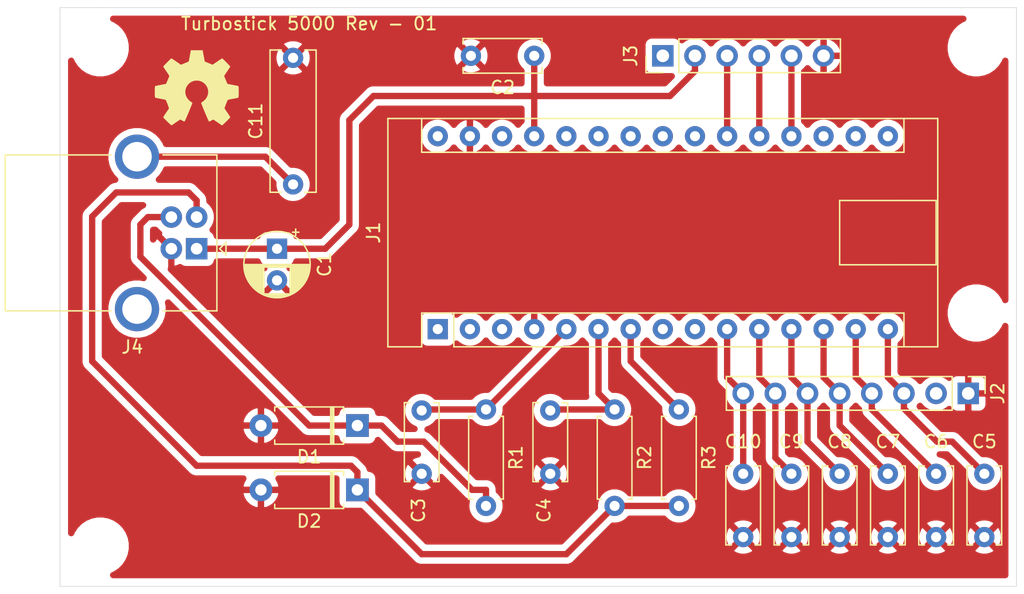
<source format=kicad_pcb>
(kicad_pcb (version 20171130) (host pcbnew "(5.1.0)-1")

  (general
    (thickness 1.6)
    (drawings 14)
    (tracks 79)
    (zones 0)
    (modules 25)
    (nets 35)
  )

  (page A4)
  (title_block
    (title "Turbostick 5000")
    (date 2019-03-18)
    (rev 01)
  )

  (layers
    (0 F.Cu signal)
    (31 B.Cu signal hide)
    (32 B.Adhes user hide)
    (33 F.Adhes user hide)
    (34 B.Paste user hide)
    (35 F.Paste user hide)
    (36 B.SilkS user hide)
    (37 F.SilkS user)
    (38 B.Mask user hide)
    (39 F.Mask user hide)
    (40 Dwgs.User user hide)
    (41 Cmts.User user hide)
    (42 Eco1.User user hide)
    (43 Eco2.User user hide)
    (44 Edge.Cuts user)
    (45 Margin user hide)
    (46 B.CrtYd user hide)
    (47 F.CrtYd user)
    (48 B.Fab user hide)
    (49 F.Fab user hide)
  )

  (setup
    (last_trace_width 0.5)
    (trace_clearance 0.5)
    (zone_clearance 0.508)
    (zone_45_only no)
    (trace_min 0.2)
    (via_size 0.8)
    (via_drill 0.4)
    (via_min_size 0.4)
    (via_min_drill 0.3)
    (uvia_size 0.3)
    (uvia_drill 0.1)
    (uvias_allowed no)
    (uvia_min_size 0.2)
    (uvia_min_drill 0.1)
    (edge_width 0.05)
    (segment_width 0.2)
    (pcb_text_width 0.3)
    (pcb_text_size 1.5 1.5)
    (mod_edge_width 0.12)
    (mod_text_size 1 1)
    (mod_text_width 0.15)
    (pad_size 1.524 1.524)
    (pad_drill 0.762)
    (pad_to_mask_clearance 0.051)
    (solder_mask_min_width 0.25)
    (aux_axis_origin 0 0)
    (visible_elements 7FFFFFFF)
    (pcbplotparams
      (layerselection 0x010f0_ffffffff)
      (usegerberextensions false)
      (usegerberattributes false)
      (usegerberadvancedattributes false)
      (creategerberjobfile false)
      (excludeedgelayer true)
      (linewidth 0.100000)
      (plotframeref false)
      (viasonmask false)
      (mode 1)
      (useauxorigin false)
      (hpglpennumber 1)
      (hpglpenspeed 20)
      (hpglpendiameter 15.000000)
      (psnegative false)
      (psa4output false)
      (plotreference true)
      (plotvalue true)
      (plotinvisibletext false)
      (padsonsilk false)
      (subtractmaskfromsilk true)
      (outputformat 1)
      (mirror false)
      (drillshape 0)
      (scaleselection 1)
      (outputdirectory "gerber/"))
  )

  (net 0 "")
  (net 1 +5V)
  (net 2 GND)
  (net 3 /B4)
  (net 4 /B3)
  (net 5 /B2)
  (net 6 /B1)
  (net 7 /B0)
  (net 8 /B5)
  (net 9 "Net-(C11-Pad1)")
  (net 10 "Net-(D1-Pad1)")
  (net 11 "Net-(D2-Pad1)")
  (net 12 "Net-(J1-Pad1)")
  (net 13 "Net-(J1-Pad17)")
  (net 14 "Net-(J1-Pad2)")
  (net 15 "Net-(J1-Pad18)")
  (net 16 "Net-(J1-Pad3)")
  (net 17 /X-ax)
  (net 18 /Y-ax)
  (net 19 /Z-ax)
  (net 20 "Net-(J1-Pad22)")
  (net 21 "Net-(J1-Pad7)")
  (net 22 "Net-(J1-Pad23)")
  (net 23 "Net-(J1-Pad8)")
  (net 24 "Net-(J1-Pad24)")
  (net 25 "Net-(J1-Pad9)")
  (net 26 "Net-(J1-Pad25)")
  (net 27 "Net-(J1-Pad26)")
  (net 28 "Net-(J1-Pad28)")
  (net 29 "Net-(J1-Pad30)")
  (net 30 "Net-(J1-Pad16)")
  (net 31 "Net-(J2-Pad2)")
  (net 32 /D+)
  (net 33 /D-)
  (net 34 "Net-(J3-Pad1)")

  (net_class Default "This is the default net class."
    (clearance 0.5)
    (trace_width 0.5)
    (via_dia 0.8)
    (via_drill 0.4)
    (uvia_dia 0.3)
    (uvia_drill 0.1)
    (add_net +5V)
    (add_net /B0)
    (add_net /B1)
    (add_net /B2)
    (add_net /B3)
    (add_net /B4)
    (add_net /B5)
    (add_net /D+)
    (add_net /D-)
    (add_net /X-ax)
    (add_net /Y-ax)
    (add_net /Z-ax)
    (add_net GND)
    (add_net "Net-(C11-Pad1)")
    (add_net "Net-(D1-Pad1)")
    (add_net "Net-(D2-Pad1)")
    (add_net "Net-(J1-Pad1)")
    (add_net "Net-(J1-Pad16)")
    (add_net "Net-(J1-Pad17)")
    (add_net "Net-(J1-Pad18)")
    (add_net "Net-(J1-Pad2)")
    (add_net "Net-(J1-Pad22)")
    (add_net "Net-(J1-Pad23)")
    (add_net "Net-(J1-Pad24)")
    (add_net "Net-(J1-Pad25)")
    (add_net "Net-(J1-Pad26)")
    (add_net "Net-(J1-Pad28)")
    (add_net "Net-(J1-Pad3)")
    (add_net "Net-(J1-Pad30)")
    (add_net "Net-(J1-Pad7)")
    (add_net "Net-(J1-Pad8)")
    (add_net "Net-(J1-Pad9)")
    (add_net "Net-(J2-Pad2)")
    (add_net "Net-(J3-Pad1)")
  )

  (module Connector_USB:USB_B_OST_USB-B1HSxx_Horizontal (layer F.Cu) (tedit 5AFE01FF) (tstamp 5C8EC7BC)
    (at 104.14 106.68 180)
    (descr "USB B receptacle, Horizontal, through-hole, http://www.on-shore.com/wp-content/uploads/2015/09/usb-b1hsxx.pdf")
    (tags "USB-B receptacle horizontal through-hole")
    (path /5C942E34)
    (fp_text reference J4 (at 5.08 -7.77 180) (layer F.SilkS)
      (effects (font (size 1 1) (thickness 0.15)))
    )
    (fp_text value USB_B (at 6.76 10.27 180) (layer F.Fab)
      (effects (font (size 1 1) (thickness 0.15)))
    )
    (fp_line (start -0.49 -4.8) (end 15.01 -4.8) (layer F.Fab) (width 0.1))
    (fp_line (start 15.01 -4.8) (end 15.01 7.3) (layer F.Fab) (width 0.1))
    (fp_line (start 15.01 7.3) (end -1.49 7.3) (layer F.Fab) (width 0.1))
    (fp_line (start -1.49 7.3) (end -1.49 -3.8) (layer F.Fab) (width 0.1))
    (fp_line (start -1.49 -3.8) (end -0.49 -4.8) (layer F.Fab) (width 0.1))
    (fp_line (start 2.66 -4.91) (end -1.6 -4.91) (layer F.SilkS) (width 0.12))
    (fp_line (start -1.6 -4.91) (end -1.6 7.41) (layer F.SilkS) (width 0.12))
    (fp_line (start -1.6 7.41) (end 2.66 7.41) (layer F.SilkS) (width 0.12))
    (fp_line (start 6.76 -4.91) (end 15.12 -4.91) (layer F.SilkS) (width 0.12))
    (fp_line (start 15.12 -4.91) (end 15.12 7.41) (layer F.SilkS) (width 0.12))
    (fp_line (start 15.12 7.41) (end 6.76 7.41) (layer F.SilkS) (width 0.12))
    (fp_line (start -1.82 0) (end -2.32 -0.5) (layer F.SilkS) (width 0.12))
    (fp_line (start -2.32 -0.5) (end -2.32 0.5) (layer F.SilkS) (width 0.12))
    (fp_line (start -2.32 0.5) (end -1.82 0) (layer F.SilkS) (width 0.12))
    (fp_line (start -1.99 -7.02) (end -1.99 9.52) (layer F.CrtYd) (width 0.05))
    (fp_line (start -1.99 9.52) (end 15.51 9.52) (layer F.CrtYd) (width 0.05))
    (fp_line (start 15.51 9.52) (end 15.51 -7.02) (layer F.CrtYd) (width 0.05))
    (fp_line (start 15.51 -7.02) (end -1.99 -7.02) (layer F.CrtYd) (width 0.05))
    (fp_text user %R (at 6.76 1.25 180) (layer F.Fab)
      (effects (font (size 1 1) (thickness 0.15)))
    )
    (pad 1 thru_hole rect (at 0 0 180) (size 1.7 1.7) (drill 0.92) (layers *.Cu *.Mask)
      (net 1 +5V))
    (pad 2 thru_hole circle (at 0 2.5 180) (size 1.7 1.7) (drill 0.92) (layers *.Cu *.Mask)
      (net 11 "Net-(D2-Pad1)"))
    (pad 3 thru_hole circle (at 2 2.5 180) (size 1.7 1.7) (drill 0.92) (layers *.Cu *.Mask)
      (net 10 "Net-(D1-Pad1)"))
    (pad 4 thru_hole circle (at 2 0 180) (size 1.7 1.7) (drill 0.92) (layers *.Cu *.Mask)
      (net 2 GND))
    (pad 5 thru_hole circle (at 4.71 -4.77 180) (size 3.5 3.5) (drill 2.33) (layers *.Cu *.Mask)
      (net 9 "Net-(C11-Pad1)"))
    (pad 5 thru_hole circle (at 4.71 7.27 180) (size 3.5 3.5) (drill 2.33) (layers *.Cu *.Mask)
      (net 9 "Net-(C11-Pad1)"))
    (model ${KISYS3DMOD}/Connector_USB.3dshapes/USB_B_OST_USB-B1HSxx_Horizontal.wrl
      (at (xyz 0 0 0))
      (scale (xyz 1 1 1))
      (rotate (xyz 0 0 0))
    )
  )

  (module MountingHole:MountingHole_3.5mm (layer F.Cu) (tedit 56D1B4CB) (tstamp 5C8F1C10)
    (at 165.735 111.76)
    (descr "Mounting Hole 3.5mm, no annular")
    (tags "mounting hole 3.5mm no annular")
    (attr virtual)
    (fp_text reference REF** (at 0 -4.5) (layer F.SilkS) hide
      (effects (font (size 1 1) (thickness 0.15)))
    )
    (fp_text value MountingHole_3.5mm (at 0 4.5) (layer F.Fab)
      (effects (font (size 1 1) (thickness 0.15)))
    )
    (fp_circle (center 0 0) (end 3.75 0) (layer F.CrtYd) (width 0.05))
    (fp_circle (center 0 0) (end 3.5 0) (layer Cmts.User) (width 0.15))
    (fp_text user %R (at 0.3 0) (layer F.Fab)
      (effects (font (size 1 1) (thickness 0.15)))
    )
    (pad 1 np_thru_hole circle (at 0 0) (size 3.5 3.5) (drill 3.5) (layers *.Cu *.Mask))
  )

  (module MountingHole:MountingHole_3.5mm (layer F.Cu) (tedit 56D1B4CB) (tstamp 5C8F1B9C)
    (at 165.735 90.805)
    (descr "Mounting Hole 3.5mm, no annular")
    (tags "mounting hole 3.5mm no annular")
    (attr virtual)
    (fp_text reference REF** (at 0 -4.5) (layer F.SilkS) hide
      (effects (font (size 1 1) (thickness 0.15)))
    )
    (fp_text value MountingHole_3.5mm (at 0 4.5) (layer F.Fab)
      (effects (font (size 1 1) (thickness 0.15)))
    )
    (fp_circle (center 0 0) (end 3.75 0) (layer F.CrtYd) (width 0.05))
    (fp_circle (center 0 0) (end 3.5 0) (layer Cmts.User) (width 0.15))
    (fp_text user %R (at 0.3 0) (layer F.Fab)
      (effects (font (size 1 1) (thickness 0.15)))
    )
    (pad 1 np_thru_hole circle (at 0 0) (size 3.5 3.5) (drill 3.5) (layers *.Cu *.Mask))
  )

  (module MountingHole:MountingHole_3.5mm (layer F.Cu) (tedit 56D1B4CB) (tstamp 5C8F1B7F)
    (at 96.52 130.175)
    (descr "Mounting Hole 3.5mm, no annular")
    (tags "mounting hole 3.5mm no annular")
    (attr virtual)
    (fp_text reference REF** (at 0 -4.5) (layer F.SilkS) hide
      (effects (font (size 1 1) (thickness 0.15)))
    )
    (fp_text value MountingHole_3.5mm (at 0 4.5) (layer F.Fab)
      (effects (font (size 1 1) (thickness 0.15)))
    )
    (fp_circle (center 0 0) (end 3.75 0) (layer F.CrtYd) (width 0.05))
    (fp_circle (center 0 0) (end 3.5 0) (layer Cmts.User) (width 0.15))
    (fp_text user %R (at 0.3 0) (layer F.Fab)
      (effects (font (size 1 1) (thickness 0.15)))
    )
    (pad 1 np_thru_hole circle (at 0 0) (size 3.5 3.5) (drill 3.5) (layers *.Cu *.Mask))
  )

  (module MountingHole:MountingHole_3.5mm (layer F.Cu) (tedit 56D1B4CB) (tstamp 5C8F1B5B)
    (at 96.52 90.805)
    (descr "Mounting Hole 3.5mm, no annular")
    (tags "mounting hole 3.5mm no annular")
    (attr virtual)
    (fp_text reference REF** (at 0 -4.5) (layer F.SilkS) hide
      (effects (font (size 1 1) (thickness 0.15)))
    )
    (fp_text value MountingHole_3.5mm (at 0 4.5) (layer F.Fab)
      (effects (font (size 1 1) (thickness 0.15)))
    )
    (fp_circle (center 0 0) (end 3.75 0) (layer F.CrtYd) (width 0.05))
    (fp_circle (center 0 0) (end 3.5 0) (layer Cmts.User) (width 0.15))
    (fp_text user %R (at 0.3 0) (layer F.Fab)
      (effects (font (size 1 1) (thickness 0.15)))
    )
    (pad 1 np_thru_hole circle (at 0 0) (size 3.5 3.5) (drill 3.5) (layers *.Cu *.Mask))
  )

  (module Symbol:OSHW-Symbol_6.7x6mm_SilkScreen (layer F.Cu) (tedit 0) (tstamp 5C8F1015)
    (at 104.14 93.98)
    (descr "Open Source Hardware Symbol")
    (tags "Logo Symbol OSHW")
    (attr virtual)
    (fp_text reference REF** (at 0 0) (layer F.SilkS) hide
      (effects (font (size 1 1) (thickness 0.15)))
    )
    (fp_text value OSHW-Symbol_6.7x6mm_SilkScreen (at 0.75 0) (layer F.Fab) hide
      (effects (font (size 1 1) (thickness 0.15)))
    )
    (fp_poly (pts (xy 0.555814 -2.531069) (xy 0.639635 -2.086445) (xy 0.94892 -1.958947) (xy 1.258206 -1.831449)
      (xy 1.629246 -2.083754) (xy 1.733157 -2.154004) (xy 1.827087 -2.216728) (xy 1.906652 -2.269062)
      (xy 1.96747 -2.308143) (xy 2.005157 -2.331107) (xy 2.015421 -2.336058) (xy 2.03391 -2.323324)
      (xy 2.07342 -2.288118) (xy 2.129522 -2.234938) (xy 2.197787 -2.168282) (xy 2.273786 -2.092646)
      (xy 2.353092 -2.012528) (xy 2.431275 -1.932426) (xy 2.503907 -1.856836) (xy 2.566559 -1.790255)
      (xy 2.614803 -1.737182) (xy 2.64421 -1.702113) (xy 2.651241 -1.690377) (xy 2.641123 -1.66874)
      (xy 2.612759 -1.621338) (xy 2.569129 -1.552807) (xy 2.513218 -1.467785) (xy 2.448006 -1.370907)
      (xy 2.410219 -1.31565) (xy 2.341343 -1.214752) (xy 2.28014 -1.123701) (xy 2.229578 -1.04703)
      (xy 2.192628 -0.989272) (xy 2.172258 -0.954957) (xy 2.169197 -0.947746) (xy 2.176136 -0.927252)
      (xy 2.195051 -0.879487) (xy 2.223087 -0.811168) (xy 2.257391 -0.729011) (xy 2.295109 -0.63973)
      (xy 2.333387 -0.550042) (xy 2.36937 -0.466662) (xy 2.400206 -0.396306) (xy 2.423039 -0.34569)
      (xy 2.435017 -0.321529) (xy 2.435724 -0.320578) (xy 2.454531 -0.315964) (xy 2.504618 -0.305672)
      (xy 2.580793 -0.290713) (xy 2.677865 -0.272099) (xy 2.790643 -0.250841) (xy 2.856442 -0.238582)
      (xy 2.97695 -0.215638) (xy 3.085797 -0.193805) (xy 3.177476 -0.174278) (xy 3.246481 -0.158252)
      (xy 3.287304 -0.146921) (xy 3.295511 -0.143326) (xy 3.303548 -0.118994) (xy 3.310033 -0.064041)
      (xy 3.31497 0.015108) (xy 3.318364 0.112026) (xy 3.320218 0.220287) (xy 3.320538 0.333465)
      (xy 3.319327 0.445135) (xy 3.31659 0.548868) (xy 3.312331 0.638241) (xy 3.306555 0.706826)
      (xy 3.299267 0.748197) (xy 3.294895 0.75681) (xy 3.268764 0.767133) (xy 3.213393 0.781892)
      (xy 3.136107 0.799352) (xy 3.04423 0.81778) (xy 3.012158 0.823741) (xy 2.857524 0.852066)
      (xy 2.735375 0.874876) (xy 2.641673 0.89308) (xy 2.572384 0.907583) (xy 2.523471 0.919292)
      (xy 2.490897 0.929115) (xy 2.470628 0.937956) (xy 2.458626 0.946724) (xy 2.456947 0.948457)
      (xy 2.440184 0.976371) (xy 2.414614 1.030695) (xy 2.382788 1.104777) (xy 2.34726 1.191965)
      (xy 2.310583 1.285608) (xy 2.275311 1.379052) (xy 2.243996 1.465647) (xy 2.219193 1.53874)
      (xy 2.203454 1.591678) (xy 2.199332 1.617811) (xy 2.199676 1.618726) (xy 2.213641 1.640086)
      (xy 2.245322 1.687084) (xy 2.291391 1.754827) (xy 2.348518 1.838423) (xy 2.413373 1.932982)
      (xy 2.431843 1.959854) (xy 2.497699 2.057275) (xy 2.55565 2.146163) (xy 2.602538 2.221412)
      (xy 2.635207 2.27792) (xy 2.6505 2.310581) (xy 2.651241 2.314593) (xy 2.638392 2.335684)
      (xy 2.602888 2.377464) (xy 2.549293 2.435445) (xy 2.482171 2.505135) (xy 2.406087 2.582045)
      (xy 2.325604 2.661683) (xy 2.245287 2.739561) (xy 2.169699 2.811186) (xy 2.103405 2.87207)
      (xy 2.050969 2.917721) (xy 2.016955 2.94365) (xy 2.007545 2.947883) (xy 1.985643 2.937912)
      (xy 1.9408 2.91102) (xy 1.880321 2.871736) (xy 1.833789 2.840117) (xy 1.749475 2.782098)
      (xy 1.649626 2.713784) (xy 1.549473 2.645579) (xy 1.495627 2.609075) (xy 1.313371 2.4858)
      (xy 1.160381 2.56852) (xy 1.090682 2.604759) (xy 1.031414 2.632926) (xy 0.991311 2.648991)
      (xy 0.981103 2.651226) (xy 0.968829 2.634722) (xy 0.944613 2.588082) (xy 0.910263 2.515609)
      (xy 0.867588 2.421606) (xy 0.818394 2.310374) (xy 0.76449 2.186215) (xy 0.707684 2.053432)
      (xy 0.649782 1.916327) (xy 0.592593 1.779202) (xy 0.537924 1.646358) (xy 0.487584 1.522098)
      (xy 0.44338 1.410725) (xy 0.407119 1.316539) (xy 0.380609 1.243844) (xy 0.365658 1.196941)
      (xy 0.363254 1.180833) (xy 0.382311 1.160286) (xy 0.424036 1.126933) (xy 0.479706 1.087702)
      (xy 0.484378 1.084599) (xy 0.628264 0.969423) (xy 0.744283 0.835053) (xy 0.83143 0.685784)
      (xy 0.888699 0.525913) (xy 0.915086 0.359737) (xy 0.909585 0.191552) (xy 0.87119 0.025655)
      (xy 0.798895 -0.133658) (xy 0.777626 -0.168513) (xy 0.666996 -0.309263) (xy 0.536302 -0.422286)
      (xy 0.390064 -0.506997) (xy 0.232808 -0.562806) (xy 0.069057 -0.589126) (xy -0.096667 -0.58537)
      (xy -0.259838 -0.55095) (xy -0.415935 -0.485277) (xy -0.560433 -0.387765) (xy -0.605131 -0.348187)
      (xy -0.718888 -0.224297) (xy -0.801782 -0.093876) (xy -0.858644 0.052315) (xy -0.890313 0.197088)
      (xy -0.898131 0.35986) (xy -0.872062 0.52344) (xy -0.814755 0.682298) (xy -0.728856 0.830906)
      (xy -0.617014 0.963735) (xy -0.481877 1.075256) (xy -0.464117 1.087011) (xy -0.40785 1.125508)
      (xy -0.365077 1.158863) (xy -0.344628 1.18016) (xy -0.344331 1.180833) (xy -0.348721 1.203871)
      (xy -0.366124 1.256157) (xy -0.394732 1.33339) (xy -0.432735 1.431268) (xy -0.478326 1.545491)
      (xy -0.529697 1.671758) (xy -0.585038 1.805767) (xy -0.642542 1.943218) (xy -0.700399 2.079808)
      (xy -0.756802 2.211237) (xy -0.809942 2.333205) (xy -0.85801 2.441409) (xy -0.899199 2.531549)
      (xy -0.931699 2.599323) (xy -0.953703 2.64043) (xy -0.962564 2.651226) (xy -0.98964 2.642819)
      (xy -1.040303 2.620272) (xy -1.105817 2.587613) (xy -1.141841 2.56852) (xy -1.294832 2.4858)
      (xy -1.477088 2.609075) (xy -1.570125 2.672228) (xy -1.671985 2.741727) (xy -1.767438 2.807165)
      (xy -1.81525 2.840117) (xy -1.882495 2.885273) (xy -1.939436 2.921057) (xy -1.978646 2.942938)
      (xy -1.991381 2.947563) (xy -2.009917 2.935085) (xy -2.050941 2.900252) (xy -2.110475 2.846678)
      (xy -2.184542 2.777983) (xy -2.269165 2.697781) (xy -2.322685 2.646286) (xy -2.416319 2.554286)
      (xy -2.497241 2.471999) (xy -2.562177 2.402945) (xy -2.607858 2.350644) (xy -2.631011 2.318616)
      (xy -2.633232 2.312116) (xy -2.622924 2.287394) (xy -2.594439 2.237405) (xy -2.550937 2.167212)
      (xy -2.495577 2.081875) (xy -2.43152 1.986456) (xy -2.413303 1.959854) (xy -2.346927 1.863167)
      (xy -2.287378 1.776117) (xy -2.237984 1.703595) (xy -2.202075 1.650493) (xy -2.182981 1.621703)
      (xy -2.181136 1.618726) (xy -2.183895 1.595782) (xy -2.198538 1.545336) (xy -2.222513 1.474041)
      (xy -2.253266 1.388547) (xy -2.288244 1.295507) (xy -2.324893 1.201574) (xy -2.360661 1.113399)
      (xy -2.392994 1.037634) (xy -2.419338 0.980931) (xy -2.437142 0.949943) (xy -2.438407 0.948457)
      (xy -2.449294 0.939601) (xy -2.467682 0.930843) (xy -2.497606 0.921277) (xy -2.543103 0.909996)
      (xy -2.608209 0.896093) (xy -2.696961 0.878663) (xy -2.813393 0.856798) (xy -2.961542 0.829591)
      (xy -2.993618 0.823741) (xy -3.088686 0.805374) (xy -3.171565 0.787405) (xy -3.23493 0.771569)
      (xy -3.271458 0.7596) (xy -3.276356 0.75681) (xy -3.284427 0.732072) (xy -3.290987 0.67679)
      (xy -3.296033 0.597389) (xy -3.299559 0.500296) (xy -3.301561 0.391938) (xy -3.302036 0.27874)
      (xy -3.300977 0.167128) (xy -3.298382 0.063529) (xy -3.294246 -0.025632) (xy -3.288563 -0.093928)
      (xy -3.281331 -0.134934) (xy -3.276971 -0.143326) (xy -3.252698 -0.151792) (xy -3.197426 -0.165565)
      (xy -3.116662 -0.18345) (xy -3.015912 -0.204252) (xy -2.900683 -0.226777) (xy -2.837902 -0.238582)
      (xy -2.718787 -0.260849) (xy -2.612565 -0.281021) (xy -2.524427 -0.298085) (xy -2.459566 -0.311031)
      (xy -2.423174 -0.318845) (xy -2.417184 -0.320578) (xy -2.407061 -0.34011) (xy -2.385662 -0.387157)
      (xy -2.355839 -0.454997) (xy -2.320445 -0.536909) (xy -2.282332 -0.626172) (xy -2.244353 -0.716065)
      (xy -2.20936 -0.799865) (xy -2.180206 -0.870853) (xy -2.159743 -0.922306) (xy -2.150823 -0.947503)
      (xy -2.150657 -0.948604) (xy -2.160769 -0.968481) (xy -2.189117 -1.014223) (xy -2.232723 -1.081283)
      (xy -2.288606 -1.165116) (xy -2.353787 -1.261174) (xy -2.391679 -1.31635) (xy -2.460725 -1.417519)
      (xy -2.52205 -1.50937) (xy -2.572663 -1.587256) (xy -2.609571 -1.646531) (xy -2.629782 -1.682549)
      (xy -2.632701 -1.690623) (xy -2.620153 -1.709416) (xy -2.585463 -1.749543) (xy -2.533063 -1.806507)
      (xy -2.467384 -1.875815) (xy -2.392856 -1.952969) (xy -2.313913 -2.033475) (xy -2.234983 -2.112837)
      (xy -2.1605 -2.18656) (xy -2.094894 -2.250148) (xy -2.042596 -2.299106) (xy -2.008039 -2.328939)
      (xy -1.996478 -2.336058) (xy -1.977654 -2.326047) (xy -1.932631 -2.297922) (xy -1.865787 -2.254546)
      (xy -1.781499 -2.198782) (xy -1.684144 -2.133494) (xy -1.610707 -2.083754) (xy -1.239667 -1.831449)
      (xy -0.621095 -2.086445) (xy -0.537275 -2.531069) (xy -0.453454 -2.975693) (xy 0.471994 -2.975693)
      (xy 0.555814 -2.531069)) (layer F.SilkS) (width 0.01))
  )

  (module Module:Arduino_Nano (layer F.Cu) (tedit 58ACAF70) (tstamp 5C8EC8CC)
    (at 123.19 113.03 90)
    (descr "Arduino Nano, http://www.mouser.com/pdfdocs/Gravitech_Arduino_Nano3_0.pdf")
    (tags "Arduino Nano")
    (path /5C911613)
    (fp_text reference J1 (at 7.62 -5.08 90) (layer F.SilkS)
      (effects (font (size 1 1) (thickness 0.15)))
    )
    (fp_text value Arduino_Nano_Header (at 8.89 19.05 180) (layer F.Fab)
      (effects (font (size 1 1) (thickness 0.15)))
    )
    (fp_text user %R (at 6.35 19.05 180) (layer F.Fab)
      (effects (font (size 1 1) (thickness 0.15)))
    )
    (fp_line (start 1.27 1.27) (end 1.27 -1.27) (layer F.SilkS) (width 0.12))
    (fp_line (start 1.27 -1.27) (end -1.4 -1.27) (layer F.SilkS) (width 0.12))
    (fp_line (start -1.4 1.27) (end -1.4 39.5) (layer F.SilkS) (width 0.12))
    (fp_line (start -1.4 -3.94) (end -1.4 -1.27) (layer F.SilkS) (width 0.12))
    (fp_line (start 13.97 -1.27) (end 16.64 -1.27) (layer F.SilkS) (width 0.12))
    (fp_line (start 13.97 -1.27) (end 13.97 36.83) (layer F.SilkS) (width 0.12))
    (fp_line (start 13.97 36.83) (end 16.64 36.83) (layer F.SilkS) (width 0.12))
    (fp_line (start 1.27 1.27) (end -1.4 1.27) (layer F.SilkS) (width 0.12))
    (fp_line (start 1.27 1.27) (end 1.27 36.83) (layer F.SilkS) (width 0.12))
    (fp_line (start 1.27 36.83) (end -1.4 36.83) (layer F.SilkS) (width 0.12))
    (fp_line (start 3.81 31.75) (end 11.43 31.75) (layer F.Fab) (width 0.1))
    (fp_line (start 11.43 31.75) (end 11.43 41.91) (layer F.Fab) (width 0.1))
    (fp_line (start 11.43 41.91) (end 3.81 41.91) (layer F.Fab) (width 0.1))
    (fp_line (start 3.81 41.91) (end 3.81 31.75) (layer F.Fab) (width 0.1))
    (fp_line (start -1.4 39.5) (end 16.64 39.5) (layer F.SilkS) (width 0.12))
    (fp_line (start 16.64 39.5) (end 16.64 -3.94) (layer F.SilkS) (width 0.12))
    (fp_line (start 16.64 -3.94) (end -1.4 -3.94) (layer F.SilkS) (width 0.12))
    (fp_line (start 16.51 39.37) (end -1.27 39.37) (layer F.Fab) (width 0.1))
    (fp_line (start -1.27 39.37) (end -1.27 -2.54) (layer F.Fab) (width 0.1))
    (fp_line (start -1.27 -2.54) (end 0 -3.81) (layer F.Fab) (width 0.1))
    (fp_line (start 0 -3.81) (end 16.51 -3.81) (layer F.Fab) (width 0.1))
    (fp_line (start 16.51 -3.81) (end 16.51 39.37) (layer F.Fab) (width 0.1))
    (fp_line (start -1.53 -4.06) (end 16.75 -4.06) (layer F.CrtYd) (width 0.05))
    (fp_line (start -1.53 -4.06) (end -1.53 42.16) (layer F.CrtYd) (width 0.05))
    (fp_line (start 16.75 42.16) (end 16.75 -4.06) (layer F.CrtYd) (width 0.05))
    (fp_line (start 16.75 42.16) (end -1.53 42.16) (layer F.CrtYd) (width 0.05))
    (pad 1 thru_hole rect (at 0 0 90) (size 1.6 1.6) (drill 0.8) (layers *.Cu *.Mask)
      (net 12 "Net-(J1-Pad1)"))
    (pad 17 thru_hole oval (at 15.24 33.02 90) (size 1.6 1.6) (drill 0.8) (layers *.Cu *.Mask)
      (net 13 "Net-(J1-Pad17)"))
    (pad 2 thru_hole oval (at 0 2.54 90) (size 1.6 1.6) (drill 0.8) (layers *.Cu *.Mask)
      (net 14 "Net-(J1-Pad2)"))
    (pad 18 thru_hole oval (at 15.24 30.48 90) (size 1.6 1.6) (drill 0.8) (layers *.Cu *.Mask)
      (net 15 "Net-(J1-Pad18)"))
    (pad 3 thru_hole oval (at 0 5.08 90) (size 1.6 1.6) (drill 0.8) (layers *.Cu *.Mask)
      (net 16 "Net-(J1-Pad3)"))
    (pad 19 thru_hole oval (at 15.24 27.94 90) (size 1.6 1.6) (drill 0.8) (layers *.Cu *.Mask)
      (net 18 /Y-ax))
    (pad 4 thru_hole oval (at 0 7.62 90) (size 1.6 1.6) (drill 0.8) (layers *.Cu *.Mask)
      (net 2 GND))
    (pad 20 thru_hole oval (at 15.24 25.4 90) (size 1.6 1.6) (drill 0.8) (layers *.Cu *.Mask)
      (net 17 /X-ax))
    (pad 5 thru_hole oval (at 0 10.16 90) (size 1.6 1.6) (drill 0.8) (layers *.Cu *.Mask)
      (net 32 /D+))
    (pad 21 thru_hole oval (at 15.24 22.86 90) (size 1.6 1.6) (drill 0.8) (layers *.Cu *.Mask)
      (net 19 /Z-ax))
    (pad 6 thru_hole oval (at 0 12.7 90) (size 1.6 1.6) (drill 0.8) (layers *.Cu *.Mask)
      (net 33 /D-))
    (pad 22 thru_hole oval (at 15.24 20.32 90) (size 1.6 1.6) (drill 0.8) (layers *.Cu *.Mask)
      (net 20 "Net-(J1-Pad22)"))
    (pad 7 thru_hole oval (at 0 15.24 90) (size 1.6 1.6) (drill 0.8) (layers *.Cu *.Mask)
      (net 21 "Net-(J1-Pad7)"))
    (pad 23 thru_hole oval (at 15.24 17.78 90) (size 1.6 1.6) (drill 0.8) (layers *.Cu *.Mask)
      (net 22 "Net-(J1-Pad23)"))
    (pad 8 thru_hole oval (at 0 17.78 90) (size 1.6 1.6) (drill 0.8) (layers *.Cu *.Mask)
      (net 23 "Net-(J1-Pad8)"))
    (pad 24 thru_hole oval (at 15.24 15.24 90) (size 1.6 1.6) (drill 0.8) (layers *.Cu *.Mask)
      (net 24 "Net-(J1-Pad24)"))
    (pad 9 thru_hole oval (at 0 20.32 90) (size 1.6 1.6) (drill 0.8) (layers *.Cu *.Mask)
      (net 25 "Net-(J1-Pad9)"))
    (pad 25 thru_hole oval (at 15.24 12.7 90) (size 1.6 1.6) (drill 0.8) (layers *.Cu *.Mask)
      (net 26 "Net-(J1-Pad25)"))
    (pad 10 thru_hole oval (at 0 22.86 90) (size 1.6 1.6) (drill 0.8) (layers *.Cu *.Mask)
      (net 8 /B5))
    (pad 26 thru_hole oval (at 15.24 10.16 90) (size 1.6 1.6) (drill 0.8) (layers *.Cu *.Mask)
      (net 27 "Net-(J1-Pad26)"))
    (pad 11 thru_hole oval (at 0 25.4 90) (size 1.6 1.6) (drill 0.8) (layers *.Cu *.Mask)
      (net 7 /B0))
    (pad 27 thru_hole oval (at 15.24 7.62 90) (size 1.6 1.6) (drill 0.8) (layers *.Cu *.Mask)
      (net 1 +5V))
    (pad 12 thru_hole oval (at 0 27.94 90) (size 1.6 1.6) (drill 0.8) (layers *.Cu *.Mask)
      (net 6 /B1))
    (pad 28 thru_hole oval (at 15.24 5.08 90) (size 1.6 1.6) (drill 0.8) (layers *.Cu *.Mask)
      (net 28 "Net-(J1-Pad28)"))
    (pad 13 thru_hole oval (at 0 30.48 90) (size 1.6 1.6) (drill 0.8) (layers *.Cu *.Mask)
      (net 5 /B2))
    (pad 29 thru_hole oval (at 15.24 2.54 90) (size 1.6 1.6) (drill 0.8) (layers *.Cu *.Mask)
      (net 2 GND))
    (pad 14 thru_hole oval (at 0 33.02 90) (size 1.6 1.6) (drill 0.8) (layers *.Cu *.Mask)
      (net 4 /B3))
    (pad 30 thru_hole oval (at 15.24 0 90) (size 1.6 1.6) (drill 0.8) (layers *.Cu *.Mask)
      (net 29 "Net-(J1-Pad30)"))
    (pad 15 thru_hole oval (at 0 35.56 90) (size 1.6 1.6) (drill 0.8) (layers *.Cu *.Mask)
      (net 3 /B4))
    (pad 16 thru_hole oval (at 15.24 35.56 90) (size 1.6 1.6) (drill 0.8) (layers *.Cu *.Mask)
      (net 30 "Net-(J1-Pad16)"))
    (model ${KISYS3DMOD}/Module.3dshapes/Arduino_Nano_WithMountingHoles.wrl
      (at (xyz 0 0 0))
      (scale (xyz 1 1 1))
      (rotate (xyz 0 0 0))
    )
  )

  (module Connector_PinHeader_2.54mm:PinHeader_1x06_P2.54mm_Vertical (layer F.Cu) (tedit 59FED5CC) (tstamp 5C8EC80D)
    (at 140.97 91.44 90)
    (descr "Through hole straight pin header, 1x06, 2.54mm pitch, single row")
    (tags "Through hole pin header THT 1x06 2.54mm single row")
    (path /5C9199DE)
    (fp_text reference J3 (at 0 -2.54 270) (layer F.SilkS)
      (effects (font (size 1 1) (thickness 0.15)))
    )
    (fp_text value "Analog stick connector" (at 3.81 7.62 180) (layer F.Fab)
      (effects (font (size 1 1) (thickness 0.15)))
    )
    (fp_line (start -0.635 -1.27) (end 1.27 -1.27) (layer F.Fab) (width 0.1))
    (fp_line (start 1.27 -1.27) (end 1.27 13.97) (layer F.Fab) (width 0.1))
    (fp_line (start 1.27 13.97) (end -1.27 13.97) (layer F.Fab) (width 0.1))
    (fp_line (start -1.27 13.97) (end -1.27 -0.635) (layer F.Fab) (width 0.1))
    (fp_line (start -1.27 -0.635) (end -0.635 -1.27) (layer F.Fab) (width 0.1))
    (fp_line (start -1.33 14.03) (end 1.33 14.03) (layer F.SilkS) (width 0.12))
    (fp_line (start -1.33 1.27) (end -1.33 14.03) (layer F.SilkS) (width 0.12))
    (fp_line (start 1.33 1.27) (end 1.33 14.03) (layer F.SilkS) (width 0.12))
    (fp_line (start -1.33 1.27) (end 1.33 1.27) (layer F.SilkS) (width 0.12))
    (fp_line (start -1.33 0) (end -1.33 -1.33) (layer F.SilkS) (width 0.12))
    (fp_line (start -1.33 -1.33) (end 0 -1.33) (layer F.SilkS) (width 0.12))
    (fp_line (start -1.8 -1.8) (end -1.8 14.5) (layer F.CrtYd) (width 0.05))
    (fp_line (start -1.8 14.5) (end 1.8 14.5) (layer F.CrtYd) (width 0.05))
    (fp_line (start 1.8 14.5) (end 1.8 -1.8) (layer F.CrtYd) (width 0.05))
    (fp_line (start 1.8 -1.8) (end -1.8 -1.8) (layer F.CrtYd) (width 0.05))
    (fp_text user %R (at 0 6.35 180) (layer F.Fab)
      (effects (font (size 1 1) (thickness 0.15)))
    )
    (pad 1 thru_hole rect (at 0 0 90) (size 1.7 1.7) (drill 1) (layers *.Cu *.Mask)
      (net 34 "Net-(J3-Pad1)"))
    (pad 2 thru_hole oval (at 0 2.54 90) (size 1.7 1.7) (drill 1) (layers *.Cu *.Mask)
      (net 1 +5V))
    (pad 3 thru_hole oval (at 0 5.08 90) (size 1.7 1.7) (drill 1) (layers *.Cu *.Mask)
      (net 19 /Z-ax))
    (pad 4 thru_hole oval (at 0 7.62 90) (size 1.7 1.7) (drill 1) (layers *.Cu *.Mask)
      (net 17 /X-ax))
    (pad 5 thru_hole oval (at 0 10.16 90) (size 1.7 1.7) (drill 1) (layers *.Cu *.Mask)
      (net 18 /Y-ax))
    (pad 6 thru_hole oval (at 0 12.7 90) (size 1.7 1.7) (drill 1) (layers *.Cu *.Mask)
      (net 2 GND))
    (model ${KISYS3DMOD}/Connector_PinHeader_2.54mm.3dshapes/PinHeader_1x06_P2.54mm_Vertical.wrl
      (at (xyz 0 0 0))
      (scale (xyz 1 1 1))
      (rotate (xyz 0 0 0))
    )
  )

  (module Capacitor_THT:C_Rect_L11.0mm_W3.4mm_P10.00mm_MKT (layer F.Cu) (tedit 5AE50EF0) (tstamp 5C8ECA0C)
    (at 111.76 101.6 90)
    (descr "C, Rect series, Radial, pin pitch=10.00mm, , length*width=11.0*3.4mm^2, Capacitor, https://en.tdk.eu/inf/20/20/db/fc_2009/MKT_B32560_564.pdf")
    (tags "C Rect series Radial pin pitch 10.00mm  length 11.0mm width 3.4mm Capacitor")
    (path /5C99FE1D)
    (fp_text reference C11 (at 5 -2.95 90) (layer F.SilkS)
      (effects (font (size 1 1) (thickness 0.15)))
    )
    (fp_text value 10n (at 5 2.95 90) (layer F.Fab)
      (effects (font (size 1 1) (thickness 0.15)))
    )
    (fp_line (start -0.5 -1.7) (end -0.5 1.7) (layer F.Fab) (width 0.1))
    (fp_line (start -0.5 1.7) (end 10.5 1.7) (layer F.Fab) (width 0.1))
    (fp_line (start 10.5 1.7) (end 10.5 -1.7) (layer F.Fab) (width 0.1))
    (fp_line (start 10.5 -1.7) (end -0.5 -1.7) (layer F.Fab) (width 0.1))
    (fp_line (start -0.62 -1.82) (end 10.62 -1.82) (layer F.SilkS) (width 0.12))
    (fp_line (start -0.62 1.82) (end 10.62 1.82) (layer F.SilkS) (width 0.12))
    (fp_line (start -0.62 -1.82) (end -0.62 -0.925) (layer F.SilkS) (width 0.12))
    (fp_line (start -0.62 0.925) (end -0.62 1.82) (layer F.SilkS) (width 0.12))
    (fp_line (start 10.62 -1.82) (end 10.62 -0.925) (layer F.SilkS) (width 0.12))
    (fp_line (start 10.62 0.925) (end 10.62 1.82) (layer F.SilkS) (width 0.12))
    (fp_line (start -1.05 -1.95) (end -1.05 1.95) (layer F.CrtYd) (width 0.05))
    (fp_line (start -1.05 1.95) (end 11.05 1.95) (layer F.CrtYd) (width 0.05))
    (fp_line (start 11.05 1.95) (end 11.05 -1.95) (layer F.CrtYd) (width 0.05))
    (fp_line (start 11.05 -1.95) (end -1.05 -1.95) (layer F.CrtYd) (width 0.05))
    (fp_text user %R (at 5 0 90) (layer F.Fab)
      (effects (font (size 1 1) (thickness 0.15)))
    )
    (pad 1 thru_hole circle (at 0 0 90) (size 1.6 1.6) (drill 0.8) (layers *.Cu *.Mask)
      (net 9 "Net-(C11-Pad1)"))
    (pad 2 thru_hole circle (at 10 0 90) (size 1.6 1.6) (drill 0.8) (layers *.Cu *.Mask)
      (net 2 GND))
    (model ${KISYS3DMOD}/Capacitor_THT.3dshapes/C_Rect_L11.0mm_W3.4mm_P10.00mm_MKT.wrl
      (at (xyz 0 0 0))
      (scale (xyz 1 1 1))
      (rotate (xyz 0 0 0))
    )
  )

  (module Capacitor_THT:CP_Radial_D5.0mm_P2.50mm (layer F.Cu) (tedit 5AE50EF0) (tstamp 5C8ED18E)
    (at 110.49 106.68 270)
    (descr "CP, Radial series, Radial, pin pitch=2.50mm, , diameter=5mm, Electrolytic Capacitor")
    (tags "CP Radial series Radial pin pitch 2.50mm  diameter 5mm Electrolytic Capacitor")
    (path /5C947CE9)
    (fp_text reference C1 (at 1.25 -3.75 270) (layer F.SilkS)
      (effects (font (size 1 1) (thickness 0.15)))
    )
    (fp_text value 0m1 (at 1.25 3.75 270) (layer F.Fab)
      (effects (font (size 1 1) (thickness 0.15)))
    )
    (fp_circle (center 1.25 0) (end 3.75 0) (layer F.Fab) (width 0.1))
    (fp_circle (center 1.25 0) (end 3.87 0) (layer F.SilkS) (width 0.12))
    (fp_circle (center 1.25 0) (end 4 0) (layer F.CrtYd) (width 0.05))
    (fp_line (start -0.883605 -1.0875) (end -0.383605 -1.0875) (layer F.Fab) (width 0.1))
    (fp_line (start -0.633605 -1.3375) (end -0.633605 -0.8375) (layer F.Fab) (width 0.1))
    (fp_line (start 1.25 -2.58) (end 1.25 2.58) (layer F.SilkS) (width 0.12))
    (fp_line (start 1.29 -2.58) (end 1.29 2.58) (layer F.SilkS) (width 0.12))
    (fp_line (start 1.33 -2.579) (end 1.33 2.579) (layer F.SilkS) (width 0.12))
    (fp_line (start 1.37 -2.578) (end 1.37 2.578) (layer F.SilkS) (width 0.12))
    (fp_line (start 1.41 -2.576) (end 1.41 2.576) (layer F.SilkS) (width 0.12))
    (fp_line (start 1.45 -2.573) (end 1.45 2.573) (layer F.SilkS) (width 0.12))
    (fp_line (start 1.49 -2.569) (end 1.49 -1.04) (layer F.SilkS) (width 0.12))
    (fp_line (start 1.49 1.04) (end 1.49 2.569) (layer F.SilkS) (width 0.12))
    (fp_line (start 1.53 -2.565) (end 1.53 -1.04) (layer F.SilkS) (width 0.12))
    (fp_line (start 1.53 1.04) (end 1.53 2.565) (layer F.SilkS) (width 0.12))
    (fp_line (start 1.57 -2.561) (end 1.57 -1.04) (layer F.SilkS) (width 0.12))
    (fp_line (start 1.57 1.04) (end 1.57 2.561) (layer F.SilkS) (width 0.12))
    (fp_line (start 1.61 -2.556) (end 1.61 -1.04) (layer F.SilkS) (width 0.12))
    (fp_line (start 1.61 1.04) (end 1.61 2.556) (layer F.SilkS) (width 0.12))
    (fp_line (start 1.65 -2.55) (end 1.65 -1.04) (layer F.SilkS) (width 0.12))
    (fp_line (start 1.65 1.04) (end 1.65 2.55) (layer F.SilkS) (width 0.12))
    (fp_line (start 1.69 -2.543) (end 1.69 -1.04) (layer F.SilkS) (width 0.12))
    (fp_line (start 1.69 1.04) (end 1.69 2.543) (layer F.SilkS) (width 0.12))
    (fp_line (start 1.73 -2.536) (end 1.73 -1.04) (layer F.SilkS) (width 0.12))
    (fp_line (start 1.73 1.04) (end 1.73 2.536) (layer F.SilkS) (width 0.12))
    (fp_line (start 1.77 -2.528) (end 1.77 -1.04) (layer F.SilkS) (width 0.12))
    (fp_line (start 1.77 1.04) (end 1.77 2.528) (layer F.SilkS) (width 0.12))
    (fp_line (start 1.81 -2.52) (end 1.81 -1.04) (layer F.SilkS) (width 0.12))
    (fp_line (start 1.81 1.04) (end 1.81 2.52) (layer F.SilkS) (width 0.12))
    (fp_line (start 1.85 -2.511) (end 1.85 -1.04) (layer F.SilkS) (width 0.12))
    (fp_line (start 1.85 1.04) (end 1.85 2.511) (layer F.SilkS) (width 0.12))
    (fp_line (start 1.89 -2.501) (end 1.89 -1.04) (layer F.SilkS) (width 0.12))
    (fp_line (start 1.89 1.04) (end 1.89 2.501) (layer F.SilkS) (width 0.12))
    (fp_line (start 1.93 -2.491) (end 1.93 -1.04) (layer F.SilkS) (width 0.12))
    (fp_line (start 1.93 1.04) (end 1.93 2.491) (layer F.SilkS) (width 0.12))
    (fp_line (start 1.971 -2.48) (end 1.971 -1.04) (layer F.SilkS) (width 0.12))
    (fp_line (start 1.971 1.04) (end 1.971 2.48) (layer F.SilkS) (width 0.12))
    (fp_line (start 2.011 -2.468) (end 2.011 -1.04) (layer F.SilkS) (width 0.12))
    (fp_line (start 2.011 1.04) (end 2.011 2.468) (layer F.SilkS) (width 0.12))
    (fp_line (start 2.051 -2.455) (end 2.051 -1.04) (layer F.SilkS) (width 0.12))
    (fp_line (start 2.051 1.04) (end 2.051 2.455) (layer F.SilkS) (width 0.12))
    (fp_line (start 2.091 -2.442) (end 2.091 -1.04) (layer F.SilkS) (width 0.12))
    (fp_line (start 2.091 1.04) (end 2.091 2.442) (layer F.SilkS) (width 0.12))
    (fp_line (start 2.131 -2.428) (end 2.131 -1.04) (layer F.SilkS) (width 0.12))
    (fp_line (start 2.131 1.04) (end 2.131 2.428) (layer F.SilkS) (width 0.12))
    (fp_line (start 2.171 -2.414) (end 2.171 -1.04) (layer F.SilkS) (width 0.12))
    (fp_line (start 2.171 1.04) (end 2.171 2.414) (layer F.SilkS) (width 0.12))
    (fp_line (start 2.211 -2.398) (end 2.211 -1.04) (layer F.SilkS) (width 0.12))
    (fp_line (start 2.211 1.04) (end 2.211 2.398) (layer F.SilkS) (width 0.12))
    (fp_line (start 2.251 -2.382) (end 2.251 -1.04) (layer F.SilkS) (width 0.12))
    (fp_line (start 2.251 1.04) (end 2.251 2.382) (layer F.SilkS) (width 0.12))
    (fp_line (start 2.291 -2.365) (end 2.291 -1.04) (layer F.SilkS) (width 0.12))
    (fp_line (start 2.291 1.04) (end 2.291 2.365) (layer F.SilkS) (width 0.12))
    (fp_line (start 2.331 -2.348) (end 2.331 -1.04) (layer F.SilkS) (width 0.12))
    (fp_line (start 2.331 1.04) (end 2.331 2.348) (layer F.SilkS) (width 0.12))
    (fp_line (start 2.371 -2.329) (end 2.371 -1.04) (layer F.SilkS) (width 0.12))
    (fp_line (start 2.371 1.04) (end 2.371 2.329) (layer F.SilkS) (width 0.12))
    (fp_line (start 2.411 -2.31) (end 2.411 -1.04) (layer F.SilkS) (width 0.12))
    (fp_line (start 2.411 1.04) (end 2.411 2.31) (layer F.SilkS) (width 0.12))
    (fp_line (start 2.451 -2.29) (end 2.451 -1.04) (layer F.SilkS) (width 0.12))
    (fp_line (start 2.451 1.04) (end 2.451 2.29) (layer F.SilkS) (width 0.12))
    (fp_line (start 2.491 -2.268) (end 2.491 -1.04) (layer F.SilkS) (width 0.12))
    (fp_line (start 2.491 1.04) (end 2.491 2.268) (layer F.SilkS) (width 0.12))
    (fp_line (start 2.531 -2.247) (end 2.531 -1.04) (layer F.SilkS) (width 0.12))
    (fp_line (start 2.531 1.04) (end 2.531 2.247) (layer F.SilkS) (width 0.12))
    (fp_line (start 2.571 -2.224) (end 2.571 -1.04) (layer F.SilkS) (width 0.12))
    (fp_line (start 2.571 1.04) (end 2.571 2.224) (layer F.SilkS) (width 0.12))
    (fp_line (start 2.611 -2.2) (end 2.611 -1.04) (layer F.SilkS) (width 0.12))
    (fp_line (start 2.611 1.04) (end 2.611 2.2) (layer F.SilkS) (width 0.12))
    (fp_line (start 2.651 -2.175) (end 2.651 -1.04) (layer F.SilkS) (width 0.12))
    (fp_line (start 2.651 1.04) (end 2.651 2.175) (layer F.SilkS) (width 0.12))
    (fp_line (start 2.691 -2.149) (end 2.691 -1.04) (layer F.SilkS) (width 0.12))
    (fp_line (start 2.691 1.04) (end 2.691 2.149) (layer F.SilkS) (width 0.12))
    (fp_line (start 2.731 -2.122) (end 2.731 -1.04) (layer F.SilkS) (width 0.12))
    (fp_line (start 2.731 1.04) (end 2.731 2.122) (layer F.SilkS) (width 0.12))
    (fp_line (start 2.771 -2.095) (end 2.771 -1.04) (layer F.SilkS) (width 0.12))
    (fp_line (start 2.771 1.04) (end 2.771 2.095) (layer F.SilkS) (width 0.12))
    (fp_line (start 2.811 -2.065) (end 2.811 -1.04) (layer F.SilkS) (width 0.12))
    (fp_line (start 2.811 1.04) (end 2.811 2.065) (layer F.SilkS) (width 0.12))
    (fp_line (start 2.851 -2.035) (end 2.851 -1.04) (layer F.SilkS) (width 0.12))
    (fp_line (start 2.851 1.04) (end 2.851 2.035) (layer F.SilkS) (width 0.12))
    (fp_line (start 2.891 -2.004) (end 2.891 -1.04) (layer F.SilkS) (width 0.12))
    (fp_line (start 2.891 1.04) (end 2.891 2.004) (layer F.SilkS) (width 0.12))
    (fp_line (start 2.931 -1.971) (end 2.931 -1.04) (layer F.SilkS) (width 0.12))
    (fp_line (start 2.931 1.04) (end 2.931 1.971) (layer F.SilkS) (width 0.12))
    (fp_line (start 2.971 -1.937) (end 2.971 -1.04) (layer F.SilkS) (width 0.12))
    (fp_line (start 2.971 1.04) (end 2.971 1.937) (layer F.SilkS) (width 0.12))
    (fp_line (start 3.011 -1.901) (end 3.011 -1.04) (layer F.SilkS) (width 0.12))
    (fp_line (start 3.011 1.04) (end 3.011 1.901) (layer F.SilkS) (width 0.12))
    (fp_line (start 3.051 -1.864) (end 3.051 -1.04) (layer F.SilkS) (width 0.12))
    (fp_line (start 3.051 1.04) (end 3.051 1.864) (layer F.SilkS) (width 0.12))
    (fp_line (start 3.091 -1.826) (end 3.091 -1.04) (layer F.SilkS) (width 0.12))
    (fp_line (start 3.091 1.04) (end 3.091 1.826) (layer F.SilkS) (width 0.12))
    (fp_line (start 3.131 -1.785) (end 3.131 -1.04) (layer F.SilkS) (width 0.12))
    (fp_line (start 3.131 1.04) (end 3.131 1.785) (layer F.SilkS) (width 0.12))
    (fp_line (start 3.171 -1.743) (end 3.171 -1.04) (layer F.SilkS) (width 0.12))
    (fp_line (start 3.171 1.04) (end 3.171 1.743) (layer F.SilkS) (width 0.12))
    (fp_line (start 3.211 -1.699) (end 3.211 -1.04) (layer F.SilkS) (width 0.12))
    (fp_line (start 3.211 1.04) (end 3.211 1.699) (layer F.SilkS) (width 0.12))
    (fp_line (start 3.251 -1.653) (end 3.251 -1.04) (layer F.SilkS) (width 0.12))
    (fp_line (start 3.251 1.04) (end 3.251 1.653) (layer F.SilkS) (width 0.12))
    (fp_line (start 3.291 -1.605) (end 3.291 -1.04) (layer F.SilkS) (width 0.12))
    (fp_line (start 3.291 1.04) (end 3.291 1.605) (layer F.SilkS) (width 0.12))
    (fp_line (start 3.331 -1.554) (end 3.331 -1.04) (layer F.SilkS) (width 0.12))
    (fp_line (start 3.331 1.04) (end 3.331 1.554) (layer F.SilkS) (width 0.12))
    (fp_line (start 3.371 -1.5) (end 3.371 -1.04) (layer F.SilkS) (width 0.12))
    (fp_line (start 3.371 1.04) (end 3.371 1.5) (layer F.SilkS) (width 0.12))
    (fp_line (start 3.411 -1.443) (end 3.411 -1.04) (layer F.SilkS) (width 0.12))
    (fp_line (start 3.411 1.04) (end 3.411 1.443) (layer F.SilkS) (width 0.12))
    (fp_line (start 3.451 -1.383) (end 3.451 -1.04) (layer F.SilkS) (width 0.12))
    (fp_line (start 3.451 1.04) (end 3.451 1.383) (layer F.SilkS) (width 0.12))
    (fp_line (start 3.491 -1.319) (end 3.491 -1.04) (layer F.SilkS) (width 0.12))
    (fp_line (start 3.491 1.04) (end 3.491 1.319) (layer F.SilkS) (width 0.12))
    (fp_line (start 3.531 -1.251) (end 3.531 -1.04) (layer F.SilkS) (width 0.12))
    (fp_line (start 3.531 1.04) (end 3.531 1.251) (layer F.SilkS) (width 0.12))
    (fp_line (start 3.571 -1.178) (end 3.571 1.178) (layer F.SilkS) (width 0.12))
    (fp_line (start 3.611 -1.098) (end 3.611 1.098) (layer F.SilkS) (width 0.12))
    (fp_line (start 3.651 -1.011) (end 3.651 1.011) (layer F.SilkS) (width 0.12))
    (fp_line (start 3.691 -0.915) (end 3.691 0.915) (layer F.SilkS) (width 0.12))
    (fp_line (start 3.731 -0.805) (end 3.731 0.805) (layer F.SilkS) (width 0.12))
    (fp_line (start 3.771 -0.677) (end 3.771 0.677) (layer F.SilkS) (width 0.12))
    (fp_line (start 3.811 -0.518) (end 3.811 0.518) (layer F.SilkS) (width 0.12))
    (fp_line (start 3.851 -0.284) (end 3.851 0.284) (layer F.SilkS) (width 0.12))
    (fp_line (start -1.554775 -1.475) (end -1.054775 -1.475) (layer F.SilkS) (width 0.12))
    (fp_line (start -1.304775 -1.725) (end -1.304775 -1.225) (layer F.SilkS) (width 0.12))
    (fp_text user %R (at 1.25 0 270) (layer F.Fab)
      (effects (font (size 1 1) (thickness 0.15)))
    )
    (pad 1 thru_hole rect (at 0 0 270) (size 1.6 1.6) (drill 0.8) (layers *.Cu *.Mask)
      (net 1 +5V))
    (pad 2 thru_hole circle (at 2.5 0 270) (size 1.6 1.6) (drill 0.8) (layers *.Cu *.Mask)
      (net 2 GND))
    (model ${KISYS3DMOD}/Capacitor_THT.3dshapes/CP_Radial_D5.0mm_P2.50mm.wrl
      (at (xyz 0 0 0))
      (scale (xyz 1 1 1))
      (rotate (xyz 0 0 0))
    )
  )

  (module Capacitor_THT:C_Disc_D6.0mm_W2.5mm_P5.00mm (layer F.Cu) (tedit 5AE50EF0) (tstamp 5C8ECC28)
    (at 130.81 91.44 180)
    (descr "C, Disc series, Radial, pin pitch=5.00mm, , diameter*width=6*2.5mm^2, Capacitor, http://cdn-reichelt.de/documents/datenblatt/B300/DS_KERKO_TC.pdf")
    (tags "C Disc series Radial pin pitch 5.00mm  diameter 6mm width 2.5mm Capacitor")
    (path /5C955E97)
    (fp_text reference C2 (at 2.5 -2.5 180) (layer F.SilkS)
      (effects (font (size 1 1) (thickness 0.15)))
    )
    (fp_text value 0u1 (at 2.5 2.5 180) (layer F.Fab)
      (effects (font (size 1 1) (thickness 0.15)))
    )
    (fp_line (start -0.5 -1.25) (end -0.5 1.25) (layer F.Fab) (width 0.1))
    (fp_line (start -0.5 1.25) (end 5.5 1.25) (layer F.Fab) (width 0.1))
    (fp_line (start 5.5 1.25) (end 5.5 -1.25) (layer F.Fab) (width 0.1))
    (fp_line (start 5.5 -1.25) (end -0.5 -1.25) (layer F.Fab) (width 0.1))
    (fp_line (start -0.62 -1.37) (end 5.62 -1.37) (layer F.SilkS) (width 0.12))
    (fp_line (start -0.62 1.37) (end 5.62 1.37) (layer F.SilkS) (width 0.12))
    (fp_line (start -0.62 -1.37) (end -0.62 -0.925) (layer F.SilkS) (width 0.12))
    (fp_line (start -0.62 0.925) (end -0.62 1.37) (layer F.SilkS) (width 0.12))
    (fp_line (start 5.62 -1.37) (end 5.62 -0.925) (layer F.SilkS) (width 0.12))
    (fp_line (start 5.62 0.925) (end 5.62 1.37) (layer F.SilkS) (width 0.12))
    (fp_line (start -1.05 -1.5) (end -1.05 1.5) (layer F.CrtYd) (width 0.05))
    (fp_line (start -1.05 1.5) (end 6.05 1.5) (layer F.CrtYd) (width 0.05))
    (fp_line (start 6.05 1.5) (end 6.05 -1.5) (layer F.CrtYd) (width 0.05))
    (fp_line (start 6.05 -1.5) (end -1.05 -1.5) (layer F.CrtYd) (width 0.05))
    (fp_text user %R (at 2.5 0 180) (layer F.Fab)
      (effects (font (size 1 1) (thickness 0.15)))
    )
    (pad 1 thru_hole circle (at 0 0 180) (size 1.6 1.6) (drill 0.8) (layers *.Cu *.Mask)
      (net 1 +5V))
    (pad 2 thru_hole circle (at 5 0 180) (size 1.6 1.6) (drill 0.8) (layers *.Cu *.Mask)
      (net 2 GND))
    (model ${KISYS3DMOD}/Capacitor_THT.3dshapes/C_Disc_D6.0mm_W2.5mm_P5.00mm.wrl
      (at (xyz 0 0 0))
      (scale (xyz 1 1 1))
      (rotate (xyz 0 0 0))
    )
  )

  (module Capacitor_THT:C_Disc_D6.0mm_W2.5mm_P5.00mm (layer F.Cu) (tedit 5AE50EF0) (tstamp 5C8ECBEC)
    (at 121.92 124.46 90)
    (descr "C, Disc series, Radial, pin pitch=5.00mm, , diameter*width=6*2.5mm^2, Capacitor, http://cdn-reichelt.de/documents/datenblatt/B300/DS_KERKO_TC.pdf")
    (tags "C Disc series Radial pin pitch 5.00mm  diameter 6mm width 2.5mm Capacitor")
    (path /5C990648)
    (fp_text reference C3 (at -2.895001 -0.255001 90) (layer F.SilkS)
      (effects (font (size 1 1) (thickness 0.15)))
    )
    (fp_text value 0n1 (at 2.5 2.5 90) (layer F.Fab)
      (effects (font (size 1 1) (thickness 0.15)))
    )
    (fp_line (start -0.5 -1.25) (end -0.5 1.25) (layer F.Fab) (width 0.1))
    (fp_line (start -0.5 1.25) (end 5.5 1.25) (layer F.Fab) (width 0.1))
    (fp_line (start 5.5 1.25) (end 5.5 -1.25) (layer F.Fab) (width 0.1))
    (fp_line (start 5.5 -1.25) (end -0.5 -1.25) (layer F.Fab) (width 0.1))
    (fp_line (start -0.62 -1.37) (end 5.62 -1.37) (layer F.SilkS) (width 0.12))
    (fp_line (start -0.62 1.37) (end 5.62 1.37) (layer F.SilkS) (width 0.12))
    (fp_line (start -0.62 -1.37) (end -0.62 -0.925) (layer F.SilkS) (width 0.12))
    (fp_line (start -0.62 0.925) (end -0.62 1.37) (layer F.SilkS) (width 0.12))
    (fp_line (start 5.62 -1.37) (end 5.62 -0.925) (layer F.SilkS) (width 0.12))
    (fp_line (start 5.62 0.925) (end 5.62 1.37) (layer F.SilkS) (width 0.12))
    (fp_line (start -1.05 -1.5) (end -1.05 1.5) (layer F.CrtYd) (width 0.05))
    (fp_line (start -1.05 1.5) (end 6.05 1.5) (layer F.CrtYd) (width 0.05))
    (fp_line (start 6.05 1.5) (end 6.05 -1.5) (layer F.CrtYd) (width 0.05))
    (fp_line (start 6.05 -1.5) (end -1.05 -1.5) (layer F.CrtYd) (width 0.05))
    (fp_text user %R (at 2.5 0 90) (layer F.Fab)
      (effects (font (size 1 1) (thickness 0.15)))
    )
    (pad 1 thru_hole circle (at 0 0 90) (size 1.6 1.6) (drill 0.8) (layers *.Cu *.Mask)
      (net 2 GND))
    (pad 2 thru_hole circle (at 5 0 90) (size 1.6 1.6) (drill 0.8) (layers *.Cu *.Mask)
      (net 32 /D+))
    (model ${KISYS3DMOD}/Capacitor_THT.3dshapes/C_Disc_D6.0mm_W2.5mm_P5.00mm.wrl
      (at (xyz 0 0 0))
      (scale (xyz 1 1 1))
      (rotate (xyz 0 0 0))
    )
  )

  (module Capacitor_THT:C_Disc_D6.0mm_W2.5mm_P5.00mm (layer F.Cu) (tedit 5AE50EF0) (tstamp 5C8ECBB0)
    (at 132.08 124.46 90)
    (descr "C, Disc series, Radial, pin pitch=5.00mm, , diameter*width=6*2.5mm^2, Capacitor, http://cdn-reichelt.de/documents/datenblatt/B300/DS_KERKO_TC.pdf")
    (tags "C Disc series Radial pin pitch 5.00mm  diameter 6mm width 2.5mm Capacitor")
    (path /5C99196A)
    (fp_text reference C4 (at -2.895001 -0.495001 90) (layer F.SilkS)
      (effects (font (size 1 1) (thickness 0.15)))
    )
    (fp_text value 0n1 (at 2.5 2.5 90) (layer F.Fab)
      (effects (font (size 1 1) (thickness 0.15)))
    )
    (fp_text user %R (at 2.5 0 90) (layer F.Fab)
      (effects (font (size 1 1) (thickness 0.15)))
    )
    (fp_line (start 6.05 -1.5) (end -1.05 -1.5) (layer F.CrtYd) (width 0.05))
    (fp_line (start 6.05 1.5) (end 6.05 -1.5) (layer F.CrtYd) (width 0.05))
    (fp_line (start -1.05 1.5) (end 6.05 1.5) (layer F.CrtYd) (width 0.05))
    (fp_line (start -1.05 -1.5) (end -1.05 1.5) (layer F.CrtYd) (width 0.05))
    (fp_line (start 5.62 0.925) (end 5.62 1.37) (layer F.SilkS) (width 0.12))
    (fp_line (start 5.62 -1.37) (end 5.62 -0.925) (layer F.SilkS) (width 0.12))
    (fp_line (start -0.62 0.925) (end -0.62 1.37) (layer F.SilkS) (width 0.12))
    (fp_line (start -0.62 -1.37) (end -0.62 -0.925) (layer F.SilkS) (width 0.12))
    (fp_line (start -0.62 1.37) (end 5.62 1.37) (layer F.SilkS) (width 0.12))
    (fp_line (start -0.62 -1.37) (end 5.62 -1.37) (layer F.SilkS) (width 0.12))
    (fp_line (start 5.5 -1.25) (end -0.5 -1.25) (layer F.Fab) (width 0.1))
    (fp_line (start 5.5 1.25) (end 5.5 -1.25) (layer F.Fab) (width 0.1))
    (fp_line (start -0.5 1.25) (end 5.5 1.25) (layer F.Fab) (width 0.1))
    (fp_line (start -0.5 -1.25) (end -0.5 1.25) (layer F.Fab) (width 0.1))
    (pad 2 thru_hole circle (at 5 0 90) (size 1.6 1.6) (drill 0.8) (layers *.Cu *.Mask)
      (net 33 /D-))
    (pad 1 thru_hole circle (at 0 0 90) (size 1.6 1.6) (drill 0.8) (layers *.Cu *.Mask)
      (net 2 GND))
    (model ${KISYS3DMOD}/Capacitor_THT.3dshapes/C_Disc_D6.0mm_W2.5mm_P5.00mm.wrl
      (at (xyz 0 0 0))
      (scale (xyz 1 1 1))
      (rotate (xyz 0 0 0))
    )
  )

  (module Capacitor_THT:C_Disc_D6.0mm_W2.5mm_P5.00mm (layer F.Cu) (tedit 5AE50EF0) (tstamp 5C8ECB74)
    (at 166.37 124.46 270)
    (descr "C, Disc series, Radial, pin pitch=5.00mm, , diameter*width=6*2.5mm^2, Capacitor, http://cdn-reichelt.de/documents/datenblatt/B300/DS_KERKO_TC.pdf")
    (tags "C Disc series Radial pin pitch 5.00mm  diameter 6mm width 2.5mm Capacitor")
    (path /5C91E6D8)
    (fp_text reference C5 (at -2.54 0) (layer F.SilkS)
      (effects (font (size 1 1) (thickness 0.15)))
    )
    (fp_text value 0u1 (at 2.5 2.5 270) (layer F.Fab)
      (effects (font (size 1 1) (thickness 0.15)))
    )
    (fp_line (start -0.5 -1.25) (end -0.5 1.25) (layer F.Fab) (width 0.1))
    (fp_line (start -0.5 1.25) (end 5.5 1.25) (layer F.Fab) (width 0.1))
    (fp_line (start 5.5 1.25) (end 5.5 -1.25) (layer F.Fab) (width 0.1))
    (fp_line (start 5.5 -1.25) (end -0.5 -1.25) (layer F.Fab) (width 0.1))
    (fp_line (start -0.62 -1.37) (end 5.62 -1.37) (layer F.SilkS) (width 0.12))
    (fp_line (start -0.62 1.37) (end 5.62 1.37) (layer F.SilkS) (width 0.12))
    (fp_line (start -0.62 -1.37) (end -0.62 -0.925) (layer F.SilkS) (width 0.12))
    (fp_line (start -0.62 0.925) (end -0.62 1.37) (layer F.SilkS) (width 0.12))
    (fp_line (start 5.62 -1.37) (end 5.62 -0.925) (layer F.SilkS) (width 0.12))
    (fp_line (start 5.62 0.925) (end 5.62 1.37) (layer F.SilkS) (width 0.12))
    (fp_line (start -1.05 -1.5) (end -1.05 1.5) (layer F.CrtYd) (width 0.05))
    (fp_line (start -1.05 1.5) (end 6.05 1.5) (layer F.CrtYd) (width 0.05))
    (fp_line (start 6.05 1.5) (end 6.05 -1.5) (layer F.CrtYd) (width 0.05))
    (fp_line (start 6.05 -1.5) (end -1.05 -1.5) (layer F.CrtYd) (width 0.05))
    (fp_text user %R (at 2.54 0 270) (layer F.Fab)
      (effects (font (size 1 1) (thickness 0.15)))
    )
    (pad 1 thru_hole circle (at 0 0 270) (size 1.6 1.6) (drill 0.8) (layers *.Cu *.Mask)
      (net 3 /B4))
    (pad 2 thru_hole circle (at 5 0 270) (size 1.6 1.6) (drill 0.8) (layers *.Cu *.Mask)
      (net 2 GND))
    (model ${KISYS3DMOD}/Capacitor_THT.3dshapes/C_Disc_D6.0mm_W2.5mm_P5.00mm.wrl
      (at (xyz 0 0 0))
      (scale (xyz 1 1 1))
      (rotate (xyz 0 0 0))
    )
  )

  (module Capacitor_THT:C_Disc_D6.0mm_W2.5mm_P5.00mm (layer F.Cu) (tedit 5AE50EF0) (tstamp 5C8ECB38)
    (at 162.56 124.46 270)
    (descr "C, Disc series, Radial, pin pitch=5.00mm, , diameter*width=6*2.5mm^2, Capacitor, http://cdn-reichelt.de/documents/datenblatt/B300/DS_KERKO_TC.pdf")
    (tags "C Disc series Radial pin pitch 5.00mm  diameter 6mm width 2.5mm Capacitor")
    (path /5C920668)
    (fp_text reference C6 (at -2.54 0) (layer F.SilkS)
      (effects (font (size 1 1) (thickness 0.15)))
    )
    (fp_text value 0u1 (at 2.5 2.5 270) (layer F.Fab)
      (effects (font (size 1 1) (thickness 0.15)))
    )
    (fp_text user %R (at 2.5 0 270) (layer F.Fab)
      (effects (font (size 1 1) (thickness 0.15)))
    )
    (fp_line (start 6.05 -1.5) (end -1.05 -1.5) (layer F.CrtYd) (width 0.05))
    (fp_line (start 6.05 1.5) (end 6.05 -1.5) (layer F.CrtYd) (width 0.05))
    (fp_line (start -1.05 1.5) (end 6.05 1.5) (layer F.CrtYd) (width 0.05))
    (fp_line (start -1.05 -1.5) (end -1.05 1.5) (layer F.CrtYd) (width 0.05))
    (fp_line (start 5.62 0.925) (end 5.62 1.37) (layer F.SilkS) (width 0.12))
    (fp_line (start 5.62 -1.37) (end 5.62 -0.925) (layer F.SilkS) (width 0.12))
    (fp_line (start -0.62 0.925) (end -0.62 1.37) (layer F.SilkS) (width 0.12))
    (fp_line (start -0.62 -1.37) (end -0.62 -0.925) (layer F.SilkS) (width 0.12))
    (fp_line (start -0.62 1.37) (end 5.62 1.37) (layer F.SilkS) (width 0.12))
    (fp_line (start -0.62 -1.37) (end 5.62 -1.37) (layer F.SilkS) (width 0.12))
    (fp_line (start 5.5 -1.25) (end -0.5 -1.25) (layer F.Fab) (width 0.1))
    (fp_line (start 5.5 1.25) (end 5.5 -1.25) (layer F.Fab) (width 0.1))
    (fp_line (start -0.5 1.25) (end 5.5 1.25) (layer F.Fab) (width 0.1))
    (fp_line (start -0.5 -1.25) (end -0.5 1.25) (layer F.Fab) (width 0.1))
    (pad 2 thru_hole circle (at 5 0 270) (size 1.6 1.6) (drill 0.8) (layers *.Cu *.Mask)
      (net 2 GND))
    (pad 1 thru_hole circle (at 0 0 270) (size 1.6 1.6) (drill 0.8) (layers *.Cu *.Mask)
      (net 4 /B3))
    (model ${KISYS3DMOD}/Capacitor_THT.3dshapes/C_Disc_D6.0mm_W2.5mm_P5.00mm.wrl
      (at (xyz 0 0 0))
      (scale (xyz 1 1 1))
      (rotate (xyz 0 0 0))
    )
  )

  (module Capacitor_THT:C_Disc_D6.0mm_W2.5mm_P5.00mm (layer F.Cu) (tedit 5AE50EF0) (tstamp 5C8ECAFC)
    (at 158.75 124.46 270)
    (descr "C, Disc series, Radial, pin pitch=5.00mm, , diameter*width=6*2.5mm^2, Capacitor, http://cdn-reichelt.de/documents/datenblatt/B300/DS_KERKO_TC.pdf")
    (tags "C Disc series Radial pin pitch 5.00mm  diameter 6mm width 2.5mm Capacitor")
    (path /5C921167)
    (fp_text reference C7 (at -2.54 0) (layer F.SilkS)
      (effects (font (size 1 1) (thickness 0.15)))
    )
    (fp_text value 0u1 (at 2.5 2.5 270) (layer F.Fab)
      (effects (font (size 1 1) (thickness 0.15)))
    )
    (fp_line (start -0.5 -1.25) (end -0.5 1.25) (layer F.Fab) (width 0.1))
    (fp_line (start -0.5 1.25) (end 5.5 1.25) (layer F.Fab) (width 0.1))
    (fp_line (start 5.5 1.25) (end 5.5 -1.25) (layer F.Fab) (width 0.1))
    (fp_line (start 5.5 -1.25) (end -0.5 -1.25) (layer F.Fab) (width 0.1))
    (fp_line (start -0.62 -1.37) (end 5.62 -1.37) (layer F.SilkS) (width 0.12))
    (fp_line (start -0.62 1.37) (end 5.62 1.37) (layer F.SilkS) (width 0.12))
    (fp_line (start -0.62 -1.37) (end -0.62 -0.925) (layer F.SilkS) (width 0.12))
    (fp_line (start -0.62 0.925) (end -0.62 1.37) (layer F.SilkS) (width 0.12))
    (fp_line (start 5.62 -1.37) (end 5.62 -0.925) (layer F.SilkS) (width 0.12))
    (fp_line (start 5.62 0.925) (end 5.62 1.37) (layer F.SilkS) (width 0.12))
    (fp_line (start -1.05 -1.5) (end -1.05 1.5) (layer F.CrtYd) (width 0.05))
    (fp_line (start -1.05 1.5) (end 6.05 1.5) (layer F.CrtYd) (width 0.05))
    (fp_line (start 6.05 1.5) (end 6.05 -1.5) (layer F.CrtYd) (width 0.05))
    (fp_line (start 6.05 -1.5) (end -1.05 -1.5) (layer F.CrtYd) (width 0.05))
    (fp_text user %R (at 2.5 0 270) (layer F.Fab)
      (effects (font (size 1 1) (thickness 0.15)))
    )
    (pad 1 thru_hole circle (at 0 0 270) (size 1.6 1.6) (drill 0.8) (layers *.Cu *.Mask)
      (net 5 /B2))
    (pad 2 thru_hole circle (at 5 0 270) (size 1.6 1.6) (drill 0.8) (layers *.Cu *.Mask)
      (net 2 GND))
    (model ${KISYS3DMOD}/Capacitor_THT.3dshapes/C_Disc_D6.0mm_W2.5mm_P5.00mm.wrl
      (at (xyz 0 0 0))
      (scale (xyz 1 1 1))
      (rotate (xyz 0 0 0))
    )
  )

  (module Capacitor_THT:C_Disc_D6.0mm_W2.5mm_P5.00mm (layer F.Cu) (tedit 5AE50EF0) (tstamp 5C8ECAC0)
    (at 154.94 124.46 270)
    (descr "C, Disc series, Radial, pin pitch=5.00mm, , diameter*width=6*2.5mm^2, Capacitor, http://cdn-reichelt.de/documents/datenblatt/B300/DS_KERKO_TC.pdf")
    (tags "C Disc series Radial pin pitch 5.00mm  diameter 6mm width 2.5mm Capacitor")
    (path /5C922E25)
    (fp_text reference C8 (at -2.54 0) (layer F.SilkS)
      (effects (font (size 1 1) (thickness 0.15)))
    )
    (fp_text value 0u1 (at 2.5 2.5 270) (layer F.Fab)
      (effects (font (size 1 1) (thickness 0.15)))
    )
    (fp_text user %R (at 2.5 0 270) (layer F.Fab)
      (effects (font (size 1 1) (thickness 0.15)))
    )
    (fp_line (start 6.05 -1.5) (end -1.05 -1.5) (layer F.CrtYd) (width 0.05))
    (fp_line (start 6.05 1.5) (end 6.05 -1.5) (layer F.CrtYd) (width 0.05))
    (fp_line (start -1.05 1.5) (end 6.05 1.5) (layer F.CrtYd) (width 0.05))
    (fp_line (start -1.05 -1.5) (end -1.05 1.5) (layer F.CrtYd) (width 0.05))
    (fp_line (start 5.62 0.925) (end 5.62 1.37) (layer F.SilkS) (width 0.12))
    (fp_line (start 5.62 -1.37) (end 5.62 -0.925) (layer F.SilkS) (width 0.12))
    (fp_line (start -0.62 0.925) (end -0.62 1.37) (layer F.SilkS) (width 0.12))
    (fp_line (start -0.62 -1.37) (end -0.62 -0.925) (layer F.SilkS) (width 0.12))
    (fp_line (start -0.62 1.37) (end 5.62 1.37) (layer F.SilkS) (width 0.12))
    (fp_line (start -0.62 -1.37) (end 5.62 -1.37) (layer F.SilkS) (width 0.12))
    (fp_line (start 5.5 -1.25) (end -0.5 -1.25) (layer F.Fab) (width 0.1))
    (fp_line (start 5.5 1.25) (end 5.5 -1.25) (layer F.Fab) (width 0.1))
    (fp_line (start -0.5 1.25) (end 5.5 1.25) (layer F.Fab) (width 0.1))
    (fp_line (start -0.5 -1.25) (end -0.5 1.25) (layer F.Fab) (width 0.1))
    (pad 2 thru_hole circle (at 5 0 270) (size 1.6 1.6) (drill 0.8) (layers *.Cu *.Mask)
      (net 2 GND))
    (pad 1 thru_hole circle (at 0 0 270) (size 1.6 1.6) (drill 0.8) (layers *.Cu *.Mask)
      (net 6 /B1))
    (model ${KISYS3DMOD}/Capacitor_THT.3dshapes/C_Disc_D6.0mm_W2.5mm_P5.00mm.wrl
      (at (xyz 0 0 0))
      (scale (xyz 1 1 1))
      (rotate (xyz 0 0 0))
    )
  )

  (module Capacitor_THT:C_Disc_D6.0mm_W2.5mm_P5.00mm (layer F.Cu) (tedit 5AE50EF0) (tstamp 5C8ECA84)
    (at 151.13 124.46 270)
    (descr "C, Disc series, Radial, pin pitch=5.00mm, , diameter*width=6*2.5mm^2, Capacitor, http://cdn-reichelt.de/documents/datenblatt/B300/DS_KERKO_TC.pdf")
    (tags "C Disc series Radial pin pitch 5.00mm  diameter 6mm width 2.5mm Capacitor")
    (path /5C922E2B)
    (fp_text reference C9 (at -2.54 0) (layer F.SilkS)
      (effects (font (size 1 1) (thickness 0.15)))
    )
    (fp_text value 0u1 (at 2.5 2.5 270) (layer F.Fab)
      (effects (font (size 1 1) (thickness 0.15)))
    )
    (fp_line (start -0.5 -1.25) (end -0.5 1.25) (layer F.Fab) (width 0.1))
    (fp_line (start -0.5 1.25) (end 5.5 1.25) (layer F.Fab) (width 0.1))
    (fp_line (start 5.5 1.25) (end 5.5 -1.25) (layer F.Fab) (width 0.1))
    (fp_line (start 5.5 -1.25) (end -0.5 -1.25) (layer F.Fab) (width 0.1))
    (fp_line (start -0.62 -1.37) (end 5.62 -1.37) (layer F.SilkS) (width 0.12))
    (fp_line (start -0.62 1.37) (end 5.62 1.37) (layer F.SilkS) (width 0.12))
    (fp_line (start -0.62 -1.37) (end -0.62 -0.925) (layer F.SilkS) (width 0.12))
    (fp_line (start -0.62 0.925) (end -0.62 1.37) (layer F.SilkS) (width 0.12))
    (fp_line (start 5.62 -1.37) (end 5.62 -0.925) (layer F.SilkS) (width 0.12))
    (fp_line (start 5.62 0.925) (end 5.62 1.37) (layer F.SilkS) (width 0.12))
    (fp_line (start -1.05 -1.5) (end -1.05 1.5) (layer F.CrtYd) (width 0.05))
    (fp_line (start -1.05 1.5) (end 6.05 1.5) (layer F.CrtYd) (width 0.05))
    (fp_line (start 6.05 1.5) (end 6.05 -1.5) (layer F.CrtYd) (width 0.05))
    (fp_line (start 6.05 -1.5) (end -1.05 -1.5) (layer F.CrtYd) (width 0.05))
    (fp_text user %R (at 2.5 0 270) (layer F.Fab)
      (effects (font (size 1 1) (thickness 0.15)))
    )
    (pad 1 thru_hole circle (at 0 0 270) (size 1.6 1.6) (drill 0.8) (layers *.Cu *.Mask)
      (net 7 /B0))
    (pad 2 thru_hole circle (at 5 0 270) (size 1.6 1.6) (drill 0.8) (layers *.Cu *.Mask)
      (net 2 GND))
    (model ${KISYS3DMOD}/Capacitor_THT.3dshapes/C_Disc_D6.0mm_W2.5mm_P5.00mm.wrl
      (at (xyz 0 0 0))
      (scale (xyz 1 1 1))
      (rotate (xyz 0 0 0))
    )
  )

  (module Capacitor_THT:C_Disc_D6.0mm_W2.5mm_P5.00mm (layer F.Cu) (tedit 5AE50EF0) (tstamp 5C8ECA48)
    (at 147.32 124.46 270)
    (descr "C, Disc series, Radial, pin pitch=5.00mm, , diameter*width=6*2.5mm^2, Capacitor, http://cdn-reichelt.de/documents/datenblatt/B300/DS_KERKO_TC.pdf")
    (tags "C Disc series Radial pin pitch 5.00mm  diameter 6mm width 2.5mm Capacitor")
    (path /5C922E31)
    (fp_text reference C10 (at -2.54 0) (layer F.SilkS)
      (effects (font (size 1 1) (thickness 0.15)))
    )
    (fp_text value 0u1 (at 2.5 2.5 270) (layer F.Fab)
      (effects (font (size 1 1) (thickness 0.15)))
    )
    (fp_text user %R (at 2.5 0 270) (layer F.Fab)
      (effects (font (size 1 1) (thickness 0.15)))
    )
    (fp_line (start 6.05 -1.5) (end -1.05 -1.5) (layer F.CrtYd) (width 0.05))
    (fp_line (start 6.05 1.5) (end 6.05 -1.5) (layer F.CrtYd) (width 0.05))
    (fp_line (start -1.05 1.5) (end 6.05 1.5) (layer F.CrtYd) (width 0.05))
    (fp_line (start -1.05 -1.5) (end -1.05 1.5) (layer F.CrtYd) (width 0.05))
    (fp_line (start 5.62 0.925) (end 5.62 1.37) (layer F.SilkS) (width 0.12))
    (fp_line (start 5.62 -1.37) (end 5.62 -0.925) (layer F.SilkS) (width 0.12))
    (fp_line (start -0.62 0.925) (end -0.62 1.37) (layer F.SilkS) (width 0.12))
    (fp_line (start -0.62 -1.37) (end -0.62 -0.925) (layer F.SilkS) (width 0.12))
    (fp_line (start -0.62 1.37) (end 5.62 1.37) (layer F.SilkS) (width 0.12))
    (fp_line (start -0.62 -1.37) (end 5.62 -1.37) (layer F.SilkS) (width 0.12))
    (fp_line (start 5.5 -1.25) (end -0.5 -1.25) (layer F.Fab) (width 0.1))
    (fp_line (start 5.5 1.25) (end 5.5 -1.25) (layer F.Fab) (width 0.1))
    (fp_line (start -0.5 1.25) (end 5.5 1.25) (layer F.Fab) (width 0.1))
    (fp_line (start -0.5 -1.25) (end -0.5 1.25) (layer F.Fab) (width 0.1))
    (pad 2 thru_hole circle (at 5 0 270) (size 1.6 1.6) (drill 0.8) (layers *.Cu *.Mask)
      (net 2 GND))
    (pad 1 thru_hole circle (at 0 0 270) (size 1.6 1.6) (drill 0.8) (layers *.Cu *.Mask)
      (net 8 /B5))
    (model ${KISYS3DMOD}/Capacitor_THT.3dshapes/C_Disc_D6.0mm_W2.5mm_P5.00mm.wrl
      (at (xyz 0 0 0))
      (scale (xyz 1 1 1))
      (rotate (xyz 0 0 0))
    )
  )

  (module Diode_THT:D_A-405_P7.62mm_Horizontal (layer F.Cu) (tedit 5AE50CD5) (tstamp 5C8EC9BC)
    (at 116.84 120.65 180)
    (descr "Diode, A-405 series, Axial, Horizontal, pin pitch=7.62mm, , length*diameter=5.2*2.7mm^2, , http://www.diodes.com/_files/packages/A-405.pdf")
    (tags "Diode A-405 series Axial Horizontal pin pitch 7.62mm  length 5.2mm diameter 2.7mm")
    (path /5C96B3EA)
    (fp_text reference D1 (at 3.81 -2.47 180) (layer F.SilkS)
      (effects (font (size 1 1) (thickness 0.15)))
    )
    (fp_text value "3.6V 0.4W" (at 3.81 2.47 180) (layer F.Fab)
      (effects (font (size 1 1) (thickness 0.15)))
    )
    (fp_text user K (at 0 -1.9 180) (layer F.Fab)
      (effects (font (size 1 1) (thickness 0.15)))
    )
    (fp_text user %R (at 4.2 0 180) (layer F.Fab)
      (effects (font (size 1 1) (thickness 0.15)))
    )
    (fp_line (start 8.77 -1.6) (end -1.15 -1.6) (layer F.CrtYd) (width 0.05))
    (fp_line (start 8.77 1.6) (end 8.77 -1.6) (layer F.CrtYd) (width 0.05))
    (fp_line (start -1.15 1.6) (end 8.77 1.6) (layer F.CrtYd) (width 0.05))
    (fp_line (start -1.15 -1.6) (end -1.15 1.6) (layer F.CrtYd) (width 0.05))
    (fp_line (start 1.87 -1.47) (end 1.87 1.47) (layer F.SilkS) (width 0.12))
    (fp_line (start 2.11 -1.47) (end 2.11 1.47) (layer F.SilkS) (width 0.12))
    (fp_line (start 1.99 -1.47) (end 1.99 1.47) (layer F.SilkS) (width 0.12))
    (fp_line (start 6.53 1.47) (end 6.53 1.14) (layer F.SilkS) (width 0.12))
    (fp_line (start 1.09 1.47) (end 6.53 1.47) (layer F.SilkS) (width 0.12))
    (fp_line (start 1.09 1.14) (end 1.09 1.47) (layer F.SilkS) (width 0.12))
    (fp_line (start 6.53 -1.47) (end 6.53 -1.14) (layer F.SilkS) (width 0.12))
    (fp_line (start 1.09 -1.47) (end 6.53 -1.47) (layer F.SilkS) (width 0.12))
    (fp_line (start 1.09 -1.14) (end 1.09 -1.47) (layer F.SilkS) (width 0.12))
    (fp_line (start 1.89 -1.35) (end 1.89 1.35) (layer F.Fab) (width 0.1))
    (fp_line (start 2.09 -1.35) (end 2.09 1.35) (layer F.Fab) (width 0.1))
    (fp_line (start 1.99 -1.35) (end 1.99 1.35) (layer F.Fab) (width 0.1))
    (fp_line (start 7.62 0) (end 6.41 0) (layer F.Fab) (width 0.1))
    (fp_line (start 0 0) (end 1.21 0) (layer F.Fab) (width 0.1))
    (fp_line (start 6.41 -1.35) (end 1.21 -1.35) (layer F.Fab) (width 0.1))
    (fp_line (start 6.41 1.35) (end 6.41 -1.35) (layer F.Fab) (width 0.1))
    (fp_line (start 1.21 1.35) (end 6.41 1.35) (layer F.Fab) (width 0.1))
    (fp_line (start 1.21 -1.35) (end 1.21 1.35) (layer F.Fab) (width 0.1))
    (pad 2 thru_hole oval (at 7.62 0 180) (size 1.8 1.8) (drill 0.9) (layers *.Cu *.Mask)
      (net 2 GND))
    (pad 1 thru_hole rect (at 0 0 180) (size 1.8 1.8) (drill 0.9) (layers *.Cu *.Mask)
      (net 10 "Net-(D1-Pad1)"))
    (model ${KISYS3DMOD}/Diode_THT.3dshapes/D_A-405_P7.62mm_Horizontal.wrl
      (at (xyz 0 0 0))
      (scale (xyz 1 1 1))
      (rotate (xyz 0 0 0))
    )
  )

  (module Diode_THT:D_A-405_P7.62mm_Horizontal (layer F.Cu) (tedit 5AE50CD5) (tstamp 5C8EC962)
    (at 116.84 125.73 180)
    (descr "Diode, A-405 series, Axial, Horizontal, pin pitch=7.62mm, , length*diameter=5.2*2.7mm^2, , http://www.diodes.com/_files/packages/A-405.pdf")
    (tags "Diode A-405 series Axial Horizontal pin pitch 7.62mm  length 5.2mm diameter 2.7mm")
    (path /5C96C396)
    (fp_text reference D2 (at 3.81 -2.47 180) (layer F.SilkS)
      (effects (font (size 1 1) (thickness 0.15)))
    )
    (fp_text value "3.6V 0.4W" (at 3.81 2.47 180) (layer F.Fab)
      (effects (font (size 1 1) (thickness 0.15)))
    )
    (fp_line (start 1.21 -1.35) (end 1.21 1.35) (layer F.Fab) (width 0.1))
    (fp_line (start 1.21 1.35) (end 6.41 1.35) (layer F.Fab) (width 0.1))
    (fp_line (start 6.41 1.35) (end 6.41 -1.35) (layer F.Fab) (width 0.1))
    (fp_line (start 6.41 -1.35) (end 1.21 -1.35) (layer F.Fab) (width 0.1))
    (fp_line (start 0 0) (end 1.21 0) (layer F.Fab) (width 0.1))
    (fp_line (start 7.62 0) (end 6.41 0) (layer F.Fab) (width 0.1))
    (fp_line (start 1.99 -1.35) (end 1.99 1.35) (layer F.Fab) (width 0.1))
    (fp_line (start 2.09 -1.35) (end 2.09 1.35) (layer F.Fab) (width 0.1))
    (fp_line (start 1.89 -1.35) (end 1.89 1.35) (layer F.Fab) (width 0.1))
    (fp_line (start 1.09 -1.14) (end 1.09 -1.47) (layer F.SilkS) (width 0.12))
    (fp_line (start 1.09 -1.47) (end 6.53 -1.47) (layer F.SilkS) (width 0.12))
    (fp_line (start 6.53 -1.47) (end 6.53 -1.14) (layer F.SilkS) (width 0.12))
    (fp_line (start 1.09 1.14) (end 1.09 1.47) (layer F.SilkS) (width 0.12))
    (fp_line (start 1.09 1.47) (end 6.53 1.47) (layer F.SilkS) (width 0.12))
    (fp_line (start 6.53 1.47) (end 6.53 1.14) (layer F.SilkS) (width 0.12))
    (fp_line (start 1.99 -1.47) (end 1.99 1.47) (layer F.SilkS) (width 0.12))
    (fp_line (start 2.11 -1.47) (end 2.11 1.47) (layer F.SilkS) (width 0.12))
    (fp_line (start 1.87 -1.47) (end 1.87 1.47) (layer F.SilkS) (width 0.12))
    (fp_line (start -1.15 -1.6) (end -1.15 1.6) (layer F.CrtYd) (width 0.05))
    (fp_line (start -1.15 1.6) (end 8.77 1.6) (layer F.CrtYd) (width 0.05))
    (fp_line (start 8.77 1.6) (end 8.77 -1.6) (layer F.CrtYd) (width 0.05))
    (fp_line (start 8.77 -1.6) (end -1.15 -1.6) (layer F.CrtYd) (width 0.05))
    (fp_text user %R (at 4.2 0 180) (layer F.Fab)
      (effects (font (size 1 1) (thickness 0.15)))
    )
    (fp_text user K (at 0 -1.9 180) (layer F.Fab)
      (effects (font (size 1 1) (thickness 0.15)))
    )
    (pad 1 thru_hole rect (at 0 0 180) (size 1.8 1.8) (drill 0.9) (layers *.Cu *.Mask)
      (net 11 "Net-(D2-Pad1)"))
    (pad 2 thru_hole oval (at 7.62 0 180) (size 1.8 1.8) (drill 0.9) (layers *.Cu *.Mask)
      (net 2 GND))
    (model ${KISYS3DMOD}/Diode_THT.3dshapes/D_A-405_P7.62mm_Horizontal.wrl
      (at (xyz 0 0 0))
      (scale (xyz 1 1 1))
      (rotate (xyz 0 0 0))
    )
  )

  (module Connector_PinHeader_2.54mm:PinHeader_1x08_P2.54mm_Vertical (layer F.Cu) (tedit 59FED5CC) (tstamp 5C8EC85A)
    (at 165.1 118.11 270)
    (descr "Through hole straight pin header, 1x08, 2.54mm pitch, single row")
    (tags "Through hole pin header THT 1x08 2.54mm single row")
    (path /5C9254BF)
    (fp_text reference J2 (at 0 -2.33 270) (layer F.SilkS)
      (effects (font (size 1 1) (thickness 0.15)))
    )
    (fp_text value "Button array connector" (at 3.81 10.16) (layer F.Fab)
      (effects (font (size 1 1) (thickness 0.15)))
    )
    (fp_line (start -0.635 -1.27) (end 1.27 -1.27) (layer F.Fab) (width 0.1))
    (fp_line (start 1.27 -1.27) (end 1.27 19.05) (layer F.Fab) (width 0.1))
    (fp_line (start 1.27 19.05) (end -1.27 19.05) (layer F.Fab) (width 0.1))
    (fp_line (start -1.27 19.05) (end -1.27 -0.635) (layer F.Fab) (width 0.1))
    (fp_line (start -1.27 -0.635) (end -0.635 -1.27) (layer F.Fab) (width 0.1))
    (fp_line (start -1.33 19.11) (end 1.33 19.11) (layer F.SilkS) (width 0.12))
    (fp_line (start -1.33 1.27) (end -1.33 19.11) (layer F.SilkS) (width 0.12))
    (fp_line (start 1.33 1.27) (end 1.33 19.11) (layer F.SilkS) (width 0.12))
    (fp_line (start -1.33 1.27) (end 1.33 1.27) (layer F.SilkS) (width 0.12))
    (fp_line (start -1.33 0) (end -1.33 -1.33) (layer F.SilkS) (width 0.12))
    (fp_line (start -1.33 -1.33) (end 0 -1.33) (layer F.SilkS) (width 0.12))
    (fp_line (start -1.8 -1.8) (end -1.8 19.55) (layer F.CrtYd) (width 0.05))
    (fp_line (start -1.8 19.55) (end 1.8 19.55) (layer F.CrtYd) (width 0.05))
    (fp_line (start 1.8 19.55) (end 1.8 -1.8) (layer F.CrtYd) (width 0.05))
    (fp_line (start 1.8 -1.8) (end -1.8 -1.8) (layer F.CrtYd) (width 0.05))
    (fp_text user %R (at 0 8.89) (layer F.Fab)
      (effects (font (size 1 1) (thickness 0.15)))
    )
    (pad 1 thru_hole rect (at 0 0 270) (size 1.7 1.7) (drill 1) (layers *.Cu *.Mask)
      (net 2 GND))
    (pad 2 thru_hole oval (at 0 2.54 270) (size 1.7 1.7) (drill 1) (layers *.Cu *.Mask)
      (net 31 "Net-(J2-Pad2)"))
    (pad 3 thru_hole oval (at 0 5.08 270) (size 1.7 1.7) (drill 1) (layers *.Cu *.Mask)
      (net 3 /B4))
    (pad 4 thru_hole oval (at 0 7.62 270) (size 1.7 1.7) (drill 1) (layers *.Cu *.Mask)
      (net 4 /B3))
    (pad 5 thru_hole oval (at 0 10.16 270) (size 1.7 1.7) (drill 1) (layers *.Cu *.Mask)
      (net 5 /B2))
    (pad 6 thru_hole oval (at 0 12.7 270) (size 1.7 1.7) (drill 1) (layers *.Cu *.Mask)
      (net 6 /B1))
    (pad 7 thru_hole oval (at 0 15.24 270) (size 1.7 1.7) (drill 1) (layers *.Cu *.Mask)
      (net 7 /B0))
    (pad 8 thru_hole oval (at 0 17.78 270) (size 1.7 1.7) (drill 1) (layers *.Cu *.Mask)
      (net 8 /B5))
    (model ${KISYS3DMOD}/Connector_PinHeader_2.54mm.3dshapes/PinHeader_1x08_P2.54mm_Vertical.wrl
      (at (xyz 0 0 0))
      (scale (xyz 1 1 1))
      (rotate (xyz 0 0 0))
    )
  )

  (module Resistor_THT:R_Axial_DIN0207_L6.3mm_D2.5mm_P7.62mm_Horizontal (layer F.Cu) (tedit 5AE5139B) (tstamp 5C8EC774)
    (at 127 119.38 270)
    (descr "Resistor, Axial_DIN0207 series, Axial, Horizontal, pin pitch=7.62mm, 0.25W = 1/4W, length*diameter=6.3*2.5mm^2, http://cdn-reichelt.de/documents/datenblatt/B400/1_4W%23YAG.pdf")
    (tags "Resistor Axial_DIN0207 series Axial Horizontal pin pitch 7.62mm 0.25W = 1/4W length 6.3mm diameter 2.5mm")
    (path /5C95CD52)
    (fp_text reference R1 (at 3.81 -2.37 270) (layer F.SilkS)
      (effects (font (size 1 1) (thickness 0.15)))
    )
    (fp_text value 68 (at 3.81 2.37 270) (layer F.Fab)
      (effects (font (size 1 1) (thickness 0.15)))
    )
    (fp_line (start 0.66 -1.25) (end 0.66 1.25) (layer F.Fab) (width 0.1))
    (fp_line (start 0.66 1.25) (end 6.96 1.25) (layer F.Fab) (width 0.1))
    (fp_line (start 6.96 1.25) (end 6.96 -1.25) (layer F.Fab) (width 0.1))
    (fp_line (start 6.96 -1.25) (end 0.66 -1.25) (layer F.Fab) (width 0.1))
    (fp_line (start 0 0) (end 0.66 0) (layer F.Fab) (width 0.1))
    (fp_line (start 7.62 0) (end 6.96 0) (layer F.Fab) (width 0.1))
    (fp_line (start 0.54 -1.04) (end 0.54 -1.37) (layer F.SilkS) (width 0.12))
    (fp_line (start 0.54 -1.37) (end 7.08 -1.37) (layer F.SilkS) (width 0.12))
    (fp_line (start 7.08 -1.37) (end 7.08 -1.04) (layer F.SilkS) (width 0.12))
    (fp_line (start 0.54 1.04) (end 0.54 1.37) (layer F.SilkS) (width 0.12))
    (fp_line (start 0.54 1.37) (end 7.08 1.37) (layer F.SilkS) (width 0.12))
    (fp_line (start 7.08 1.37) (end 7.08 1.04) (layer F.SilkS) (width 0.12))
    (fp_line (start -1.05 -1.5) (end -1.05 1.5) (layer F.CrtYd) (width 0.05))
    (fp_line (start -1.05 1.5) (end 8.67 1.5) (layer F.CrtYd) (width 0.05))
    (fp_line (start 8.67 1.5) (end 8.67 -1.5) (layer F.CrtYd) (width 0.05))
    (fp_line (start 8.67 -1.5) (end -1.05 -1.5) (layer F.CrtYd) (width 0.05))
    (fp_text user %R (at 3.81 0 270) (layer F.Fab)
      (effects (font (size 1 1) (thickness 0.15)))
    )
    (pad 1 thru_hole circle (at 0 0 270) (size 1.6 1.6) (drill 0.8) (layers *.Cu *.Mask)
      (net 32 /D+))
    (pad 2 thru_hole oval (at 7.62 0 270) (size 1.6 1.6) (drill 0.8) (layers *.Cu *.Mask)
      (net 10 "Net-(D1-Pad1)"))
    (model ${KISYS3DMOD}/Resistor_THT.3dshapes/R_Axial_DIN0207_L6.3mm_D2.5mm_P7.62mm_Horizontal.wrl
      (at (xyz 0 0 0))
      (scale (xyz 1 1 1))
      (rotate (xyz 0 0 0))
    )
  )

  (module Resistor_THT:R_Axial_DIN0207_L6.3mm_D2.5mm_P7.62mm_Horizontal (layer F.Cu) (tedit 5AE5139B) (tstamp 5C8EC732)
    (at 137.16 119.38 270)
    (descr "Resistor, Axial_DIN0207 series, Axial, Horizontal, pin pitch=7.62mm, 0.25W = 1/4W, length*diameter=6.3*2.5mm^2, http://cdn-reichelt.de/documents/datenblatt/B400/1_4W%23YAG.pdf")
    (tags "Resistor Axial_DIN0207 series Axial Horizontal pin pitch 7.62mm 0.25W = 1/4W length 6.3mm diameter 2.5mm")
    (path /5C95E13D)
    (fp_text reference R2 (at 3.81 -2.37 270) (layer F.SilkS)
      (effects (font (size 1 1) (thickness 0.15)))
    )
    (fp_text value 68 (at 3.81 2.37 270) (layer F.Fab)
      (effects (font (size 1 1) (thickness 0.15)))
    )
    (fp_text user %R (at 3.81 0 270) (layer F.Fab)
      (effects (font (size 1 1) (thickness 0.15)))
    )
    (fp_line (start 8.67 -1.5) (end -1.05 -1.5) (layer F.CrtYd) (width 0.05))
    (fp_line (start 8.67 1.5) (end 8.67 -1.5) (layer F.CrtYd) (width 0.05))
    (fp_line (start -1.05 1.5) (end 8.67 1.5) (layer F.CrtYd) (width 0.05))
    (fp_line (start -1.05 -1.5) (end -1.05 1.5) (layer F.CrtYd) (width 0.05))
    (fp_line (start 7.08 1.37) (end 7.08 1.04) (layer F.SilkS) (width 0.12))
    (fp_line (start 0.54 1.37) (end 7.08 1.37) (layer F.SilkS) (width 0.12))
    (fp_line (start 0.54 1.04) (end 0.54 1.37) (layer F.SilkS) (width 0.12))
    (fp_line (start 7.08 -1.37) (end 7.08 -1.04) (layer F.SilkS) (width 0.12))
    (fp_line (start 0.54 -1.37) (end 7.08 -1.37) (layer F.SilkS) (width 0.12))
    (fp_line (start 0.54 -1.04) (end 0.54 -1.37) (layer F.SilkS) (width 0.12))
    (fp_line (start 7.62 0) (end 6.96 0) (layer F.Fab) (width 0.1))
    (fp_line (start 0 0) (end 0.66 0) (layer F.Fab) (width 0.1))
    (fp_line (start 6.96 -1.25) (end 0.66 -1.25) (layer F.Fab) (width 0.1))
    (fp_line (start 6.96 1.25) (end 6.96 -1.25) (layer F.Fab) (width 0.1))
    (fp_line (start 0.66 1.25) (end 6.96 1.25) (layer F.Fab) (width 0.1))
    (fp_line (start 0.66 -1.25) (end 0.66 1.25) (layer F.Fab) (width 0.1))
    (pad 2 thru_hole oval (at 7.62 0 270) (size 1.6 1.6) (drill 0.8) (layers *.Cu *.Mask)
      (net 11 "Net-(D2-Pad1)"))
    (pad 1 thru_hole circle (at 0 0 270) (size 1.6 1.6) (drill 0.8) (layers *.Cu *.Mask)
      (net 33 /D-))
    (model ${KISYS3DMOD}/Resistor_THT.3dshapes/R_Axial_DIN0207_L6.3mm_D2.5mm_P7.62mm_Horizontal.wrl
      (at (xyz 0 0 0))
      (scale (xyz 1 1 1))
      (rotate (xyz 0 0 0))
    )
  )

  (module Resistor_THT:R_Axial_DIN0207_L6.3mm_D2.5mm_P7.62mm_Horizontal (layer F.Cu) (tedit 5AE5139B) (tstamp 5C8EC6F0)
    (at 142.24 119.38 270)
    (descr "Resistor, Axial_DIN0207 series, Axial, Horizontal, pin pitch=7.62mm, 0.25W = 1/4W, length*diameter=6.3*2.5mm^2, http://cdn-reichelt.de/documents/datenblatt/B400/1_4W%23YAG.pdf")
    (tags "Resistor Axial_DIN0207 series Axial Horizontal pin pitch 7.62mm 0.25W = 1/4W length 6.3mm diameter 2.5mm")
    (path /5C98412B)
    (fp_text reference R3 (at 3.81 -2.37 270) (layer F.SilkS)
      (effects (font (size 1 1) (thickness 0.15)))
    )
    (fp_text value 1K5 (at 3.81 2.37 270) (layer F.Fab)
      (effects (font (size 1 1) (thickness 0.15)))
    )
    (fp_line (start 0.66 -1.25) (end 0.66 1.25) (layer F.Fab) (width 0.1))
    (fp_line (start 0.66 1.25) (end 6.96 1.25) (layer F.Fab) (width 0.1))
    (fp_line (start 6.96 1.25) (end 6.96 -1.25) (layer F.Fab) (width 0.1))
    (fp_line (start 6.96 -1.25) (end 0.66 -1.25) (layer F.Fab) (width 0.1))
    (fp_line (start 0 0) (end 0.66 0) (layer F.Fab) (width 0.1))
    (fp_line (start 7.62 0) (end 6.96 0) (layer F.Fab) (width 0.1))
    (fp_line (start 0.54 -1.04) (end 0.54 -1.37) (layer F.SilkS) (width 0.12))
    (fp_line (start 0.54 -1.37) (end 7.08 -1.37) (layer F.SilkS) (width 0.12))
    (fp_line (start 7.08 -1.37) (end 7.08 -1.04) (layer F.SilkS) (width 0.12))
    (fp_line (start 0.54 1.04) (end 0.54 1.37) (layer F.SilkS) (width 0.12))
    (fp_line (start 0.54 1.37) (end 7.08 1.37) (layer F.SilkS) (width 0.12))
    (fp_line (start 7.08 1.37) (end 7.08 1.04) (layer F.SilkS) (width 0.12))
    (fp_line (start -1.05 -1.5) (end -1.05 1.5) (layer F.CrtYd) (width 0.05))
    (fp_line (start -1.05 1.5) (end 8.67 1.5) (layer F.CrtYd) (width 0.05))
    (fp_line (start 8.67 1.5) (end 8.67 -1.5) (layer F.CrtYd) (width 0.05))
    (fp_line (start 8.67 -1.5) (end -1.05 -1.5) (layer F.CrtYd) (width 0.05))
    (fp_text user %R (at 3.81 0 270) (layer F.Fab)
      (effects (font (size 1 1) (thickness 0.15)))
    )
    (pad 1 thru_hole circle (at 0 0 270) (size 1.6 1.6) (drill 0.8) (layers *.Cu *.Mask)
      (net 21 "Net-(J1-Pad7)"))
    (pad 2 thru_hole oval (at 7.62 0 270) (size 1.6 1.6) (drill 0.8) (layers *.Cu *.Mask)
      (net 11 "Net-(D2-Pad1)"))
    (model ${KISYS3DMOD}/Resistor_THT.3dshapes/R_Axial_DIN0207_L6.3mm_D2.5mm_P7.62mm_Horizontal.wrl
      (at (xyz 0 0 0))
      (scale (xyz 1 1 1))
      (rotate (xyz 0 0 0))
    )
  )

  (gr_line (start 93.345 87.63) (end 96.52 87.63) (layer Edge.Cuts) (width 0.05) (tstamp 5C902759))
  (gr_line (start 93.345 133.35) (end 93.345 87.63) (layer Edge.Cuts) (width 0.05))
  (gr_line (start 96.52 133.35) (end 93.345 133.35) (layer Edge.Cuts) (width 0.05))
  (gr_text "Turbostick 5000 Rev - 01" (at 113.03 88.9) (layer F.SilkS)
    (effects (font (size 1 1) (thickness 0.15)))
  )
  (gr_line (start 162.56 102.87) (end 160.02 102.87) (layer F.SilkS) (width 0.12) (tstamp 5C8EEAD8))
  (gr_line (start 162.56 107.95) (end 162.56 102.87) (layer F.SilkS) (width 0.12))
  (gr_line (start 160.02 107.95) (end 162.56 107.95) (layer F.SilkS) (width 0.12))
  (gr_line (start 154.94 107.95) (end 160.02 107.95) (layer F.SilkS) (width 0.12) (tstamp 5C8EEAD7))
  (gr_line (start 154.94 102.87) (end 154.94 107.95) (layer F.SilkS) (width 0.12))
  (gr_line (start 160.02 102.87) (end 154.94 102.87) (layer F.SilkS) (width 0.12))
  (gr_line (start 168.91 87.63) (end 96.52 87.63) (layer Edge.Cuts) (width 0.05))
  (gr_line (start 168.91 88.9) (end 168.91 87.63) (layer Edge.Cuts) (width 0.05))
  (gr_line (start 168.91 88.9) (end 168.91 133.35) (layer Edge.Cuts) (width 0.05) (tstamp 5C8EE06C))
  (gr_line (start 168.91 133.35) (end 96.52 133.35) (layer Edge.Cuts) (width 0.05))

  (segment (start 130.81 94.615) (end 130.81 91.44) (width 0.5) (layer F.Cu) (net 1))
  (segment (start 141.537081 94.615) (end 130.81 94.615) (width 0.5) (layer F.Cu) (net 1))
  (segment (start 143.51 91.44) (end 143.51 92.642081) (width 0.5) (layer F.Cu) (net 1))
  (segment (start 143.51 92.642081) (end 141.537081 94.615) (width 0.5) (layer F.Cu) (net 1))
  (segment (start 130.81 94.615) (end 130.81 97.79) (width 0.5) (layer F.Cu) (net 1))
  (segment (start 104.14 106.68) (end 110.49 106.68) (width 0.5) (layer F.Cu) (net 1))
  (segment (start 130.81 94.615) (end 118.11 94.615) (width 0.5) (layer F.Cu) (net 1))
  (segment (start 118.11 94.615) (end 116.205 96.52) (width 0.5) (layer F.Cu) (net 1))
  (segment (start 116.205 96.52) (end 116.205 104.775) (width 0.5) (layer F.Cu) (net 1))
  (segment (start 114.3 106.68) (end 110.49 106.68) (width 0.5) (layer F.Cu) (net 1))
  (segment (start 116.205 104.775) (end 114.3 106.68) (width 0.5) (layer F.Cu) (net 1))
  (segment (start 102.14 106.68) (end 102.14 108.236) (width 0.5) (layer F.Cu) (net 2))
  (segment (start 102.14 108.236) (end 102.616 108.712) (width 0.5) (layer F.Cu) (net 2))
  (segment (start 158.75 116.84) (end 160.02 118.11) (width 0.5) (layer F.Cu) (net 3))
  (segment (start 158.75 113.03) (end 158.75 116.84) (width 0.5) (layer F.Cu) (net 3))
  (segment (start 160.02 119.312081) (end 162.627919 121.92) (width 0.5) (layer F.Cu) (net 3))
  (segment (start 160.02 118.11) (end 160.02 119.312081) (width 0.5) (layer F.Cu) (net 3))
  (segment (start 163.83 121.92) (end 166.37 124.46) (width 0.5) (layer F.Cu) (net 3))
  (segment (start 162.627919 121.92) (end 163.83 121.92) (width 0.5) (layer F.Cu) (net 3))
  (segment (start 156.21 116.84) (end 157.48 118.11) (width 0.5) (layer F.Cu) (net 4))
  (segment (start 156.21 113.03) (end 156.21 116.84) (width 0.5) (layer F.Cu) (net 4))
  (segment (start 157.48 119.38) (end 162.56 124.46) (width 0.5) (layer F.Cu) (net 4))
  (segment (start 157.48 118.11) (end 157.48 119.38) (width 0.5) (layer F.Cu) (net 4))
  (segment (start 153.67 116.84) (end 154.94 118.11) (width 0.5) (layer F.Cu) (net 5))
  (segment (start 153.67 113.03) (end 153.67 116.84) (width 0.5) (layer F.Cu) (net 5))
  (segment (start 154.94 120.65) (end 158.75 124.46) (width 0.5) (layer F.Cu) (net 5))
  (segment (start 154.94 118.11) (end 154.94 120.65) (width 0.5) (layer F.Cu) (net 5))
  (segment (start 151.13 116.84) (end 152.4 118.11) (width 0.5) (layer F.Cu) (net 6))
  (segment (start 151.13 113.03) (end 151.13 116.84) (width 0.5) (layer F.Cu) (net 6))
  (segment (start 152.4 121.92) (end 154.94 124.46) (width 0.5) (layer F.Cu) (net 6))
  (segment (start 152.4 118.11) (end 152.4 121.92) (width 0.5) (layer F.Cu) (net 6))
  (segment (start 148.59 116.84) (end 149.86 118.11) (width 0.5) (layer F.Cu) (net 7))
  (segment (start 148.59 113.03) (end 148.59 116.84) (width 0.5) (layer F.Cu) (net 7))
  (segment (start 149.86 123.19) (end 151.13 124.46) (width 0.5) (layer F.Cu) (net 7))
  (segment (start 149.86 118.11) (end 149.86 123.19) (width 0.5) (layer F.Cu) (net 7))
  (segment (start 146.05 116.84) (end 147.32 118.11) (width 0.5) (layer F.Cu) (net 8))
  (segment (start 146.05 113.03) (end 146.05 116.84) (width 0.5) (layer F.Cu) (net 8))
  (segment (start 147.32 118.11) (end 147.32 124.46) (width 0.5) (layer F.Cu) (net 8))
  (segment (start 109.57 99.41) (end 111.76 101.6) (width 0.5) (layer F.Cu) (net 9))
  (segment (start 99.43 99.41) (end 109.57 99.41) (width 0.5) (layer F.Cu) (net 9))
  (segment (start 100.29 104.18) (end 102.14 104.18) (width 0.5) (layer F.Cu) (net 10))
  (segment (start 99.695 104.775) (end 100.29 104.18) (width 0.5) (layer F.Cu) (net 10))
  (segment (start 99.695 107.315) (end 99.695 104.775) (width 0.5) (layer F.Cu) (net 10))
  (segment (start 116.84 120.65) (end 113.03 120.65) (width 0.5) (layer F.Cu) (net 10))
  (segment (start 113.03 120.65) (end 99.695 107.315) (width 0.5) (layer F.Cu) (net 10))
  (segment (start 127 127) (end 127 125.73) (width 0.5) (layer F.Cu) (net 10))
  (segment (start 125.895998 125.73) (end 122.085998 121.92) (width 0.5) (layer F.Cu) (net 10))
  (segment (start 127 125.73) (end 125.895998 125.73) (width 0.5) (layer F.Cu) (net 10))
  (segment (start 122.085998 121.92) (end 120.015 121.92) (width 0.5) (layer F.Cu) (net 10))
  (segment (start 118.745 120.65) (end 116.84 120.65) (width 0.5) (layer F.Cu) (net 10))
  (segment (start 120.015 121.92) (end 118.745 120.65) (width 0.5) (layer F.Cu) (net 10))
  (segment (start 141.10863 127) (end 137.16 127) (width 0.5) (layer F.Cu) (net 11))
  (segment (start 142.24 127) (end 141.10863 127) (width 0.5) (layer F.Cu) (net 11))
  (segment (start 116.84 124.33) (end 116.335 123.825) (width 0.5) (layer F.Cu) (net 11))
  (segment (start 116.84 125.73) (end 116.84 124.33) (width 0.5) (layer F.Cu) (net 11))
  (segment (start 116.335 123.825) (end 104.14 123.825) (width 0.5) (layer F.Cu) (net 11))
  (segment (start 104.14 123.825) (end 95.885 115.57) (width 0.5) (layer F.Cu) (net 11))
  (segment (start 95.885 115.57) (end 95.885 104.14) (width 0.5) (layer F.Cu) (net 11))
  (segment (start 95.885 104.14) (end 97.79 102.235) (width 0.5) (layer F.Cu) (net 11))
  (segment (start 97.79 102.235) (end 103.505 102.235) (width 0.5) (layer F.Cu) (net 11))
  (segment (start 104.14 102.87) (end 104.14 104.18) (width 0.5) (layer F.Cu) (net 11))
  (segment (start 103.505 102.235) (end 104.14 102.87) (width 0.5) (layer F.Cu) (net 11))
  (segment (start 137.16 127) (end 133.35 130.81) (width 0.5) (layer F.Cu) (net 11))
  (segment (start 133.35 130.81) (end 121.92 130.81) (width 0.5) (layer F.Cu) (net 11))
  (segment (start 121.92 130.81) (end 116.84 125.73) (width 0.5) (layer F.Cu) (net 11))
  (segment (start 148.59 91.44) (end 148.59 97.79) (width 0.5) (layer F.Cu) (net 17))
  (segment (start 151.13 91.44) (end 151.13 97.79) (width 0.5) (layer F.Cu) (net 18))
  (segment (start 146.05 92.642081) (end 146.05 97.79) (width 0.5) (layer F.Cu) (net 19))
  (segment (start 146.05 91.44) (end 146.05 92.642081) (width 0.5) (layer F.Cu) (net 19))
  (segment (start 138.43 115.57) (end 142.24 119.38) (width 0.5) (layer F.Cu) (net 21))
  (segment (start 138.43 113.03) (end 138.43 115.57) (width 0.5) (layer F.Cu) (net 21))
  (segment (start 132.550001 113.829999) (end 127 119.38) (width 0.5) (layer F.Cu) (net 32))
  (segment (start 133.35 113.03) (end 132.550001 113.829999) (width 0.5) (layer F.Cu) (net 32))
  (segment (start 122 119.38) (end 121.92 119.46) (width 0.5) (layer F.Cu) (net 32))
  (segment (start 127 119.38) (end 122 119.38) (width 0.5) (layer F.Cu) (net 32))
  (segment (start 135.89 118.11) (end 137.16 119.38) (width 0.5) (layer F.Cu) (net 33))
  (segment (start 135.89 113.03) (end 135.89 118.11) (width 0.5) (layer F.Cu) (net 33))
  (segment (start 132.16 119.38) (end 132.08 119.46) (width 0.5) (layer F.Cu) (net 33))
  (segment (start 137.16 119.38) (end 132.16 119.38) (width 0.5) (layer F.Cu) (net 33))

  (zone (net 2) (net_name GND) (layer F.Cu) (tstamp 5C903D72) (hatch edge 0.508)
    (connect_pads (clearance 0.508))
    (min_thickness 0.5)
    (fill yes (arc_segments 32) (thermal_gap 0.508) (thermal_bridge_width 0.508))
    (polygon
      (pts
        (xy 93.98 88.265) (xy 93.98 132.715) (xy 168.275 132.715) (xy 168.275 88.265)
      )
    )
    (filled_polygon
      (pts
        (xy 164.547017 88.582439) (xy 164.136243 88.856909) (xy 163.786909 89.206243) (xy 163.512439 89.617017) (xy 163.323381 90.073443)
        (xy 163.227 90.557984) (xy 163.227 91.052016) (xy 163.323381 91.536557) (xy 163.512439 91.992983) (xy 163.786909 92.403757)
        (xy 164.136243 92.753091) (xy 164.547017 93.027561) (xy 165.003443 93.216619) (xy 165.487984 93.313) (xy 165.982016 93.313)
        (xy 166.466557 93.216619) (xy 166.922983 93.027561) (xy 167.333757 92.753091) (xy 167.683091 92.403757) (xy 167.957561 91.992983)
        (xy 168.025 91.830171) (xy 168.025 110.73483) (xy 167.957561 110.572017) (xy 167.683091 110.161243) (xy 167.333757 109.811909)
        (xy 166.922983 109.537439) (xy 166.466557 109.348381) (xy 165.982016 109.252) (xy 165.487984 109.252) (xy 165.003443 109.348381)
        (xy 164.547017 109.537439) (xy 164.136243 109.811909) (xy 163.786909 110.161243) (xy 163.512439 110.572017) (xy 163.323381 111.028443)
        (xy 163.227 111.512984) (xy 163.227 112.007016) (xy 163.323381 112.491557) (xy 163.512439 112.947983) (xy 163.786909 113.358757)
        (xy 164.136243 113.708091) (xy 164.547017 113.982561) (xy 165.003443 114.171619) (xy 165.487984 114.268) (xy 165.982016 114.268)
        (xy 166.466557 114.171619) (xy 166.922983 113.982561) (xy 167.333757 113.708091) (xy 167.683091 113.358757) (xy 167.957561 112.947983)
        (xy 168.025 112.785171) (xy 168.025 132.465) (xy 97.545171 132.465) (xy 97.707983 132.397561) (xy 98.118757 132.123091)
        (xy 98.468091 131.773757) (xy 98.742561 131.362983) (xy 98.931619 130.906557) (xy 99.028 130.422016) (xy 99.028 129.927984)
        (xy 98.931619 129.443443) (xy 98.742561 128.987017) (xy 98.468091 128.576243) (xy 98.118757 128.226909) (xy 97.707983 127.952439)
        (xy 97.251557 127.763381) (xy 96.767016 127.667) (xy 96.272984 127.667) (xy 95.788443 127.763381) (xy 95.332017 127.952439)
        (xy 94.921243 128.226909) (xy 94.571909 128.576243) (xy 94.297439 128.987017) (xy 94.23 129.149829) (xy 94.23 125.993318)
        (xy 107.583043 125.993318) (xy 107.606881 126.113162) (xy 107.712628 126.420504) (xy 107.876302 126.70131) (xy 108.091614 126.944789)
        (xy 108.350289 127.141584) (xy 108.642387 127.284133) (xy 108.956682 127.366957) (xy 109.216 127.198495) (xy 109.216 125.734)
        (xy 109.224 125.734) (xy 109.224 127.198495) (xy 109.483318 127.366957) (xy 109.797613 127.284133) (xy 110.089711 127.141584)
        (xy 110.348386 126.944789) (xy 110.563698 126.70131) (xy 110.727372 126.420504) (xy 110.833119 126.113162) (xy 110.856957 125.993318)
        (xy 110.688495 125.734) (xy 109.224 125.734) (xy 109.216 125.734) (xy 107.751505 125.734) (xy 107.583043 125.993318)
        (xy 94.23 125.993318) (xy 94.23 104.14) (xy 94.872124 104.14) (xy 94.877001 104.189517) (xy 94.877 115.520493)
        (xy 94.872124 115.57) (xy 94.877 115.619507) (xy 94.877 115.619517) (xy 94.891585 115.767602) (xy 94.949224 115.95761)
        (xy 95.042824 116.132724) (xy 95.168788 116.286212) (xy 95.207249 116.317776) (xy 103.392228 124.502756) (xy 103.423788 124.541212)
        (xy 103.462244 124.572772) (xy 103.46225 124.572778) (xy 103.577275 124.667176) (xy 103.603898 124.681406) (xy 103.752389 124.760776)
        (xy 103.942397 124.818415) (xy 104.090482 124.833) (xy 104.090493 124.833) (xy 104.14 124.837876) (xy 104.189507 124.833)
        (xy 107.832989 124.833) (xy 107.712628 125.039496) (xy 107.606881 125.346838) (xy 107.583043 125.466682) (xy 107.751505 125.726)
        (xy 109.216 125.726) (xy 109.216 125.706) (xy 109.224 125.706) (xy 109.224 125.726) (xy 110.688495 125.726)
        (xy 110.856957 125.466682) (xy 110.833119 125.346838) (xy 110.727372 125.039496) (xy 110.607011 124.833) (xy 115.178333 124.833)
        (xy 115.178333 126.63) (xy 115.192968 126.778594) (xy 115.236311 126.921477) (xy 115.306697 127.05316) (xy 115.40142 127.16858)
        (xy 115.51684 127.263303) (xy 115.648523 127.333689) (xy 115.791406 127.377032) (xy 115.94 127.391667) (xy 117.07614 127.391667)
        (xy 121.172228 131.487756) (xy 121.203788 131.526212) (xy 121.242244 131.557772) (xy 121.24225 131.557778) (xy 121.357276 131.652176)
        (xy 121.532389 131.745776) (xy 121.722397 131.803415) (xy 121.870482 131.818) (xy 121.870493 131.818) (xy 121.92 131.822876)
        (xy 121.969507 131.818) (xy 133.300493 131.818) (xy 133.35 131.822876) (xy 133.399507 131.818) (xy 133.399518 131.818)
        (xy 133.547603 131.803415) (xy 133.737611 131.745776) (xy 133.912724 131.652176) (xy 134.066212 131.526212) (xy 134.097776 131.487751)
        (xy 135.149697 130.43583) (xy 146.349827 130.43583) (xy 146.403039 130.728894) (xy 146.668207 130.883402) (xy 146.958423 130.983211)
        (xy 147.262534 131.024483) (xy 147.568854 131.005633) (xy 147.865611 130.927385) (xy 148.141399 130.792746) (xy 148.236961 130.728894)
        (xy 148.290173 130.43583) (xy 150.159827 130.43583) (xy 150.213039 130.728894) (xy 150.478207 130.883402) (xy 150.768423 130.983211)
        (xy 151.072534 131.024483) (xy 151.378854 131.005633) (xy 151.675611 130.927385) (xy 151.951399 130.792746) (xy 152.046961 130.728894)
        (xy 152.100173 130.43583) (xy 153.969827 130.43583) (xy 154.023039 130.728894) (xy 154.288207 130.883402) (xy 154.578423 130.983211)
        (xy 154.882534 131.024483) (xy 155.188854 131.005633) (xy 155.485611 130.927385) (xy 155.761399 130.792746) (xy 155.856961 130.728894)
        (xy 155.910173 130.43583) (xy 157.779827 130.43583) (xy 157.833039 130.728894) (xy 158.098207 130.883402) (xy 158.388423 130.983211)
        (xy 158.692534 131.024483) (xy 158.998854 131.005633) (xy 159.295611 130.927385) (xy 159.571399 130.792746) (xy 159.666961 130.728894)
        (xy 159.720173 130.43583) (xy 161.589827 130.43583) (xy 161.643039 130.728894) (xy 161.908207 130.883402) (xy 162.198423 130.983211)
        (xy 162.502534 131.024483) (xy 162.808854 131.005633) (xy 163.105611 130.927385) (xy 163.381399 130.792746) (xy 163.476961 130.728894)
        (xy 163.530173 130.43583) (xy 165.399827 130.43583) (xy 165.453039 130.728894) (xy 165.718207 130.883402) (xy 166.008423 130.983211)
        (xy 166.312534 131.024483) (xy 166.618854 131.005633) (xy 166.915611 130.927385) (xy 167.191399 130.792746) (xy 167.286961 130.728894)
        (xy 167.340173 130.43583) (xy 166.37 129.465657) (xy 165.399827 130.43583) (xy 163.530173 130.43583) (xy 162.56 129.465657)
        (xy 161.589827 130.43583) (xy 159.720173 130.43583) (xy 158.75 129.465657) (xy 157.779827 130.43583) (xy 155.910173 130.43583)
        (xy 154.94 129.465657) (xy 153.969827 130.43583) (xy 152.100173 130.43583) (xy 151.13 129.465657) (xy 150.159827 130.43583)
        (xy 148.290173 130.43583) (xy 147.32 129.465657) (xy 146.349827 130.43583) (xy 135.149697 130.43583) (xy 136.182993 129.402534)
        (xy 145.755517 129.402534) (xy 145.774367 129.708854) (xy 145.852615 130.005611) (xy 145.987254 130.281399) (xy 146.051106 130.376961)
        (xy 146.34417 130.430173) (xy 147.314343 129.46) (xy 147.325657 129.46) (xy 148.29583 130.430173) (xy 148.588894 130.376961)
        (xy 148.743402 130.111793) (xy 148.843211 129.821577) (xy 148.884483 129.517466) (xy 148.877411 129.402534) (xy 149.565517 129.402534)
        (xy 149.584367 129.708854) (xy 149.662615 130.005611) (xy 149.797254 130.281399) (xy 149.861106 130.376961) (xy 150.15417 130.430173)
        (xy 151.124343 129.46) (xy 151.135657 129.46) (xy 152.10583 130.430173) (xy 152.398894 130.376961) (xy 152.553402 130.111793)
        (xy 152.653211 129.821577) (xy 152.694483 129.517466) (xy 152.687411 129.402534) (xy 153.375517 129.402534) (xy 153.394367 129.708854)
        (xy 153.472615 130.005611) (xy 153.607254 130.281399) (xy 153.671106 130.376961) (xy 153.96417 130.430173) (xy 154.934343 129.46)
        (xy 154.945657 129.46) (xy 155.91583 130.430173) (xy 156.208894 130.376961) (xy 156.363402 130.111793) (xy 156.463211 129.821577)
        (xy 156.504483 129.517466) (xy 156.497411 129.402534) (xy 157.185517 129.402534) (xy 157.204367 129.708854) (xy 157.282615 130.005611)
        (xy 157.417254 130.281399) (xy 157.481106 130.376961) (xy 157.77417 130.430173) (xy 158.744343 129.46) (xy 158.755657 129.46)
        (xy 159.72583 130.430173) (xy 160.018894 130.376961) (xy 160.173402 130.111793) (xy 160.273211 129.821577) (xy 160.314483 129.517466)
        (xy 160.307411 129.402534) (xy 160.995517 129.402534) (xy 161.014367 129.708854) (xy 161.092615 130.005611) (xy 161.227254 130.281399)
        (xy 161.291106 130.376961) (xy 161.58417 130.430173) (xy 162.554343 129.46) (xy 162.565657 129.46) (xy 163.53583 130.430173)
        (xy 163.828894 130.376961) (xy 163.983402 130.111793) (xy 164.083211 129.821577) (xy 164.124483 129.517466) (xy 164.117411 129.402534)
        (xy 164.805517 129.402534) (xy 164.824367 129.708854) (xy 164.902615 130.005611) (xy 165.037254 130.281399) (xy 165.101106 130.376961)
        (xy 165.39417 130.430173) (xy 166.364343 129.46) (xy 166.375657 129.46) (xy 167.34583 130.430173) (xy 167.638894 130.376961)
        (xy 167.793402 130.111793) (xy 167.893211 129.821577) (xy 167.934483 129.517466) (xy 167.915633 129.211146) (xy 167.837385 128.914389)
        (xy 167.702746 128.638601) (xy 167.638894 128.543039) (xy 167.34583 128.489827) (xy 166.375657 129.46) (xy 166.364343 129.46)
        (xy 165.39417 128.489827) (xy 165.101106 128.543039) (xy 164.946598 128.808207) (xy 164.846789 129.098423) (xy 164.805517 129.402534)
        (xy 164.117411 129.402534) (xy 164.105633 129.211146) (xy 164.027385 128.914389) (xy 163.892746 128.638601) (xy 163.828894 128.543039)
        (xy 163.53583 128.489827) (xy 162.565657 129.46) (xy 162.554343 129.46) (xy 161.58417 128.489827) (xy 161.291106 128.543039)
        (xy 161.136598 128.808207) (xy 161.036789 129.098423) (xy 160.995517 129.402534) (xy 160.307411 129.402534) (xy 160.295633 129.211146)
        (xy 160.217385 128.914389) (xy 160.082746 128.638601) (xy 160.018894 128.543039) (xy 159.72583 128.489827) (xy 158.755657 129.46)
        (xy 158.744343 129.46) (xy 157.77417 128.489827) (xy 157.481106 128.543039) (xy 157.326598 128.808207) (xy 157.226789 129.098423)
        (xy 157.185517 129.402534) (xy 156.497411 129.402534) (xy 156.485633 129.211146) (xy 156.407385 128.914389) (xy 156.272746 128.638601)
        (xy 156.208894 128.543039) (xy 155.91583 128.489827) (xy 154.945657 129.46) (xy 154.934343 129.46) (xy 153.96417 128.489827)
        (xy 153.671106 128.543039) (xy 153.516598 128.808207) (xy 153.416789 129.098423) (xy 153.375517 129.402534) (xy 152.687411 129.402534)
        (xy 152.675633 129.211146) (xy 152.597385 128.914389) (xy 152.462746 128.638601) (xy 152.398894 128.543039) (xy 152.10583 128.489827)
        (xy 151.135657 129.46) (xy 151.124343 129.46) (xy 150.15417 128.489827) (xy 149.861106 128.543039) (xy 149.706598 128.808207)
        (xy 149.606789 129.098423) (xy 149.565517 129.402534) (xy 148.877411 129.402534) (xy 148.865633 129.211146) (xy 148.787385 128.914389)
        (xy 148.652746 128.638601) (xy 148.588894 128.543039) (xy 148.29583 128.489827) (xy 147.325657 129.46) (xy 147.314343 129.46)
        (xy 146.34417 128.489827) (xy 146.051106 128.543039) (xy 145.896598 128.808207) (xy 145.796789 129.098423) (xy 145.755517 129.402534)
        (xy 136.182993 129.402534) (xy 137.032542 128.552985) (xy 137.083465 128.558) (xy 137.236535 128.558) (xy 137.465421 128.535457)
        (xy 137.759105 128.446369) (xy 138.029766 128.301697) (xy 138.267003 128.107003) (xy 138.348252 128.008) (xy 141.051748 128.008)
        (xy 141.132997 128.107003) (xy 141.370234 128.301697) (xy 141.640895 128.446369) (xy 141.934579 128.535457) (xy 142.163465 128.558)
        (xy 142.316535 128.558) (xy 142.545421 128.535457) (xy 142.714491 128.48417) (xy 146.349827 128.48417) (xy 147.32 129.454343)
        (xy 148.290173 128.48417) (xy 150.159827 128.48417) (xy 151.13 129.454343) (xy 152.100173 128.48417) (xy 153.969827 128.48417)
        (xy 154.94 129.454343) (xy 155.910173 128.48417) (xy 157.779827 128.48417) (xy 158.75 129.454343) (xy 159.720173 128.48417)
        (xy 161.589827 128.48417) (xy 162.56 129.454343) (xy 163.530173 128.48417) (xy 165.399827 128.48417) (xy 166.37 129.454343)
        (xy 167.340173 128.48417) (xy 167.286961 128.191106) (xy 167.021793 128.036598) (xy 166.731577 127.936789) (xy 166.427466 127.895517)
        (xy 166.121146 127.914367) (xy 165.824389 127.992615) (xy 165.548601 128.127254) (xy 165.453039 128.191106) (xy 165.399827 128.48417)
        (xy 163.530173 128.48417) (xy 163.476961 128.191106) (xy 163.211793 128.036598) (xy 162.921577 127.936789) (xy 162.617466 127.895517)
        (xy 162.311146 127.914367) (xy 162.014389 127.992615) (xy 161.738601 128.127254) (xy 161.643039 128.191106) (xy 161.589827 128.48417)
        (xy 159.720173 128.48417) (xy 159.666961 128.191106) (xy 159.401793 128.036598) (xy 159.111577 127.936789) (xy 158.807466 127.895517)
        (xy 158.501146 127.914367) (xy 158.204389 127.992615) (xy 157.928601 128.127254) (xy 157.833039 128.191106) (xy 157.779827 128.48417)
        (xy 155.910173 128.48417) (xy 155.856961 128.191106) (xy 155.591793 128.036598) (xy 155.301577 127.936789) (xy 154.997466 127.895517)
        (xy 154.691146 127.914367) (xy 154.394389 127.992615) (xy 154.118601 128.127254) (xy 154.023039 128.191106) (xy 153.969827 128.48417)
        (xy 152.100173 128.48417) (xy 152.046961 128.191106) (xy 151.781793 128.036598) (xy 151.491577 127.936789) (xy 151.187466 127.895517)
        (xy 150.881146 127.914367) (xy 150.584389 127.992615) (xy 150.308601 128.127254) (xy 150.213039 128.191106) (xy 150.159827 128.48417)
        (xy 148.290173 128.48417) (xy 148.236961 128.191106) (xy 147.971793 128.036598) (xy 147.681577 127.936789) (xy 147.377466 127.895517)
        (xy 147.071146 127.914367) (xy 146.774389 127.992615) (xy 146.498601 128.127254) (xy 146.403039 128.191106) (xy 146.349827 128.48417)
        (xy 142.714491 128.48417) (xy 142.839105 128.446369) (xy 143.109766 128.301697) (xy 143.347003 128.107003) (xy 143.541697 127.869766)
        (xy 143.686369 127.599105) (xy 143.775457 127.305421) (xy 143.805538 127) (xy 143.775457 126.694579) (xy 143.686369 126.400895)
        (xy 143.541697 126.130234) (xy 143.347003 125.892997) (xy 143.109766 125.698303) (xy 142.839105 125.553631) (xy 142.545421 125.464543)
        (xy 142.316535 125.442) (xy 142.163465 125.442) (xy 141.934579 125.464543) (xy 141.640895 125.553631) (xy 141.370234 125.698303)
        (xy 141.132997 125.892997) (xy 141.051748 125.992) (xy 138.348252 125.992) (xy 138.267003 125.892997) (xy 138.029766 125.698303)
        (xy 137.759105 125.553631) (xy 137.465421 125.464543) (xy 137.236535 125.442) (xy 137.083465 125.442) (xy 136.854579 125.464543)
        (xy 136.560895 125.553631) (xy 136.290234 125.698303) (xy 136.052997 125.892997) (xy 135.858303 126.130234) (xy 135.713631 126.400895)
        (xy 135.624543 126.694579) (xy 135.594462 127) (xy 135.607015 127.127458) (xy 132.932473 129.802) (xy 122.337528 129.802)
        (xy 118.501667 125.96614) (xy 118.501667 125.43583) (xy 120.949827 125.43583) (xy 121.003039 125.728894) (xy 121.268207 125.883402)
        (xy 121.558423 125.983211) (xy 121.862534 126.024483) (xy 122.168854 126.005633) (xy 122.465611 125.927385) (xy 122.741399 125.792746)
        (xy 122.836961 125.728894) (xy 122.890173 125.43583) (xy 121.92 124.465657) (xy 120.949827 125.43583) (xy 118.501667 125.43583)
        (xy 118.501667 124.83) (xy 118.487032 124.681406) (xy 118.443689 124.538523) (xy 118.373303 124.40684) (xy 118.36977 124.402534)
        (xy 120.355517 124.402534) (xy 120.374367 124.708854) (xy 120.452615 125.005611) (xy 120.587254 125.281399) (xy 120.651106 125.376961)
        (xy 120.94417 125.430173) (xy 121.914343 124.46) (xy 120.94417 123.489827) (xy 120.651106 123.543039) (xy 120.496598 123.808207)
        (xy 120.396789 124.098423) (xy 120.355517 124.402534) (xy 118.36977 124.402534) (xy 118.27858 124.29142) (xy 118.16316 124.196697)
        (xy 118.031477 124.126311) (xy 117.888594 124.082968) (xy 117.81626 124.075844) (xy 117.775776 123.942389) (xy 117.775776 123.942388)
        (xy 117.682177 123.767277) (xy 117.587778 123.652251) (xy 117.587776 123.652249) (xy 117.556212 123.613788) (xy 117.517751 123.582224)
        (xy 117.082776 123.147249) (xy 117.051212 123.108788) (xy 116.897724 122.982824) (xy 116.722611 122.889224) (xy 116.532603 122.831585)
        (xy 116.384518 122.817) (xy 116.384507 122.817) (xy 116.335 122.812124) (xy 116.285493 122.817) (xy 104.557528 122.817)
        (xy 102.653846 120.913318) (xy 107.583043 120.913318) (xy 107.606881 121.033162) (xy 107.712628 121.340504) (xy 107.876302 121.62131)
        (xy 108.091614 121.864789) (xy 108.350289 122.061584) (xy 108.642387 122.204133) (xy 108.956682 122.286957) (xy 109.216 122.118495)
        (xy 109.216 120.654) (xy 109.224 120.654) (xy 109.224 122.118495) (xy 109.483318 122.286957) (xy 109.797613 122.204133)
        (xy 110.089711 122.061584) (xy 110.348386 121.864789) (xy 110.563698 121.62131) (xy 110.727372 121.340504) (xy 110.833119 121.033162)
        (xy 110.856957 120.913318) (xy 110.688495 120.654) (xy 109.224 120.654) (xy 109.216 120.654) (xy 107.751505 120.654)
        (xy 107.583043 120.913318) (xy 102.653846 120.913318) (xy 102.12721 120.386682) (xy 107.583043 120.386682) (xy 107.751505 120.646)
        (xy 109.216 120.646) (xy 109.216 119.181505) (xy 109.224 119.181505) (xy 109.224 120.646) (xy 110.688495 120.646)
        (xy 110.856957 120.386682) (xy 110.833119 120.266838) (xy 110.727372 119.959496) (xy 110.563698 119.67869) (xy 110.348386 119.435211)
        (xy 110.089711 119.238416) (xy 109.797613 119.095867) (xy 109.483318 119.013043) (xy 109.224 119.181505) (xy 109.216 119.181505)
        (xy 108.956682 119.013043) (xy 108.642387 119.095867) (xy 108.350289 119.238416) (xy 108.091614 119.435211) (xy 107.876302 119.67869)
        (xy 107.712628 119.959496) (xy 107.606881 120.266838) (xy 107.583043 120.386682) (xy 102.12721 120.386682) (xy 96.893 115.152473)
        (xy 96.893 104.557527) (xy 98.207528 103.243) (xy 99.906424 103.243) (xy 99.902389 103.244224) (xy 99.877344 103.257611)
        (xy 99.727275 103.337824) (xy 99.622528 103.423788) (xy 99.573788 103.463788) (xy 99.542224 103.502249) (xy 99.017245 104.027228)
        (xy 98.978789 104.058788) (xy 98.947229 104.097244) (xy 98.947222 104.097251) (xy 98.852824 104.212276) (xy 98.785424 104.338374)
        (xy 98.759225 104.387389) (xy 98.701586 104.577397) (xy 98.687001 104.725482) (xy 98.682124 104.775) (xy 98.687001 104.824517)
        (xy 98.687 107.265493) (xy 98.682124 107.315) (xy 98.687 107.364507) (xy 98.687 107.364517) (xy 98.701585 107.512602)
        (xy 98.759224 107.70261) (xy 98.836538 107.847254) (xy 98.852824 107.877724) (xy 98.94459 107.989541) (xy 98.978788 108.031212)
        (xy 99.017249 108.062776) (xy 99.950965 108.996492) (xy 99.677016 108.942) (xy 99.182984 108.942) (xy 98.698443 109.038381)
        (xy 98.242017 109.227439) (xy 97.831243 109.501909) (xy 97.481909 109.851243) (xy 97.207439 110.262017) (xy 97.018381 110.718443)
        (xy 96.922 111.202984) (xy 96.922 111.697016) (xy 97.018381 112.181557) (xy 97.207439 112.637983) (xy 97.481909 113.048757)
        (xy 97.831243 113.398091) (xy 98.242017 113.672561) (xy 98.698443 113.861619) (xy 99.182984 113.958) (xy 99.677016 113.958)
        (xy 100.161557 113.861619) (xy 100.617983 113.672561) (xy 101.028757 113.398091) (xy 101.378091 113.048757) (xy 101.652561 112.637983)
        (xy 101.841619 112.181557) (xy 101.938 111.697016) (xy 101.938 111.202984) (xy 101.883508 110.929036) (xy 112.282228 121.327756)
        (xy 112.313788 121.366212) (xy 112.352244 121.397772) (xy 112.35225 121.397778) (xy 112.467276 121.492177) (xy 112.642388 121.585776)
        (xy 112.686612 121.599191) (xy 112.832397 121.643415) (xy 112.980482 121.658) (xy 112.980493 121.658) (xy 113.03 121.662876)
        (xy 113.079507 121.658) (xy 115.18897 121.658) (xy 115.192968 121.698594) (xy 115.236311 121.841477) (xy 115.306697 121.97316)
        (xy 115.40142 122.08858) (xy 115.51684 122.183303) (xy 115.648523 122.253689) (xy 115.791406 122.297032) (xy 115.94 122.311667)
        (xy 117.74 122.311667) (xy 117.888594 122.297032) (xy 118.031477 122.253689) (xy 118.16316 122.183303) (xy 118.27858 122.08858)
        (xy 118.373303 121.97316) (xy 118.443689 121.841477) (xy 118.459344 121.789871) (xy 119.267222 122.597749) (xy 119.298788 122.636212)
        (xy 119.337249 122.667776) (xy 119.33725 122.667777) (xy 119.452275 122.762176) (xy 119.527509 122.802389) (xy 119.627389 122.855776)
        (xy 119.817397 122.913415) (xy 119.965482 122.928) (xy 119.965492 122.928) (xy 120.014999 122.932876) (xy 120.064506 122.928)
        (xy 121.619443 122.928) (xy 121.374389 122.992615) (xy 121.098601 123.127254) (xy 121.003039 123.191106) (xy 120.949827 123.48417)
        (xy 121.92 124.454343) (xy 121.934142 124.440201) (xy 121.939799 124.445858) (xy 121.925657 124.46) (xy 122.89583 125.430173)
        (xy 123.188894 125.376961) (xy 123.343402 125.111793) (xy 123.443211 124.821577) (xy 123.457412 124.716941) (xy 125.14822 126.407749)
        (xy 125.179786 126.446212) (xy 125.218247 126.477776) (xy 125.218249 126.477778) (xy 125.333274 126.572177) (xy 125.478178 126.649629)
        (xy 125.464543 126.694579) (xy 125.434462 127) (xy 125.464543 127.305421) (xy 125.553631 127.599105) (xy 125.698303 127.869766)
        (xy 125.892997 128.107003) (xy 126.130234 128.301697) (xy 126.400895 128.446369) (xy 126.694579 128.535457) (xy 126.923465 128.558)
        (xy 127.076535 128.558) (xy 127.305421 128.535457) (xy 127.599105 128.446369) (xy 127.869766 128.301697) (xy 128.107003 128.107003)
        (xy 128.301697 127.869766) (xy 128.446369 127.599105) (xy 128.535457 127.305421) (xy 128.565538 127) (xy 128.535457 126.694579)
        (xy 128.446369 126.400895) (xy 128.301697 126.130234) (xy 128.107003 125.892997) (xy 128.008 125.811748) (xy 128.008 125.779517)
        (xy 128.012877 125.73) (xy 127.993415 125.532397) (xy 127.964122 125.43583) (xy 131.109827 125.43583) (xy 131.163039 125.728894)
        (xy 131.428207 125.883402) (xy 131.718423 125.983211) (xy 132.022534 126.024483) (xy 132.328854 126.005633) (xy 132.625611 125.927385)
        (xy 132.901399 125.792746) (xy 132.996961 125.728894) (xy 133.050173 125.43583) (xy 132.08 124.465657) (xy 131.109827 125.43583)
        (xy 127.964122 125.43583) (xy 127.935776 125.342389) (xy 127.842176 125.167276) (xy 127.716212 125.013788) (xy 127.562724 124.887824)
        (xy 127.387611 124.794224) (xy 127.197603 124.736585) (xy 127.049518 124.722) (xy 127 124.717123) (xy 126.950483 124.722)
        (xy 126.313525 124.722) (xy 125.994059 124.402534) (xy 130.515517 124.402534) (xy 130.534367 124.708854) (xy 130.612615 125.005611)
        (xy 130.747254 125.281399) (xy 130.811106 125.376961) (xy 131.10417 125.430173) (xy 132.074343 124.46) (xy 132.085657 124.46)
        (xy 133.05583 125.430173) (xy 133.348894 125.376961) (xy 133.503402 125.111793) (xy 133.603211 124.821577) (xy 133.644483 124.517466)
        (xy 133.625633 124.211146) (xy 133.547385 123.914389) (xy 133.412746 123.638601) (xy 133.348894 123.543039) (xy 133.05583 123.489827)
        (xy 132.085657 124.46) (xy 132.074343 124.46) (xy 131.10417 123.489827) (xy 130.811106 123.543039) (xy 130.656598 123.808207)
        (xy 130.556789 124.098423) (xy 130.515517 124.402534) (xy 125.994059 124.402534) (xy 125.075695 123.48417) (xy 131.109827 123.48417)
        (xy 132.08 124.454343) (xy 133.050173 123.48417) (xy 132.996961 123.191106) (xy 132.731793 123.036598) (xy 132.441577 122.936789)
        (xy 132.137466 122.895517) (xy 131.831146 122.914367) (xy 131.534389 122.992615) (xy 131.258601 123.127254) (xy 131.163039 123.191106)
        (xy 131.109827 123.48417) (xy 125.075695 123.48417) (xy 122.833774 121.242249) (xy 122.80221 121.203788) (xy 122.648722 121.077824)
        (xy 122.473609 120.984224) (xy 122.38 120.955828) (xy 122.65799 120.840681) (xy 122.913167 120.670177) (xy 123.130177 120.453167)
        (xy 123.17372 120.388) (xy 125.804656 120.388) (xy 126.006833 120.590177) (xy 126.26201 120.760681) (xy 126.545548 120.878126)
        (xy 126.84655 120.938) (xy 127.15345 120.938) (xy 127.454452 120.878126) (xy 127.73799 120.760681) (xy 127.993167 120.590177)
        (xy 128.210177 120.373167) (xy 128.380681 120.11799) (xy 128.498126 119.834452) (xy 128.558 119.53345) (xy 128.558 119.247527)
        (xy 133.222542 114.582985) (xy 133.273465 114.588) (xy 133.426535 114.588) (xy 133.655421 114.565457) (xy 133.949105 114.476369)
        (xy 134.219766 114.331697) (xy 134.457003 114.137003) (xy 134.62 113.938389) (xy 134.782997 114.137003) (xy 134.882 114.218252)
        (xy 134.882001 118.060482) (xy 134.877124 118.11) (xy 134.882001 118.159517) (xy 134.882001 118.159518) (xy 134.896586 118.307603)
        (xy 134.916121 118.372) (xy 133.195344 118.372) (xy 133.073167 118.249823) (xy 132.81799 118.079319) (xy 132.534452 117.961874)
        (xy 132.23345 117.902) (xy 131.92655 117.902) (xy 131.625548 117.961874) (xy 131.34201 118.079319) (xy 131.086833 118.249823)
        (xy 130.869823 118.466833) (xy 130.699319 118.72201) (xy 130.581874 119.005548) (xy 130.522 119.30655) (xy 130.522 119.61345)
        (xy 130.581874 119.914452) (xy 130.699319 120.19799) (xy 130.869823 120.453167) (xy 131.086833 120.670177) (xy 131.34201 120.840681)
        (xy 131.625548 120.958126) (xy 131.92655 121.018) (xy 132.23345 121.018) (xy 132.534452 120.958126) (xy 132.81799 120.840681)
        (xy 133.073167 120.670177) (xy 133.290177 120.453167) (xy 133.33372 120.388) (xy 135.964656 120.388) (xy 136.166833 120.590177)
        (xy 136.42201 120.760681) (xy 136.705548 120.878126) (xy 137.00655 120.938) (xy 137.31345 120.938) (xy 137.614452 120.878126)
        (xy 137.89799 120.760681) (xy 138.153167 120.590177) (xy 138.370177 120.373167) (xy 138.540681 120.11799) (xy 138.658126 119.834452)
        (xy 138.718 119.53345) (xy 138.718 119.22655) (xy 138.658126 118.925548) (xy 138.540681 118.64201) (xy 138.370177 118.386833)
        (xy 138.153167 118.169823) (xy 137.89799 117.999319) (xy 137.614452 117.881874) (xy 137.31345 117.822) (xy 137.027527 117.822)
        (xy 136.898 117.692473) (xy 136.898 114.218252) (xy 136.997003 114.137003) (xy 137.16 113.938389) (xy 137.322997 114.137003)
        (xy 137.422 114.218252) (xy 137.422001 115.520483) (xy 137.417124 115.57) (xy 137.436586 115.767602) (xy 137.494225 115.957611)
        (xy 137.587824 116.132724) (xy 137.682222 116.247749) (xy 137.682229 116.247756) (xy 137.713789 116.286212) (xy 137.752245 116.317772)
        (xy 140.682 119.247527) (xy 140.682 119.53345) (xy 140.741874 119.834452) (xy 140.859319 120.11799) (xy 141.029823 120.373167)
        (xy 141.246833 120.590177) (xy 141.50201 120.760681) (xy 141.785548 120.878126) (xy 142.08655 120.938) (xy 142.39345 120.938)
        (xy 142.694452 120.878126) (xy 142.97799 120.760681) (xy 143.233167 120.590177) (xy 143.450177 120.373167) (xy 143.620681 120.11799)
        (xy 143.738126 119.834452) (xy 143.798 119.53345) (xy 143.798 119.22655) (xy 143.738126 118.925548) (xy 143.620681 118.64201)
        (xy 143.450177 118.386833) (xy 143.233167 118.169823) (xy 142.97799 117.999319) (xy 142.694452 117.881874) (xy 142.39345 117.822)
        (xy 142.107527 117.822) (xy 139.438 115.152473) (xy 139.438 114.218252) (xy 139.537003 114.137003) (xy 139.7 113.938389)
        (xy 139.862997 114.137003) (xy 140.100234 114.331697) (xy 140.370895 114.476369) (xy 140.664579 114.565457) (xy 140.893465 114.588)
        (xy 141.046535 114.588) (xy 141.275421 114.565457) (xy 141.569105 114.476369) (xy 141.839766 114.331697) (xy 142.077003 114.137003)
        (xy 142.24 113.938389) (xy 142.402997 114.137003) (xy 142.640234 114.331697) (xy 142.910895 114.476369) (xy 143.204579 114.565457)
        (xy 143.433465 114.588) (xy 143.586535 114.588) (xy 143.815421 114.565457) (xy 144.109105 114.476369) (xy 144.379766 114.331697)
        (xy 144.617003 114.137003) (xy 144.78 113.938389) (xy 144.942997 114.137003) (xy 145.042 114.218252) (xy 145.042001 116.790483)
        (xy 145.037124 116.84) (xy 145.042001 116.889517) (xy 145.042001 116.889518) (xy 145.056586 117.037603) (xy 145.074642 117.097124)
        (xy 145.114225 117.227611) (xy 145.207824 117.402724) (xy 145.302222 117.517749) (xy 145.302229 117.517756) (xy 145.333789 117.556212)
        (xy 145.372245 117.587772) (xy 145.721278 117.936805) (xy 145.70422 118.11) (xy 145.735267 118.425223) (xy 145.827214 118.728332)
        (xy 145.976528 119.007679) (xy 146.177471 119.252529) (xy 146.312 119.362934) (xy 146.312001 123.264655) (xy 146.109823 123.466833)
        (xy 145.939319 123.72201) (xy 145.821874 124.005548) (xy 145.762 124.30655) (xy 145.762 124.61345) (xy 145.821874 124.914452)
        (xy 145.939319 125.19799) (xy 146.109823 125.453167) (xy 146.326833 125.670177) (xy 146.58201 125.840681) (xy 146.865548 125.958126)
        (xy 147.16655 126.018) (xy 147.47345 126.018) (xy 147.774452 125.958126) (xy 148.05799 125.840681) (xy 148.313167 125.670177)
        (xy 148.530177 125.453167) (xy 148.700681 125.19799) (xy 148.818126 124.914452) (xy 148.878 124.61345) (xy 148.878 124.30655)
        (xy 148.818126 124.005548) (xy 148.700681 123.72201) (xy 148.530177 123.466833) (xy 148.328 123.264656) (xy 148.328 119.362934)
        (xy 148.462529 119.252529) (xy 148.59 119.097205) (xy 148.717471 119.252529) (xy 148.852 119.362934) (xy 148.852001 123.140483)
        (xy 148.847124 123.19) (xy 148.852001 123.239517) (xy 148.852001 123.239518) (xy 148.866586 123.387603) (xy 148.89588 123.48417)
        (xy 148.924225 123.577611) (xy 149.017824 123.752724) (xy 149.112222 123.867749) (xy 149.112229 123.867756) (xy 149.143789 123.906212)
        (xy 149.182245 123.937772) (xy 149.572 124.327527) (xy 149.572 124.61345) (xy 149.631874 124.914452) (xy 149.749319 125.19799)
        (xy 149.919823 125.453167) (xy 150.136833 125.670177) (xy 150.39201 125.840681) (xy 150.675548 125.958126) (xy 150.97655 126.018)
        (xy 151.28345 126.018) (xy 151.584452 125.958126) (xy 151.86799 125.840681) (xy 152.123167 125.670177) (xy 152.340177 125.453167)
        (xy 152.510681 125.19799) (xy 152.628126 124.914452) (xy 152.688 124.61345) (xy 152.688 124.30655) (xy 152.628126 124.005548)
        (xy 152.510681 123.72201) (xy 152.340177 123.466833) (xy 152.123167 123.249823) (xy 151.86799 123.079319) (xy 151.584452 122.961874)
        (xy 151.28345 122.902) (xy 150.997527 122.902) (xy 150.868 122.772473) (xy 150.868 119.362934) (xy 151.002529 119.252529)
        (xy 151.13 119.097205) (xy 151.257471 119.252529) (xy 151.392 119.362934) (xy 151.392001 121.870483) (xy 151.387124 121.92)
        (xy 151.406586 122.117602) (xy 151.464225 122.307611) (xy 151.557824 122.482724) (xy 151.652222 122.597749) (xy 151.652229 122.597756)
        (xy 151.683789 122.636212) (xy 151.722245 122.667772) (xy 153.382 124.327527) (xy 153.382 124.61345) (xy 153.441874 124.914452)
        (xy 153.559319 125.19799) (xy 153.729823 125.453167) (xy 153.946833 125.670177) (xy 154.20201 125.840681) (xy 154.485548 125.958126)
        (xy 154.78655 126.018) (xy 155.09345 126.018) (xy 155.394452 125.958126) (xy 155.67799 125.840681) (xy 155.933167 125.670177)
        (xy 156.150177 125.453167) (xy 156.320681 125.19799) (xy 156.438126 124.914452) (xy 156.498 124.61345) (xy 156.498 124.30655)
        (xy 156.438126 124.005548) (xy 156.320681 123.72201) (xy 156.150177 123.466833) (xy 155.933167 123.249823) (xy 155.67799 123.079319)
        (xy 155.394452 122.961874) (xy 155.09345 122.902) (xy 154.807527 122.902) (xy 153.408 121.502473) (xy 153.408 119.362934)
        (xy 153.542529 119.252529) (xy 153.67 119.097205) (xy 153.797471 119.252529) (xy 153.932 119.362934) (xy 153.932001 120.600483)
        (xy 153.927124 120.65) (xy 153.946586 120.847602) (xy 154.004225 121.037611) (xy 154.097824 121.212724) (xy 154.192222 121.327749)
        (xy 154.192229 121.327756) (xy 154.223789 121.366212) (xy 154.262245 121.397772) (xy 157.192 124.327527) (xy 157.192 124.61345)
        (xy 157.251874 124.914452) (xy 157.369319 125.19799) (xy 157.539823 125.453167) (xy 157.756833 125.670177) (xy 158.01201 125.840681)
        (xy 158.295548 125.958126) (xy 158.59655 126.018) (xy 158.90345 126.018) (xy 159.204452 125.958126) (xy 159.48799 125.840681)
        (xy 159.743167 125.670177) (xy 159.960177 125.453167) (xy 160.130681 125.19799) (xy 160.248126 124.914452) (xy 160.308 124.61345)
        (xy 160.308 124.30655) (xy 160.248126 124.005548) (xy 160.130681 123.72201) (xy 159.960177 123.466833) (xy 159.743167 123.249823)
        (xy 159.48799 123.079319) (xy 159.204452 122.961874) (xy 158.90345 122.902) (xy 158.617527 122.902) (xy 155.948 120.232473)
        (xy 155.948 119.362934) (xy 156.082529 119.252529) (xy 156.21 119.097205) (xy 156.337471 119.252529) (xy 156.469044 119.360508)
        (xy 156.467124 119.38) (xy 156.472001 119.429517) (xy 156.472001 119.429518) (xy 156.486586 119.577603) (xy 156.530288 119.721668)
        (xy 156.544225 119.767611) (xy 156.637824 119.942724) (xy 156.732222 120.057749) (xy 156.732229 120.057756) (xy 156.763789 120.096212)
        (xy 156.802245 120.127772) (xy 161.002 124.327528) (xy 161.002 124.61345) (xy 161.061874 124.914452) (xy 161.179319 125.19799)
        (xy 161.349823 125.453167) (xy 161.566833 125.670177) (xy 161.82201 125.840681) (xy 162.105548 125.958126) (xy 162.40655 126.018)
        (xy 162.71345 126.018) (xy 163.014452 125.958126) (xy 163.29799 125.840681) (xy 163.553167 125.670177) (xy 163.770177 125.453167)
        (xy 163.940681 125.19799) (xy 164.058126 124.914452) (xy 164.118 124.61345) (xy 164.118 124.30655) (xy 164.058126 124.005548)
        (xy 163.940681 123.72201) (xy 163.770177 123.466833) (xy 163.553167 123.249823) (xy 163.29799 123.079319) (xy 163.014452 122.961874)
        (xy 162.844159 122.928) (xy 163.412473 122.928) (xy 164.812 124.327527) (xy 164.812 124.61345) (xy 164.871874 124.914452)
        (xy 164.989319 125.19799) (xy 165.159823 125.453167) (xy 165.376833 125.670177) (xy 165.63201 125.840681) (xy 165.915548 125.958126)
        (xy 166.21655 126.018) (xy 166.52345 126.018) (xy 166.824452 125.958126) (xy 167.10799 125.840681) (xy 167.363167 125.670177)
        (xy 167.580177 125.453167) (xy 167.750681 125.19799) (xy 167.868126 124.914452) (xy 167.928 124.61345) (xy 167.928 124.30655)
        (xy 167.868126 124.005548) (xy 167.750681 123.72201) (xy 167.580177 123.466833) (xy 167.363167 123.249823) (xy 167.10799 123.079319)
        (xy 166.824452 122.961874) (xy 166.52345 122.902) (xy 166.237527 122.902) (xy 164.577776 121.242249) (xy 164.546212 121.203788)
        (xy 164.392724 121.077824) (xy 164.217611 120.984224) (xy 164.027603 120.926585) (xy 163.879518 120.912) (xy 163.879507 120.912)
        (xy 163.83 120.907124) (xy 163.780493 120.912) (xy 163.045446 120.912) (xy 161.263248 119.129802) (xy 161.29 119.097205)
        (xy 161.417471 119.252529) (xy 161.662321 119.453472) (xy 161.941668 119.602786) (xy 162.244777 119.694733) (xy 162.481009 119.718)
        (xy 162.638991 119.718) (xy 162.875223 119.694733) (xy 163.178332 119.602786) (xy 163.457679 119.453472) (xy 163.594334 119.341323)
        (xy 163.616696 119.38316) (xy 163.711419 119.498581) (xy 163.82684 119.593304) (xy 163.958522 119.663689) (xy 164.101406 119.707033)
        (xy 164.25 119.721668) (xy 164.9065 119.718) (xy 165.096 119.5285) (xy 165.096 118.114) (xy 165.104 118.114)
        (xy 165.104 119.5285) (xy 165.2935 119.718) (xy 165.95 119.721668) (xy 166.098594 119.707033) (xy 166.241478 119.663689)
        (xy 166.37316 119.593304) (xy 166.488581 119.498581) (xy 166.583304 119.38316) (xy 166.653689 119.251478) (xy 166.697033 119.108594)
        (xy 166.711668 118.96) (xy 166.708 118.3035) (xy 166.5185 118.114) (xy 165.104 118.114) (xy 165.096 118.114)
        (xy 165.076 118.114) (xy 165.076 118.106) (xy 165.096 118.106) (xy 165.096 116.6915) (xy 165.104 116.6915)
        (xy 165.104 118.106) (xy 166.5185 118.106) (xy 166.708 117.9165) (xy 166.711668 117.26) (xy 166.697033 117.111406)
        (xy 166.653689 116.968522) (xy 166.583304 116.83684) (xy 166.488581 116.721419) (xy 166.37316 116.626696) (xy 166.241478 116.556311)
        (xy 166.098594 116.512967) (xy 165.95 116.498332) (xy 165.2935 116.502) (xy 165.104 116.6915) (xy 165.096 116.6915)
        (xy 164.9065 116.502) (xy 164.25 116.498332) (xy 164.101406 116.512967) (xy 163.958522 116.556311) (xy 163.82684 116.626696)
        (xy 163.711419 116.721419) (xy 163.616696 116.83684) (xy 163.594334 116.878677) (xy 163.457679 116.766528) (xy 163.178332 116.617214)
        (xy 162.875223 116.525267) (xy 162.638991 116.502) (xy 162.481009 116.502) (xy 162.244777 116.525267) (xy 161.941668 116.617214)
        (xy 161.662321 116.766528) (xy 161.417471 116.967471) (xy 161.29 117.122795) (xy 161.162529 116.967471) (xy 160.917679 116.766528)
        (xy 160.638332 116.617214) (xy 160.335223 116.525267) (xy 160.098991 116.502) (xy 159.941009 116.502) (xy 159.846805 116.511278)
        (xy 159.758 116.422473) (xy 159.758 114.218252) (xy 159.857003 114.137003) (xy 160.051697 113.899766) (xy 160.196369 113.629105)
        (xy 160.285457 113.335421) (xy 160.315538 113.03) (xy 160.285457 112.724579) (xy 160.196369 112.430895) (xy 160.051697 112.160234)
        (xy 159.857003 111.922997) (xy 159.619766 111.728303) (xy 159.349105 111.583631) (xy 159.055421 111.494543) (xy 158.826535 111.472)
        (xy 158.673465 111.472) (xy 158.444579 111.494543) (xy 158.150895 111.583631) (xy 157.880234 111.728303) (xy 157.642997 111.922997)
        (xy 157.48 112.121611) (xy 157.317003 111.922997) (xy 157.079766 111.728303) (xy 156.809105 111.583631) (xy 156.515421 111.494543)
        (xy 156.286535 111.472) (xy 156.133465 111.472) (xy 155.904579 111.494543) (xy 155.610895 111.583631) (xy 155.340234 111.728303)
        (xy 155.102997 111.922997) (xy 154.94 112.121611) (xy 154.777003 111.922997) (xy 154.539766 111.728303) (xy 154.269105 111.583631)
        (xy 153.975421 111.494543) (xy 153.746535 111.472) (xy 153.593465 111.472) (xy 153.364579 111.494543) (xy 153.070895 111.583631)
        (xy 152.800234 111.728303) (xy 152.562997 111.922997) (xy 152.4 112.121611) (xy 152.237003 111.922997) (xy 151.999766 111.728303)
        (xy 151.729105 111.583631) (xy 151.435421 111.494543) (xy 151.206535 111.472) (xy 151.053465 111.472) (xy 150.824579 111.494543)
        (xy 150.530895 111.583631) (xy 150.260234 111.728303) (xy 150.022997 111.922997) (xy 149.86 112.121611) (xy 149.697003 111.922997)
        (xy 149.459766 111.728303) (xy 149.189105 111.583631) (xy 148.895421 111.494543) (xy 148.666535 111.472) (xy 148.513465 111.472)
        (xy 148.284579 111.494543) (xy 147.990895 111.583631) (xy 147.720234 111.728303) (xy 147.482997 111.922997) (xy 147.32 112.121611)
        (xy 147.157003 111.922997) (xy 146.919766 111.728303) (xy 146.649105 111.583631) (xy 146.355421 111.494543) (xy 146.126535 111.472)
        (xy 145.973465 111.472) (xy 145.744579 111.494543) (xy 145.450895 111.583631) (xy 145.180234 111.728303) (xy 144.942997 111.922997)
        (xy 144.78 112.121611) (xy 144.617003 111.922997) (xy 144.379766 111.728303) (xy 144.109105 111.583631) (xy 143.815421 111.494543)
        (xy 143.586535 111.472) (xy 143.433465 111.472) (xy 143.204579 111.494543) (xy 142.910895 111.583631) (xy 142.640234 111.728303)
        (xy 142.402997 111.922997) (xy 142.24 112.121611) (xy 142.077003 111.922997) (xy 141.839766 111.728303) (xy 141.569105 111.583631)
        (xy 141.275421 111.494543) (xy 141.046535 111.472) (xy 140.893465 111.472) (xy 140.664579 111.494543) (xy 140.370895 111.583631)
        (xy 140.100234 111.728303) (xy 139.862997 111.922997) (xy 139.7 112.121611) (xy 139.537003 111.922997) (xy 139.299766 111.728303)
        (xy 139.029105 111.583631) (xy 138.735421 111.494543) (xy 138.506535 111.472) (xy 138.353465 111.472) (xy 138.124579 111.494543)
        (xy 137.830895 111.583631) (xy 137.560234 111.728303) (xy 137.322997 111.922997) (xy 137.16 112.121611) (xy 136.997003 111.922997)
        (xy 136.759766 111.728303) (xy 136.489105 111.583631) (xy 136.195421 111.494543) (xy 135.966535 111.472) (xy 135.813465 111.472)
        (xy 135.584579 111.494543) (xy 135.290895 111.583631) (xy 135.020234 111.728303) (xy 134.782997 111.922997) (xy 134.62 112.121611)
        (xy 134.457003 111.922997) (xy 134.219766 111.728303) (xy 133.949105 111.583631) (xy 133.655421 111.494543) (xy 133.426535 111.472)
        (xy 133.273465 111.472) (xy 133.044579 111.494543) (xy 132.750895 111.583631) (xy 132.480234 111.728303) (xy 132.242997 111.922997)
        (xy 132.073317 112.129754) (xy 131.951355 111.969494) (xy 131.72253 111.767204) (xy 131.458637 111.613442) (xy 131.169817 111.514118)
        (xy 131.057675 111.491812) (xy 130.814 111.661506) (xy 130.814 113.026) (xy 130.834 113.026) (xy 130.834 113.034)
        (xy 130.814 113.034) (xy 130.814 113.054) (xy 130.806 113.054) (xy 130.806 113.034) (xy 130.786 113.034)
        (xy 130.786 113.026) (xy 130.806 113.026) (xy 130.806 111.661506) (xy 130.562325 111.491812) (xy 130.450183 111.514118)
        (xy 130.161363 111.613442) (xy 129.89747 111.767204) (xy 129.668645 111.969494) (xy 129.546683 112.129754) (xy 129.377003 111.922997)
        (xy 129.139766 111.728303) (xy 128.869105 111.583631) (xy 128.575421 111.494543) (xy 128.346535 111.472) (xy 128.193465 111.472)
        (xy 127.964579 111.494543) (xy 127.670895 111.583631) (xy 127.400234 111.728303) (xy 127.162997 111.922997) (xy 127 112.121611)
        (xy 126.837003 111.922997) (xy 126.599766 111.728303) (xy 126.329105 111.583631) (xy 126.035421 111.494543) (xy 125.806535 111.472)
        (xy 125.653465 111.472) (xy 125.424579 111.494543) (xy 125.130895 111.583631) (xy 124.860234 111.728303) (xy 124.666366 111.887405)
        (xy 124.623303 111.80684) (xy 124.52858 111.69142) (xy 124.41316 111.596697) (xy 124.281477 111.526311) (xy 124.138594 111.482968)
        (xy 123.99 111.468333) (xy 122.39 111.468333) (xy 122.241406 111.482968) (xy 122.098523 111.526311) (xy 121.96684 111.596697)
        (xy 121.85142 111.69142) (xy 121.756697 111.80684) (xy 121.686311 111.938523) (xy 121.642968 112.081406) (xy 121.628333 112.23)
        (xy 121.628333 113.83) (xy 121.642968 113.978594) (xy 121.686311 114.121477) (xy 121.756697 114.25316) (xy 121.85142 114.36858)
        (xy 121.96684 114.463303) (xy 122.098523 114.533689) (xy 122.241406 114.577032) (xy 122.39 114.591667) (xy 123.99 114.591667)
        (xy 124.138594 114.577032) (xy 124.281477 114.533689) (xy 124.41316 114.463303) (xy 124.52858 114.36858) (xy 124.623303 114.25316)
        (xy 124.666366 114.172595) (xy 124.860234 114.331697) (xy 125.130895 114.476369) (xy 125.424579 114.565457) (xy 125.653465 114.588)
        (xy 125.806535 114.588) (xy 126.035421 114.565457) (xy 126.329105 114.476369) (xy 126.599766 114.331697) (xy 126.837003 114.137003)
        (xy 127 113.938389) (xy 127.162997 114.137003) (xy 127.400234 114.331697) (xy 127.670895 114.476369) (xy 127.964579 114.565457)
        (xy 128.193465 114.588) (xy 128.346535 114.588) (xy 128.575421 114.565457) (xy 128.869105 114.476369) (xy 129.139766 114.331697)
        (xy 129.377003 114.137003) (xy 129.546683 113.930246) (xy 129.668645 114.090506) (xy 129.89747 114.292796) (xy 130.161363 114.446558)
        (xy 130.419234 114.535239) (xy 127.132473 117.822) (xy 126.84655 117.822) (xy 126.545548 117.881874) (xy 126.26201 117.999319)
        (xy 126.006833 118.169823) (xy 125.804656 118.372) (xy 123.035344 118.372) (xy 122.913167 118.249823) (xy 122.65799 118.079319)
        (xy 122.374452 117.961874) (xy 122.07345 117.902) (xy 121.76655 117.902) (xy 121.465548 117.961874) (xy 121.18201 118.079319)
        (xy 120.926833 118.249823) (xy 120.709823 118.466833) (xy 120.539319 118.72201) (xy 120.421874 119.005548) (xy 120.362 119.30655)
        (xy 120.362 119.61345) (xy 120.421874 119.914452) (xy 120.539319 120.19799) (xy 120.709823 120.453167) (xy 120.926833 120.670177)
        (xy 121.18201 120.840681) (xy 121.35419 120.912) (xy 120.432527 120.912) (xy 119.492776 119.972249) (xy 119.461212 119.933788)
        (xy 119.340171 119.834452) (xy 119.307724 119.807824) (xy 119.132611 119.714224) (xy 118.942603 119.656585) (xy 118.794518 119.642)
        (xy 118.794507 119.642) (xy 118.745 119.637124) (xy 118.695493 119.642) (xy 118.49103 119.642) (xy 118.487032 119.601406)
        (xy 118.443689 119.458523) (xy 118.373303 119.32684) (xy 118.27858 119.21142) (xy 118.16316 119.116697) (xy 118.031477 119.046311)
        (xy 117.888594 119.002968) (xy 117.74 118.988333) (xy 115.94 118.988333) (xy 115.791406 119.002968) (xy 115.648523 119.046311)
        (xy 115.51684 119.116697) (xy 115.40142 119.21142) (xy 115.306697 119.32684) (xy 115.236311 119.458523) (xy 115.192968 119.601406)
        (xy 115.18897 119.642) (xy 113.447528 119.642) (xy 103.961358 110.15583) (xy 109.519827 110.15583) (xy 109.573039 110.448894)
        (xy 109.838207 110.603402) (xy 110.128423 110.703211) (xy 110.432534 110.744483) (xy 110.738854 110.725633) (xy 111.035611 110.647385)
        (xy 111.311399 110.512746) (xy 111.406961 110.448894) (xy 111.460173 110.15583) (xy 110.49 109.185657) (xy 109.519827 110.15583)
        (xy 103.961358 110.15583) (xy 102.099075 108.293548) (xy 102.396714 108.275256) (xy 102.703001 108.194522) (xy 102.829591 108.132733)
        (xy 102.86684 108.163303) (xy 102.998523 108.233689) (xy 103.141406 108.277032) (xy 103.29 108.291667) (xy 104.99 108.291667)
        (xy 105.138594 108.277032) (xy 105.281477 108.233689) (xy 105.41316 108.163303) (xy 105.52858 108.06858) (xy 105.623303 107.95316)
        (xy 105.693689 107.821477) (xy 105.734179 107.688) (xy 108.960989 107.688) (xy 108.986311 107.771477) (xy 109.056697 107.90316)
        (xy 109.15142 108.01858) (xy 109.26684 108.113303) (xy 109.398523 108.183689) (xy 109.495728 108.213176) (xy 109.221106 108.263039)
        (xy 109.066598 108.528207) (xy 108.966789 108.818423) (xy 108.925517 109.122534) (xy 108.944367 109.428854) (xy 109.022615 109.725611)
        (xy 109.157254 110.001399) (xy 109.221106 110.096961) (xy 109.51417 110.150173) (xy 110.484343 109.18) (xy 110.470201 109.165858)
        (xy 110.475858 109.160201) (xy 110.49 109.174343) (xy 110.504142 109.160201) (xy 110.509799 109.165858) (xy 110.495657 109.18)
        (xy 111.46583 110.150173) (xy 111.758894 110.096961) (xy 111.913402 109.831793) (xy 112.013211 109.541577) (xy 112.054483 109.237466)
        (xy 112.035633 108.931146) (xy 111.957385 108.634389) (xy 111.822746 108.358601) (xy 111.758894 108.263039) (xy 111.484272 108.213176)
        (xy 111.581477 108.183689) (xy 111.71316 108.113303) (xy 111.82858 108.01858) (xy 111.923303 107.90316) (xy 111.993689 107.771477)
        (xy 112.019011 107.688) (xy 114.250493 107.688) (xy 114.3 107.692876) (xy 114.349507 107.688) (xy 114.349518 107.688)
        (xy 114.497603 107.673415) (xy 114.687611 107.615776) (xy 114.862724 107.522176) (xy 115.016212 107.396212) (xy 115.047776 107.357751)
        (xy 116.882756 105.522772) (xy 116.921212 105.491212) (xy 116.952772 105.452756) (xy 116.952778 105.45275) (xy 117.047177 105.337724)
        (xy 117.140776 105.162612) (xy 117.164397 105.084744) (xy 117.198415 104.972603) (xy 117.213 104.824518) (xy 117.213 104.824507)
        (xy 117.217876 104.775) (xy 117.213 104.725493) (xy 117.213 97.79) (xy 121.624462 97.79) (xy 121.654543 98.095421)
        (xy 121.743631 98.389105) (xy 121.888303 98.659766) (xy 122.082997 98.897003) (xy 122.320234 99.091697) (xy 122.590895 99.236369)
        (xy 122.884579 99.325457) (xy 123.113465 99.348) (xy 123.266535 99.348) (xy 123.495421 99.325457) (xy 123.789105 99.236369)
        (xy 124.059766 99.091697) (xy 124.297003 98.897003) (xy 124.466683 98.690246) (xy 124.588645 98.850506) (xy 124.81747 99.052796)
        (xy 125.081363 99.206558) (xy 125.370183 99.305882) (xy 125.482325 99.328188) (xy 125.726 99.158494) (xy 125.726 97.794)
        (xy 125.706 97.794) (xy 125.706 97.786) (xy 125.726 97.786) (xy 125.726 96.421506) (xy 125.482325 96.251812)
        (xy 125.370183 96.274118) (xy 125.081363 96.373442) (xy 124.81747 96.527204) (xy 124.588645 96.729494) (xy 124.466683 96.889754)
        (xy 124.297003 96.682997) (xy 124.059766 96.488303) (xy 123.789105 96.343631) (xy 123.495421 96.254543) (xy 123.266535 96.232)
        (xy 123.113465 96.232) (xy 122.884579 96.254543) (xy 122.590895 96.343631) (xy 122.320234 96.488303) (xy 122.082997 96.682997)
        (xy 121.888303 96.920234) (xy 121.743631 97.190895) (xy 121.654543 97.484579) (xy 121.624462 97.79) (xy 117.213 97.79)
        (xy 117.213 96.937527) (xy 118.527528 95.623) (xy 129.802 95.623) (xy 129.802001 96.601747) (xy 129.702997 96.682997)
        (xy 129.54 96.881611) (xy 129.377003 96.682997) (xy 129.139766 96.488303) (xy 128.869105 96.343631) (xy 128.575421 96.254543)
        (xy 128.346535 96.232) (xy 128.193465 96.232) (xy 127.964579 96.254543) (xy 127.670895 96.343631) (xy 127.400234 96.488303)
        (xy 127.162997 96.682997) (xy 126.993317 96.889754) (xy 126.871355 96.729494) (xy 126.64253 96.527204) (xy 126.378637 96.373442)
        (xy 126.089817 96.274118) (xy 125.977675 96.251812) (xy 125.734 96.421506) (xy 125.734 97.786) (xy 125.754 97.786)
        (xy 125.754 97.794) (xy 125.734 97.794) (xy 125.734 99.158494) (xy 125.977675 99.328188) (xy 126.089817 99.305882)
        (xy 126.378637 99.206558) (xy 126.64253 99.052796) (xy 126.871355 98.850506) (xy 126.993317 98.690246) (xy 127.162997 98.897003)
        (xy 127.400234 99.091697) (xy 127.670895 99.236369) (xy 127.964579 99.325457) (xy 128.193465 99.348) (xy 128.346535 99.348)
        (xy 128.575421 99.325457) (xy 128.869105 99.236369) (xy 129.139766 99.091697) (xy 129.377003 98.897003) (xy 129.54 98.698389)
        (xy 129.702997 98.897003) (xy 129.940234 99.091697) (xy 130.210895 99.236369) (xy 130.504579 99.325457) (xy 130.733465 99.348)
        (xy 130.886535 99.348) (xy 131.115421 99.325457) (xy 131.409105 99.236369) (xy 131.679766 99.091697) (xy 131.917003 98.897003)
        (xy 132.08 98.698389) (xy 132.242997 98.897003) (xy 132.480234 99.091697) (xy 132.750895 99.236369) (xy 133.044579 99.325457)
        (xy 133.273465 99.348) (xy 133.426535 99.348) (xy 133.655421 99.325457) (xy 133.949105 99.236369) (xy 134.219766 99.091697)
        (xy 134.457003 98.897003) (xy 134.62 98.698389) (xy 134.782997 98.897003) (xy 135.020234 99.091697) (xy 135.290895 99.236369)
        (xy 135.584579 99.325457) (xy 135.813465 99.348) (xy 135.966535 99.348) (xy 136.195421 99.325457) (xy 136.489105 99.236369)
        (xy 136.759766 99.091697) (xy 136.997003 98.897003) (xy 137.16 98.698389) (xy 137.322997 98.897003) (xy 137.560234 99.091697)
        (xy 137.830895 99.236369) (xy 138.124579 99.325457) (xy 138.353465 99.348) (xy 138.506535 99.348) (xy 138.735421 99.325457)
        (xy 139.029105 99.236369) (xy 139.299766 99.091697) (xy 139.537003 98.897003) (xy 139.7 98.698389) (xy 139.862997 98.897003)
        (xy 140.100234 99.091697) (xy 140.370895 99.236369) (xy 140.664579 99.325457) (xy 140.893465 99.348) (xy 141.046535 99.348)
        (xy 141.275421 99.325457) (xy 141.569105 99.236369) (xy 141.839766 99.091697) (xy 142.077003 98.897003) (xy 142.24 98.698389)
        (xy 142.402997 98.897003) (xy 142.640234 99.091697) (xy 142.910895 99.236369) (xy 143.204579 99.325457) (xy 143.433465 99.348)
        (xy 143.586535 99.348) (xy 143.815421 99.325457) (xy 144.109105 99.236369) (xy 144.379766 99.091697) (xy 144.617003 98.897003)
        (xy 144.78 98.698389) (xy 144.942997 98.897003) (xy 145.180234 99.091697) (xy 145.450895 99.236369) (xy 145.744579 99.325457)
        (xy 145.973465 99.348) (xy 146.126535 99.348) (xy 146.355421 99.325457) (xy 146.649105 99.236369) (xy 146.919766 99.091697)
        (xy 147.157003 98.897003) (xy 147.32 98.698389) (xy 147.482997 98.897003) (xy 147.720234 99.091697) (xy 147.990895 99.236369)
        (xy 148.284579 99.325457) (xy 148.513465 99.348) (xy 148.666535 99.348) (xy 148.895421 99.325457) (xy 149.189105 99.236369)
        (xy 149.459766 99.091697) (xy 149.697003 98.897003) (xy 149.86 98.698389) (xy 150.022997 98.897003) (xy 150.260234 99.091697)
        (xy 150.530895 99.236369) (xy 150.824579 99.325457) (xy 151.053465 99.348) (xy 151.206535 99.348) (xy 151.435421 99.325457)
        (xy 151.729105 99.236369) (xy 151.999766 99.091697) (xy 152.237003 98.897003) (xy 152.4 98.698389) (xy 152.562997 98.897003)
        (xy 152.800234 99.091697) (xy 153.070895 99.236369) (xy 153.364579 99.325457) (xy 153.593465 99.348) (xy 153.746535 99.348)
        (xy 153.975421 99.325457) (xy 154.269105 99.236369) (xy 154.539766 99.091697) (xy 154.777003 98.897003) (xy 154.94 98.698389)
        (xy 155.102997 98.897003) (xy 155.340234 99.091697) (xy 155.610895 99.236369) (xy 155.904579 99.325457) (xy 156.133465 99.348)
        (xy 156.286535 99.348) (xy 156.515421 99.325457) (xy 156.809105 99.236369) (xy 157.079766 99.091697) (xy 157.317003 98.897003)
        (xy 157.48 98.698389) (xy 157.642997 98.897003) (xy 157.880234 99.091697) (xy 158.150895 99.236369) (xy 158.444579 99.325457)
        (xy 158.673465 99.348) (xy 158.826535 99.348) (xy 159.055421 99.325457) (xy 159.349105 99.236369) (xy 159.619766 99.091697)
        (xy 159.857003 98.897003) (xy 160.051697 98.659766) (xy 160.196369 98.389105) (xy 160.285457 98.095421) (xy 160.315538 97.79)
        (xy 160.285457 97.484579) (xy 160.196369 97.190895) (xy 160.051697 96.920234) (xy 159.857003 96.682997) (xy 159.619766 96.488303)
        (xy 159.349105 96.343631) (xy 159.055421 96.254543) (xy 158.826535 96.232) (xy 158.673465 96.232) (xy 158.444579 96.254543)
        (xy 158.150895 96.343631) (xy 157.880234 96.488303) (xy 157.642997 96.682997) (xy 157.48 96.881611) (xy 157.317003 96.682997)
        (xy 157.079766 96.488303) (xy 156.809105 96.343631) (xy 156.515421 96.254543) (xy 156.286535 96.232) (xy 156.133465 96.232)
        (xy 155.904579 96.254543) (xy 155.610895 96.343631) (xy 155.340234 96.488303) (xy 155.102997 96.682997) (xy 154.94 96.881611)
        (xy 154.777003 96.682997) (xy 154.539766 96.488303) (xy 154.269105 96.343631) (xy 153.975421 96.254543) (xy 153.746535 96.232)
        (xy 153.593465 96.232) (xy 153.364579 96.254543) (xy 153.070895 96.343631) (xy 152.800234 96.488303) (xy 152.562997 96.682997)
        (xy 152.4 96.881611) (xy 152.237003 96.682997) (xy 152.138 96.601748) (xy 152.138 92.692934) (xy 152.272529 92.582529)
        (xy 152.40536 92.420674) (xy 152.491929 92.534446) (xy 152.728081 92.743247) (xy 153.000431 92.901965) (xy 153.298512 93.0045)
        (xy 153.414503 93.027572) (xy 153.666 92.858494) (xy 153.666 91.444) (xy 153.674 91.444) (xy 153.674 92.858494)
        (xy 153.925497 93.027572) (xy 154.041488 93.0045) (xy 154.339569 92.901965) (xy 154.611919 92.743247) (xy 154.848071 92.534446)
        (xy 155.03895 92.283586) (xy 155.177222 92.000308) (xy 155.257572 91.695497) (xy 155.088495 91.444) (xy 153.674 91.444)
        (xy 153.666 91.444) (xy 153.646 91.444) (xy 153.646 91.436) (xy 153.666 91.436) (xy 153.666 90.021506)
        (xy 153.674 90.021506) (xy 153.674 91.436) (xy 155.088495 91.436) (xy 155.257572 91.184503) (xy 155.177222 90.879692)
        (xy 155.03895 90.596414) (xy 154.848071 90.345554) (xy 154.611919 90.136753) (xy 154.339569 89.978035) (xy 154.041488 89.8755)
        (xy 153.925497 89.852428) (xy 153.674 90.021506) (xy 153.666 90.021506) (xy 153.414503 89.852428) (xy 153.298512 89.8755)
        (xy 153.000431 89.978035) (xy 152.728081 90.136753) (xy 152.491929 90.345554) (xy 152.40536 90.459326) (xy 152.272529 90.297471)
        (xy 152.027679 90.096528) (xy 151.748332 89.947214) (xy 151.445223 89.855267) (xy 151.208991 89.832) (xy 151.051009 89.832)
        (xy 150.814777 89.855267) (xy 150.511668 89.947214) (xy 150.232321 90.096528) (xy 149.987471 90.297471) (xy 149.86 90.452795)
        (xy 149.732529 90.297471) (xy 149.487679 90.096528) (xy 149.208332 89.947214) (xy 148.905223 89.855267) (xy 148.668991 89.832)
        (xy 148.511009 89.832) (xy 148.274777 89.855267) (xy 147.971668 89.947214) (xy 147.692321 90.096528) (xy 147.447471 90.297471)
        (xy 147.32 90.452795) (xy 147.192529 90.297471) (xy 146.947679 90.096528) (xy 146.668332 89.947214) (xy 146.365223 89.855267)
        (xy 146.128991 89.832) (xy 145.971009 89.832) (xy 145.734777 89.855267) (xy 145.431668 89.947214) (xy 145.152321 90.096528)
        (xy 144.907471 90.297471) (xy 144.78 90.452795) (xy 144.652529 90.297471) (xy 144.407679 90.096528) (xy 144.128332 89.947214)
        (xy 143.825223 89.855267) (xy 143.588991 89.832) (xy 143.431009 89.832) (xy 143.194777 89.855267) (xy 142.891668 89.947214)
        (xy 142.612321 90.096528) (xy 142.475666 90.208678) (xy 142.453303 90.16684) (xy 142.35858 90.05142) (xy 142.24316 89.956697)
        (xy 142.111477 89.886311) (xy 141.968594 89.842968) (xy 141.82 89.828333) (xy 140.12 89.828333) (xy 139.971406 89.842968)
        (xy 139.828523 89.886311) (xy 139.69684 89.956697) (xy 139.58142 90.05142) (xy 139.486697 90.16684) (xy 139.416311 90.298523)
        (xy 139.372968 90.441406) (xy 139.358333 90.59) (xy 139.358333 92.29) (xy 139.372968 92.438594) (xy 139.416311 92.581477)
        (xy 139.486697 92.71316) (xy 139.58142 92.82858) (xy 139.69684 92.923303) (xy 139.828523 92.993689) (xy 139.971406 93.037032)
        (xy 140.12 93.051667) (xy 141.674887 93.051667) (xy 141.119554 93.607) (xy 131.818 93.607) (xy 131.818 92.635344)
        (xy 132.020177 92.433167) (xy 132.190681 92.17799) (xy 132.308126 91.894452) (xy 132.368 91.59345) (xy 132.368 91.28655)
        (xy 132.308126 90.985548) (xy 132.190681 90.70201) (xy 132.020177 90.446833) (xy 131.803167 90.229823) (xy 131.54799 90.059319)
        (xy 131.264452 89.941874) (xy 130.96345 89.882) (xy 130.65655 89.882) (xy 130.355548 89.941874) (xy 130.07201 90.059319)
        (xy 129.816833 90.229823) (xy 129.599823 90.446833) (xy 129.429319 90.70201) (xy 129.311874 90.985548) (xy 129.252 91.28655)
        (xy 129.252 91.59345) (xy 129.311874 91.894452) (xy 129.429319 92.17799) (xy 129.599823 92.433167) (xy 129.802001 92.635345)
        (xy 129.802 93.607) (xy 118.159507 93.607) (xy 118.11 93.602124) (xy 118.060493 93.607) (xy 118.060482 93.607)
        (xy 117.912397 93.621585) (xy 117.766612 93.665809) (xy 117.722388 93.679224) (xy 117.547276 93.772823) (xy 117.43225 93.867222)
        (xy 117.432244 93.867228) (xy 117.393788 93.898788) (xy 117.362228 93.937244) (xy 115.527249 95.772224) (xy 115.488788 95.803788)
        (xy 115.362824 95.957276) (xy 115.269224 96.13239) (xy 115.211585 96.322398) (xy 115.197 96.470483) (xy 115.197 96.470493)
        (xy 115.192124 96.52) (xy 115.197 96.569507) (xy 115.197001 104.357471) (xy 113.882473 105.672) (xy 112.019011 105.672)
        (xy 111.993689 105.588523) (xy 111.923303 105.45684) (xy 111.82858 105.34142) (xy 111.71316 105.246697) (xy 111.581477 105.176311)
        (xy 111.438594 105.132968) (xy 111.29 105.118333) (xy 109.69 105.118333) (xy 109.541406 105.132968) (xy 109.398523 105.176311)
        (xy 109.26684 105.246697) (xy 109.15142 105.34142) (xy 109.056697 105.45684) (xy 108.986311 105.588523) (xy 108.960989 105.672)
        (xy 105.734179 105.672) (xy 105.693689 105.538523) (xy 105.623303 105.40684) (xy 105.52858 105.29142) (xy 105.41316 105.196697)
        (xy 105.399477 105.189383) (xy 105.564991 104.941673) (xy 105.686205 104.649036) (xy 105.748 104.338374) (xy 105.748 104.021626)
        (xy 105.686205 103.710964) (xy 105.564991 103.418327) (xy 105.389015 103.15496) (xy 105.16504 102.930985) (xy 105.148 102.919599)
        (xy 105.148 102.919507) (xy 105.152876 102.87) (xy 105.148 102.820493) (xy 105.148 102.820482) (xy 105.133415 102.672397)
        (xy 105.075776 102.482389) (xy 105.049165 102.432603) (xy 104.982177 102.307276) (xy 104.919338 102.230708) (xy 104.856212 102.153788)
        (xy 104.817746 102.12222) (xy 104.252777 101.55725) (xy 104.221212 101.518788) (xy 104.067724 101.392824) (xy 103.892611 101.299224)
        (xy 103.702603 101.241585) (xy 103.554518 101.227) (xy 103.554507 101.227) (xy 103.505 101.222124) (xy 103.455493 101.227)
        (xy 101.159848 101.227) (xy 101.378091 101.008757) (xy 101.652561 100.597983) (xy 101.727112 100.418) (xy 109.152473 100.418)
        (xy 110.202 101.467527) (xy 110.202 101.75345) (xy 110.261874 102.054452) (xy 110.379319 102.33799) (xy 110.549823 102.593167)
        (xy 110.766833 102.810177) (xy 111.02201 102.980681) (xy 111.305548 103.098126) (xy 111.60655 103.158) (xy 111.91345 103.158)
        (xy 112.214452 103.098126) (xy 112.49799 102.980681) (xy 112.753167 102.810177) (xy 112.970177 102.593167) (xy 113.140681 102.33799)
        (xy 113.258126 102.054452) (xy 113.318 101.75345) (xy 113.318 101.44655) (xy 113.258126 101.145548) (xy 113.140681 100.86201)
        (xy 112.970177 100.606833) (xy 112.753167 100.389823) (xy 112.49799 100.219319) (xy 112.214452 100.101874) (xy 111.91345 100.042)
        (xy 111.627527 100.042) (xy 110.317776 98.732249) (xy 110.286212 98.693788) (xy 110.211138 98.632176) (xy 110.132724 98.567824)
        (xy 109.957611 98.474224) (xy 109.767603 98.416585) (xy 109.619518 98.402) (xy 109.619507 98.402) (xy 109.57 98.397124)
        (xy 109.520493 98.402) (xy 101.727112 98.402) (xy 101.652561 98.222017) (xy 101.378091 97.811243) (xy 101.028757 97.461909)
        (xy 100.617983 97.187439) (xy 100.161557 96.998381) (xy 99.677016 96.902) (xy 99.182984 96.902) (xy 98.698443 96.998381)
        (xy 98.242017 97.187439) (xy 97.831243 97.461909) (xy 97.481909 97.811243) (xy 97.207439 98.222017) (xy 97.018381 98.678443)
        (xy 96.922 99.162984) (xy 96.922 99.657016) (xy 97.018381 100.141557) (xy 97.207439 100.597983) (xy 97.481909 101.008757)
        (xy 97.703768 101.230616) (xy 97.592397 101.241585) (xy 97.446612 101.285809) (xy 97.402388 101.299224) (xy 97.227276 101.392823)
        (xy 97.11225 101.487222) (xy 97.112244 101.487228) (xy 97.073788 101.518788) (xy 97.042228 101.557244) (xy 95.207244 103.392229)
        (xy 95.168789 103.423788) (xy 95.137229 103.462244) (xy 95.137222 103.462251) (xy 95.042824 103.577276) (xy 94.971367 103.710964)
        (xy 94.949225 103.752389) (xy 94.894491 103.932823) (xy 94.891586 103.942398) (xy 94.872124 104.14) (xy 94.23 104.14)
        (xy 94.23 91.830171) (xy 94.297439 91.992983) (xy 94.571909 92.403757) (xy 94.921243 92.753091) (xy 95.332017 93.027561)
        (xy 95.788443 93.216619) (xy 96.272984 93.313) (xy 96.767016 93.313) (xy 97.251557 93.216619) (xy 97.707983 93.027561)
        (xy 98.118757 92.753091) (xy 98.296018 92.57583) (xy 110.789827 92.57583) (xy 110.843039 92.868894) (xy 111.108207 93.023402)
        (xy 111.398423 93.123211) (xy 111.702534 93.164483) (xy 112.008854 93.145633) (xy 112.305611 93.067385) (xy 112.581399 92.932746)
        (xy 112.676961 92.868894) (xy 112.730173 92.57583) (xy 111.76 91.605657) (xy 110.789827 92.57583) (xy 98.296018 92.57583)
        (xy 98.468091 92.403757) (xy 98.742561 91.992983) (xy 98.929143 91.542534) (xy 110.195517 91.542534) (xy 110.214367 91.848854)
        (xy 110.292615 92.145611) (xy 110.427254 92.421399) (xy 110.491106 92.516961) (xy 110.78417 92.570173) (xy 111.754343 91.6)
        (xy 111.765657 91.6) (xy 112.73583 92.570173) (xy 113.028894 92.516961) (xy 113.08782 92.41583) (xy 124.839827 92.41583)
        (xy 124.893039 92.708894) (xy 125.158207 92.863402) (xy 125.448423 92.963211) (xy 125.752534 93.004483) (xy 126.058854 92.985633)
        (xy 126.355611 92.907385) (xy 126.631399 92.772746) (xy 126.726961 92.708894) (xy 126.780173 92.41583) (xy 125.81 91.445657)
        (xy 124.839827 92.41583) (xy 113.08782 92.41583) (xy 113.183402 92.251793) (xy 113.283211 91.961577) (xy 113.324483 91.657466)
        (xy 113.307565 91.382534) (xy 124.245517 91.382534) (xy 124.264367 91.688854) (xy 124.342615 91.985611) (xy 124.477254 92.261399)
        (xy 124.541106 92.356961) (xy 124.83417 92.410173) (xy 125.804343 91.44) (xy 125.815657 91.44) (xy 126.78583 92.410173)
        (xy 127.078894 92.356961) (xy 127.233402 92.091793) (xy 127.333211 91.801577) (xy 127.374483 91.497466) (xy 127.355633 91.191146)
        (xy 127.277385 90.894389) (xy 127.142746 90.618601) (xy 127.078894 90.523039) (xy 126.78583 90.469827) (xy 125.815657 91.44)
        (xy 125.804343 91.44) (xy 124.83417 90.469827) (xy 124.541106 90.523039) (xy 124.386598 90.788207) (xy 124.286789 91.078423)
        (xy 124.245517 91.382534) (xy 113.307565 91.382534) (xy 113.305633 91.351146) (xy 113.227385 91.054389) (xy 113.092746 90.778601)
        (xy 113.028894 90.683039) (xy 112.73583 90.629827) (xy 111.765657 91.6) (xy 111.754343 91.6) (xy 110.78417 90.629827)
        (xy 110.491106 90.683039) (xy 110.336598 90.948207) (xy 110.236789 91.238423) (xy 110.195517 91.542534) (xy 98.929143 91.542534)
        (xy 98.931619 91.536557) (xy 99.028 91.052016) (xy 99.028 90.62417) (xy 110.789827 90.62417) (xy 111.76 91.594343)
        (xy 112.730173 90.62417) (xy 112.701122 90.46417) (xy 124.839827 90.46417) (xy 125.81 91.434343) (xy 126.780173 90.46417)
        (xy 126.726961 90.171106) (xy 126.461793 90.016598) (xy 126.171577 89.916789) (xy 125.867466 89.875517) (xy 125.561146 89.894367)
        (xy 125.264389 89.972615) (xy 124.988601 90.107254) (xy 124.893039 90.171106) (xy 124.839827 90.46417) (xy 112.701122 90.46417)
        (xy 112.676961 90.331106) (xy 112.411793 90.176598) (xy 112.121577 90.076789) (xy 111.817466 90.035517) (xy 111.511146 90.054367)
        (xy 111.214389 90.132615) (xy 110.938601 90.267254) (xy 110.843039 90.331106) (xy 110.789827 90.62417) (xy 99.028 90.62417)
        (xy 99.028 90.557984) (xy 98.931619 90.073443) (xy 98.742561 89.617017) (xy 98.468091 89.206243) (xy 98.118757 88.856909)
        (xy 97.707983 88.582439) (xy 97.545171 88.515) (xy 164.709829 88.515)
      )
    )
    (filled_polygon
      (pts
        (xy 100.890985 105.20504) (xy 101.11496 105.429015) (xy 101.174042 105.468493) (xy 101.1343 105.668644) (xy 102.14 106.674343)
        (xy 102.154142 106.660201) (xy 102.159799 106.665858) (xy 102.145657 106.68) (xy 102.159799 106.694142) (xy 102.154142 106.699799)
        (xy 102.14 106.685657) (xy 102.125858 106.699799) (xy 102.120201 106.694142) (xy 102.134343 106.68) (xy 101.128644 105.6743)
        (xy 100.830459 105.733508) (xy 100.703 105.952215) (xy 100.703 105.192527) (xy 100.707527 105.188) (xy 100.879599 105.188)
      )
    )
  )
)

</source>
